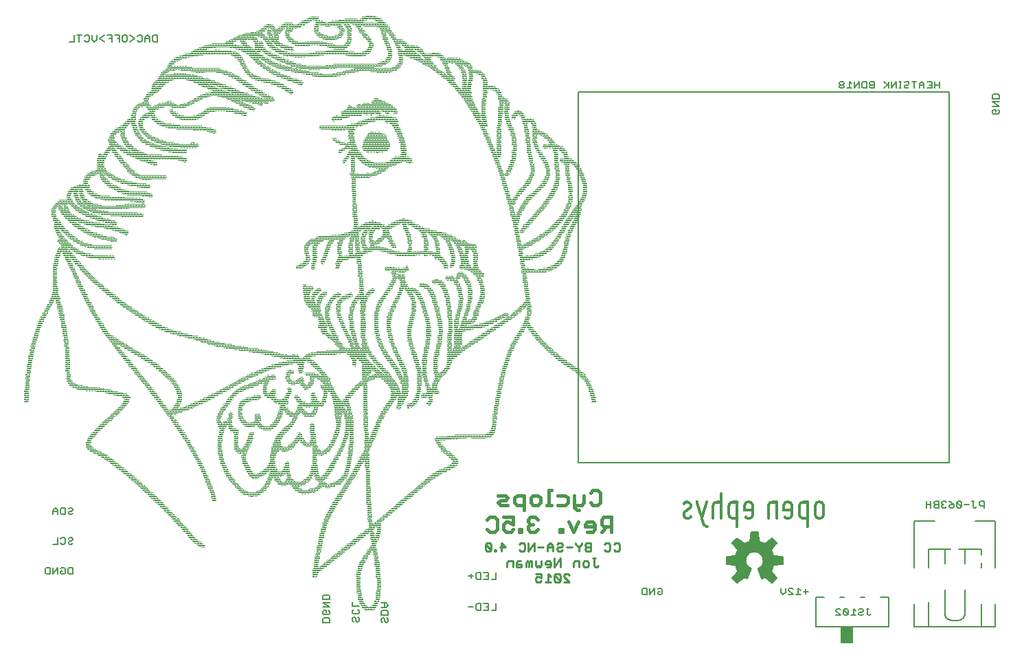
<source format=gbo>
G75*
%MOIN*%
%OFA0B0*%
%FSLAX24Y24*%
%IPPOS*%
%LPD*%
%AMOC8*
5,1,8,0,0,1.08239X$1,22.5*
%
%ADD10C,0.0090*%
%ADD11C,0.0150*%
%ADD12C,0.0070*%
%ADD13C,0.0050*%
%ADD14R,0.0551X0.0787*%
%ADD15R,0.0040X0.0010*%
%ADD16R,0.0050X0.0010*%
%ADD17R,0.0070X0.0010*%
%ADD18R,0.0120X0.0010*%
%ADD19R,0.0100X0.0010*%
%ADD20R,0.0150X0.0010*%
%ADD21R,0.0170X0.0010*%
%ADD22R,0.0200X0.0010*%
%ADD23R,0.0210X0.0010*%
%ADD24R,0.0230X0.0010*%
%ADD25R,0.0240X0.0010*%
%ADD26R,0.0250X0.0010*%
%ADD27R,0.0140X0.0010*%
%ADD28R,0.0130X0.0010*%
%ADD29R,0.0290X0.0010*%
%ADD30R,0.0110X0.0010*%
%ADD31R,0.0340X0.0010*%
%ADD32R,0.0180X0.0010*%
%ADD33R,0.0360X0.0010*%
%ADD34R,0.0090X0.0010*%
%ADD35R,0.0220X0.0010*%
%ADD36R,0.0380X0.0010*%
%ADD37R,0.0280X0.0010*%
%ADD38R,0.0400X0.0010*%
%ADD39R,0.0310X0.0010*%
%ADD40R,0.0410X0.0010*%
%ADD41R,0.0330X0.0010*%
%ADD42R,0.0430X0.0010*%
%ADD43R,0.0350X0.0010*%
%ADD44R,0.0440X0.0010*%
%ADD45R,0.0370X0.0010*%
%ADD46R,0.0450X0.0010*%
%ADD47R,0.0390X0.0010*%
%ADD48R,0.0460X0.0010*%
%ADD49R,0.0470X0.0010*%
%ADD50R,0.0420X0.0010*%
%ADD51R,0.0190X0.0010*%
%ADD52R,0.0160X0.0010*%
%ADD53R,0.0060X0.0010*%
%ADD54R,0.0010X0.0010*%
%ADD55R,0.0030X0.0010*%
%ADD56R,0.0490X0.0010*%
%ADD57R,0.0500X0.0010*%
%ADD58R,0.0510X0.0010*%
%ADD59R,0.0080X0.0010*%
%ADD60R,0.0260X0.0010*%
%ADD61R,0.0320X0.0010*%
%ADD62C,0.0060*%
%ADD63R,0.0033X0.0033*%
%ADD64R,0.0100X0.0033*%
%ADD65R,0.0467X0.0033*%
%ADD66R,0.0066X0.0033*%
%ADD67R,0.0100X0.0033*%
%ADD68R,0.0033X0.0033*%
%ADD69R,0.0600X0.0033*%
%ADD70R,0.0366X0.0033*%
%ADD71R,0.0333X0.0033*%
%ADD72R,0.0034X0.0033*%
%ADD73R,0.0067X0.0033*%
%ADD74R,0.0267X0.0033*%
%ADD75R,0.0266X0.0033*%
%ADD76R,0.0067X0.0033*%
%ADD77R,0.0233X0.0033*%
%ADD78R,0.0234X0.0033*%
%ADD79R,0.0200X0.0033*%
%ADD80R,0.0233X0.0033*%
%ADD81R,0.0200X0.0033*%
%ADD82R,0.0234X0.0033*%
%ADD83R,0.0034X0.0033*%
%ADD84R,0.0167X0.0033*%
%ADD85R,0.0300X0.0033*%
%ADD86R,0.0367X0.0033*%
%ADD87R,0.0434X0.0033*%
%ADD88R,0.0066X0.0033*%
%ADD89R,0.0500X0.0033*%
%ADD90R,0.0334X0.0033*%
%ADD91R,0.0333X0.0033*%
%ADD92R,0.0334X0.0033*%
%ADD93R,0.0267X0.0033*%
%ADD94R,0.0500X0.0033*%
%ADD95R,0.0400X0.0033*%
%ADD96R,0.0300X0.0033*%
%ADD97R,0.0367X0.0033*%
%ADD98R,0.0266X0.0033*%
%ADD99R,0.0400X0.0033*%
%ADD100R,0.0600X0.0033*%
%ADD101R,0.0133X0.0033*%
%ADD102R,0.0466X0.0033*%
%ADD103R,0.0767X0.0033*%
%ADD104R,0.0567X0.0033*%
%ADD105R,0.0967X0.0033*%
%ADD106R,0.0900X0.0033*%
%ADD107R,0.1100X0.0033*%
%ADD108R,0.0867X0.0033*%
%ADD109R,0.0167X0.0033*%
%ADD110R,0.1000X0.0033*%
%ADD111R,0.0667X0.0033*%
%ADD112R,0.0533X0.0033*%
%ADD113R,0.1367X0.0033*%
%ADD114R,0.0433X0.0033*%
%ADD115R,0.1167X0.0033*%
%ADD116R,0.0433X0.0033*%
%ADD117R,0.0466X0.0033*%
%ADD118R,0.0733X0.0033*%
%ADD119R,0.0734X0.0033*%
%ADD120R,0.0366X0.0033*%
%ADD121R,0.0633X0.0033*%
%ADD122R,0.0534X0.0033*%
%ADD123R,0.0667X0.0033*%
%ADD124R,0.0134X0.0033*%
%ADD125R,0.0767X0.0033*%
%ADD126R,0.0533X0.0033*%
%ADD127R,0.0967X0.0033*%
%ADD128R,0.1034X0.0033*%
%ADD129R,0.0666X0.0033*%
%ADD130R,0.0700X0.0033*%
%ADD131R,0.0800X0.0033*%
%ADD132R,0.0467X0.0033*%
%ADD133R,0.0700X0.0033*%
%ADD134R,0.1533X0.0033*%
%ADD135R,0.2434X0.0033*%
%ADD136R,0.1867X0.0033*%
%ADD137R,0.0166X0.0033*%
%ADD138R,0.0166X0.0033*%
%ADD139R,0.0934X0.0033*%
%ADD140R,0.0566X0.0033*%
%ADD141R,0.0567X0.0033*%
%ADD142R,0.0833X0.0033*%
%ADD143R,0.1067X0.0033*%
%ADD144R,0.0566X0.0033*%
%ADD145R,0.0866X0.0033*%
%ADD146R,0.0134X0.0033*%
%ADD147R,0.0133X0.0033*%
%ADD148R,0.0766X0.0033*%
%ADD149R,0.1234X0.0033*%
%ADD150R,0.1233X0.0033*%
%ADD151R,0.0434X0.0033*%
%ADD152R,0.0633X0.0033*%
%ADD153R,0.0800X0.0033*%
%ADD154R,0.1000X0.0033*%
%ADD155R,0.1466X0.0033*%
%ADD156R,0.1433X0.0033*%
%ADD157R,0.1133X0.0033*%
%ADD158R,0.0534X0.0033*%
%ADD159R,0.0833X0.0033*%
%ADD160R,0.0734X0.0033*%
%ADD161R,0.0634X0.0033*%
%ADD162R,0.0733X0.0033*%
%ADD163R,0.1200X0.0033*%
%ADD164R,0.0934X0.0033*%
%ADD165R,0.0766X0.0033*%
%ADD166R,0.1100X0.0033*%
%ADD167R,0.1333X0.0033*%
%ADD168R,0.1400X0.0033*%
%ADD169R,0.0666X0.0033*%
%ADD170R,0.1667X0.0033*%
%ADD171R,0.2667X0.0033*%
%ADD172R,0.1767X0.0033*%
%ADD173R,0.1334X0.0033*%
%ADD174R,0.1334X0.0033*%
%ADD175R,0.1433X0.0033*%
%ADD176R,0.1267X0.0033*%
%ADD177R,0.2333X0.0033*%
%ADD178R,0.2567X0.0033*%
%ADD179R,0.0634X0.0033*%
%ADD180R,0.0966X0.0033*%
%ADD181R,0.0867X0.0033*%
%ADD182R,0.1500X0.0033*%
%ADD183R,0.1067X0.0033*%
%ADD184R,0.1133X0.0033*%
%ADD185R,0.1033X0.0033*%
%ADD186R,0.1567X0.0033*%
%ADD187R,0.2067X0.0033*%
%ADD188R,0.2067X0.0033*%
%ADD189R,0.2767X0.0033*%
%ADD190R,0.1634X0.0033*%
%ADD191R,0.2034X0.0033*%
%ADD192R,0.1900X0.0033*%
%ADD193R,0.0834X0.0033*%
%ADD194R,0.0900X0.0033*%
%ADD195R,0.1066X0.0033*%
%ADD196R,0.1600X0.0033*%
%ADD197R,0.1766X0.0033*%
%ADD198R,0.2467X0.0033*%
%ADD199R,0.2400X0.0033*%
%ADD200R,0.1633X0.0033*%
%ADD201R,0.1033X0.0033*%
%ADD202R,0.1300X0.0033*%
%ADD203R,0.1266X0.0033*%
%ADD204R,0.1200X0.0033*%
%ADD205R,0.1800X0.0033*%
%ADD206R,0.1300X0.0033*%
%ADD207R,0.0866X0.0033*%
%ADD208R,0.1667X0.0033*%
%ADD209R,0.1833X0.0033*%
%ADD210R,0.1700X0.0033*%
%ADD211R,0.2066X0.0033*%
%ADD212R,0.1900X0.0033*%
%ADD213R,0.1866X0.0033*%
%ADD214R,0.1267X0.0033*%
%ADD215R,0.1600X0.0033*%
%ADD216R,0.1867X0.0033*%
%ADD217R,0.0834X0.0033*%
%ADD218R,0.1567X0.0033*%
%ADD219R,0.1733X0.0033*%
%ADD220R,0.0933X0.0033*%
%ADD221R,0.1866X0.0033*%
%ADD222R,0.1767X0.0033*%
%ADD223R,0.2433X0.0033*%
%ADD224R,0.1400X0.0033*%
%ADD225R,0.1167X0.0033*%
%ADD226R,0.2367X0.0033*%
%ADD227R,0.2100X0.0033*%
%ADD228R,0.1966X0.0033*%
%ADD229R,0.2100X0.0033*%
%ADD230R,0.2200X0.0033*%
%ADD231R,0.1333X0.0033*%
%ADD232R,0.2600X0.0033*%
%ADD233R,0.3833X0.0033*%
%ADD234R,0.4367X0.0033*%
%ADD235R,0.2533X0.0033*%
%ADD236R,0.1166X0.0033*%
%ADD237R,0.2033X0.0033*%
%ADD238R,0.4333X0.0033*%
%ADD239R,0.2500X0.0033*%
%ADD240R,0.2233X0.0033*%
%ADD241R,0.2000X0.0033*%
%ADD242R,0.1467X0.0033*%
%ADD243R,0.1634X0.0033*%
%ADD244R,0.1933X0.0033*%
%ADD245R,0.1766X0.0033*%
%ADD246R,0.1700X0.0033*%
%ADD247C,0.0059*%
D10*
X028997Y009708D02*
X029066Y009640D01*
X029202Y009640D01*
X029271Y009708D01*
X028997Y009982D01*
X028997Y009708D01*
X029271Y009708D02*
X029271Y009982D01*
X029202Y010050D01*
X029066Y010050D01*
X028997Y009982D01*
X029433Y009708D02*
X029433Y009640D01*
X029501Y009640D01*
X029501Y009708D01*
X029433Y009708D01*
X029688Y009845D02*
X029961Y009845D01*
X029756Y010050D01*
X029756Y009640D01*
X030102Y009164D02*
X030033Y009095D01*
X030033Y008890D01*
X030307Y008890D02*
X030307Y009164D01*
X030102Y009164D01*
X030494Y009095D02*
X030494Y008890D01*
X030699Y008890D01*
X030767Y008958D01*
X030699Y009027D01*
X030494Y009027D01*
X030494Y009095D02*
X030562Y009164D01*
X030699Y009164D01*
X030954Y009095D02*
X030954Y008890D01*
X031091Y008890D02*
X031091Y009095D01*
X031022Y009164D01*
X030954Y009095D01*
X031091Y009095D02*
X031159Y009164D01*
X031228Y009164D01*
X031228Y008890D01*
X031414Y008958D02*
X031414Y009164D01*
X031414Y008958D02*
X031483Y008890D01*
X031551Y008958D01*
X031620Y008890D01*
X031688Y008958D01*
X031688Y009164D01*
X031875Y009095D02*
X031875Y009027D01*
X032148Y009027D01*
X032148Y009095D02*
X032080Y009164D01*
X031943Y009164D01*
X031875Y009095D01*
X031943Y008890D02*
X032080Y008890D01*
X032148Y008958D01*
X032148Y009095D01*
X032335Y008890D02*
X032335Y009300D01*
X032609Y009300D02*
X032335Y008890D01*
X032609Y008890D02*
X032609Y009300D01*
X032655Y009640D02*
X032724Y009708D01*
X032655Y009640D02*
X032519Y009640D01*
X032450Y009708D01*
X032450Y009777D01*
X032519Y009845D01*
X032655Y009845D01*
X032724Y009914D01*
X032724Y009982D01*
X032655Y010050D01*
X032519Y010050D01*
X032450Y009982D01*
X032263Y009914D02*
X032127Y010050D01*
X031990Y009914D01*
X031990Y009640D01*
X031990Y009845D02*
X032263Y009845D01*
X032263Y009914D02*
X032263Y009640D01*
X031803Y009845D02*
X031529Y009845D01*
X031343Y009640D02*
X031343Y010050D01*
X031069Y009640D01*
X031069Y010050D01*
X030882Y009982D02*
X030882Y009708D01*
X030814Y009640D01*
X030677Y009640D01*
X030609Y009708D01*
X030609Y009982D02*
X030677Y010050D01*
X030814Y010050D01*
X030882Y009982D01*
X031414Y008550D02*
X031688Y008550D01*
X031688Y008345D01*
X031551Y008414D01*
X031483Y008414D01*
X031414Y008345D01*
X031414Y008208D01*
X031483Y008140D01*
X031620Y008140D01*
X031688Y008208D01*
X031875Y008140D02*
X032148Y008140D01*
X032012Y008140D02*
X032012Y008550D01*
X032148Y008414D01*
X032335Y008482D02*
X032404Y008550D01*
X032540Y008550D01*
X032609Y008482D01*
X032609Y008208D01*
X032335Y008482D01*
X032335Y008208D01*
X032404Y008140D01*
X032540Y008140D01*
X032609Y008208D01*
X032796Y008140D02*
X033069Y008140D01*
X032796Y008414D01*
X032796Y008482D01*
X032864Y008550D01*
X033001Y008550D01*
X033069Y008482D01*
X033256Y008890D02*
X033256Y009095D01*
X033324Y009164D01*
X033529Y009164D01*
X033529Y008890D01*
X033716Y008958D02*
X033716Y009095D01*
X033785Y009164D01*
X033921Y009164D01*
X033990Y009095D01*
X033990Y008958D01*
X033921Y008890D01*
X033785Y008890D01*
X033716Y008958D01*
X034245Y008958D02*
X034245Y009300D01*
X034313Y009300D02*
X034177Y009300D01*
X034105Y009640D02*
X033900Y009640D01*
X033831Y009708D01*
X033831Y009777D01*
X033900Y009845D01*
X034105Y009845D01*
X034105Y009640D02*
X034105Y010050D01*
X033900Y010050D01*
X033831Y009982D01*
X033831Y009914D01*
X033900Y009845D01*
X033645Y009982D02*
X033508Y009845D01*
X033508Y009640D01*
X033508Y009845D02*
X033371Y009982D01*
X033371Y010050D01*
X033645Y010050D02*
X033645Y009982D01*
X033184Y009845D02*
X032911Y009845D01*
X034245Y008958D02*
X034313Y008890D01*
X034382Y008890D01*
X034450Y008958D01*
X034821Y009640D02*
X034752Y009708D01*
X034821Y009640D02*
X034957Y009640D01*
X035026Y009708D01*
X035026Y009982D01*
X034957Y010050D01*
X034821Y010050D01*
X034752Y009982D01*
X035213Y009982D02*
X035281Y010050D01*
X035418Y010050D01*
X035486Y009982D01*
X035486Y009708D01*
X035418Y009640D01*
X035281Y009640D01*
X035213Y009708D01*
D11*
X035086Y010595D02*
X035086Y011306D01*
X034731Y011306D01*
X034612Y011187D01*
X034612Y010950D01*
X034731Y010832D01*
X035086Y010832D01*
X034849Y010832D02*
X034612Y010595D01*
X034294Y010713D02*
X034294Y010950D01*
X034176Y011069D01*
X033939Y011069D01*
X033820Y010950D01*
X033820Y010832D01*
X034294Y010832D01*
X034294Y010713D02*
X034176Y010595D01*
X033939Y010595D01*
X033502Y011069D02*
X033265Y010595D01*
X033028Y011069D01*
X032710Y010713D02*
X032592Y010713D01*
X032592Y010595D01*
X032710Y010595D01*
X032710Y010713D01*
X033411Y011648D02*
X033292Y011767D01*
X033292Y012359D01*
X032974Y012240D02*
X032856Y012359D01*
X032500Y012359D01*
X032182Y012596D02*
X032064Y012596D01*
X032064Y011885D01*
X032182Y011885D02*
X031945Y011885D01*
X031654Y012003D02*
X031536Y011885D01*
X031299Y011885D01*
X031181Y012003D01*
X031181Y012240D01*
X031299Y012359D01*
X031536Y012359D01*
X031654Y012240D01*
X031654Y012003D01*
X030862Y011885D02*
X030507Y011885D01*
X030389Y012003D01*
X030389Y012240D01*
X030507Y012359D01*
X030862Y012359D01*
X030862Y011648D01*
X031167Y011306D02*
X031049Y011187D01*
X031049Y011069D01*
X031167Y010950D01*
X031049Y010832D01*
X031049Y010713D01*
X031167Y010595D01*
X031404Y010595D01*
X031522Y010713D01*
X031286Y010950D02*
X031167Y010950D01*
X031167Y011306D02*
X031404Y011306D01*
X031522Y011187D01*
X030730Y010713D02*
X030612Y010713D01*
X030612Y010595D01*
X030730Y010595D01*
X030730Y010713D01*
X030335Y010713D02*
X030216Y010595D01*
X029979Y010595D01*
X029861Y010713D01*
X029861Y010950D01*
X029979Y011069D01*
X030098Y011069D01*
X030335Y010950D01*
X030335Y011306D01*
X029861Y011306D01*
X029543Y011187D02*
X029543Y010713D01*
X029424Y010595D01*
X029187Y010595D01*
X029069Y010713D01*
X029069Y011187D02*
X029187Y011306D01*
X029424Y011306D01*
X029543Y011187D01*
X029715Y011885D02*
X029597Y012003D01*
X029715Y012122D01*
X029952Y012122D01*
X030071Y012240D01*
X029952Y012359D01*
X029597Y012359D01*
X029715Y011885D02*
X030071Y011885D01*
X032500Y011885D02*
X032856Y011885D01*
X032974Y012003D01*
X032974Y012240D01*
X033292Y011885D02*
X033648Y011885D01*
X033766Y012003D01*
X033766Y012359D01*
X034084Y012477D02*
X034203Y012596D01*
X034439Y012596D01*
X034558Y012477D01*
X034558Y012003D01*
X034439Y011885D01*
X034203Y011885D01*
X034084Y012003D01*
X033529Y011648D02*
X033411Y011648D01*
D12*
X007675Y008530D02*
X007620Y008585D01*
X007620Y008805D01*
X007675Y008860D01*
X007840Y008860D01*
X007840Y008530D01*
X007675Y008530D01*
X007988Y008530D02*
X007988Y008860D01*
X008208Y008860D02*
X007988Y008530D01*
X008208Y008530D02*
X008208Y008860D01*
X008356Y008805D02*
X008411Y008860D01*
X008522Y008860D01*
X008577Y008805D01*
X008577Y008585D01*
X008522Y008530D01*
X008411Y008530D01*
X008356Y008585D01*
X008356Y008695D01*
X008467Y008695D01*
X008725Y008585D02*
X008725Y008805D01*
X008780Y008860D01*
X008945Y008860D01*
X008945Y008530D01*
X008780Y008530D01*
X008725Y008585D01*
X008796Y009980D02*
X008906Y009980D01*
X008961Y010035D01*
X008906Y010145D02*
X008796Y010145D01*
X008741Y010090D01*
X008741Y010035D01*
X008796Y009980D01*
X008906Y010145D02*
X008961Y010200D01*
X008961Y010255D01*
X008906Y010310D01*
X008796Y010310D01*
X008741Y010255D01*
X008592Y010255D02*
X008592Y010035D01*
X008537Y009980D01*
X008427Y009980D01*
X008372Y010035D01*
X008224Y009980D02*
X008004Y009980D01*
X008224Y009980D02*
X008224Y010310D01*
X008372Y010255D02*
X008427Y010310D01*
X008537Y010310D01*
X008592Y010255D01*
X008592Y011430D02*
X008427Y011430D01*
X008372Y011485D01*
X008372Y011705D01*
X008427Y011760D01*
X008592Y011760D01*
X008592Y011430D01*
X008741Y011485D02*
X008796Y011430D01*
X008906Y011430D01*
X008961Y011485D01*
X008906Y011595D02*
X008796Y011595D01*
X008741Y011540D01*
X008741Y011485D01*
X008906Y011595D02*
X008961Y011650D01*
X008961Y011705D01*
X008906Y011760D01*
X008796Y011760D01*
X008741Y011705D01*
X008224Y011650D02*
X008114Y011760D01*
X008004Y011650D01*
X008004Y011430D01*
X008004Y011595D02*
X008224Y011595D01*
X008224Y011650D02*
X008224Y011430D01*
X021078Y007463D02*
X021133Y007519D01*
X021354Y007519D01*
X021409Y007463D01*
X021409Y007298D01*
X021078Y007298D01*
X021078Y007463D01*
X021078Y007150D02*
X021409Y007150D01*
X021409Y006930D02*
X021078Y007150D01*
X021078Y006930D02*
X021409Y006930D01*
X021354Y006782D02*
X021409Y006727D01*
X021409Y006617D01*
X021354Y006562D01*
X021133Y006562D01*
X021078Y006617D01*
X021078Y006727D01*
X021133Y006782D01*
X021243Y006782D01*
X021243Y006672D01*
X021133Y006414D02*
X021354Y006414D01*
X021409Y006359D01*
X021409Y006193D01*
X021078Y006193D01*
X021078Y006359D01*
X021133Y006414D01*
X022528Y006393D02*
X022528Y006283D01*
X022583Y006228D01*
X022693Y006283D02*
X022693Y006393D01*
X022638Y006448D01*
X022583Y006448D01*
X022528Y006393D01*
X022693Y006283D02*
X022748Y006228D01*
X022804Y006228D01*
X022859Y006283D01*
X022859Y006393D01*
X022804Y006448D01*
X022804Y006596D02*
X022583Y006596D01*
X022528Y006651D01*
X022528Y006761D01*
X022583Y006816D01*
X022528Y006964D02*
X022528Y007184D01*
X022528Y006964D02*
X022859Y006964D01*
X022804Y006816D02*
X022859Y006761D01*
X022859Y006651D01*
X022804Y006596D01*
X023928Y006546D02*
X023928Y006711D01*
X023983Y006766D01*
X024204Y006766D01*
X024259Y006711D01*
X024259Y006546D01*
X023928Y006546D01*
X023983Y006398D02*
X023928Y006343D01*
X023928Y006233D01*
X023983Y006178D01*
X024093Y006233D02*
X024093Y006343D01*
X024038Y006398D01*
X023983Y006398D01*
X024093Y006233D02*
X024148Y006178D01*
X024204Y006178D01*
X024259Y006233D01*
X024259Y006343D01*
X024204Y006398D01*
X024148Y006914D02*
X024259Y007024D01*
X024148Y007134D01*
X023928Y007134D01*
X024093Y007134D02*
X024093Y006914D01*
X024148Y006914D02*
X023928Y006914D01*
X028170Y006945D02*
X028390Y006945D01*
X028538Y006835D02*
X028538Y007055D01*
X028593Y007110D01*
X028758Y007110D01*
X028758Y006780D01*
X028593Y006780D01*
X028538Y006835D01*
X028906Y006780D02*
X029127Y006780D01*
X029127Y007110D01*
X028906Y007110D01*
X029017Y006945D02*
X029127Y006945D01*
X029275Y006780D02*
X029495Y006780D01*
X029495Y007110D01*
X029495Y008280D02*
X029275Y008280D01*
X029127Y008280D02*
X028906Y008280D01*
X028758Y008280D02*
X028758Y008610D01*
X028593Y008610D01*
X028538Y008555D01*
X028538Y008335D01*
X028593Y008280D01*
X028758Y008280D01*
X029017Y008445D02*
X029127Y008445D01*
X029127Y008610D02*
X029127Y008280D01*
X029127Y008610D02*
X028906Y008610D01*
X028390Y008445D02*
X028170Y008445D01*
X028280Y008555D02*
X028280Y008335D01*
X029495Y008280D02*
X029495Y008610D01*
X036604Y007805D02*
X036659Y007860D01*
X036824Y007860D01*
X036824Y007530D01*
X036659Y007530D01*
X036604Y007585D01*
X036604Y007805D01*
X036972Y007860D02*
X036972Y007530D01*
X037192Y007860D01*
X037192Y007530D01*
X037341Y007585D02*
X037341Y007695D01*
X037451Y007695D01*
X037561Y007585D02*
X037506Y007530D01*
X037396Y007530D01*
X037341Y007585D01*
X037561Y007585D02*
X037561Y007805D01*
X037506Y007860D01*
X037396Y007860D01*
X037341Y007805D01*
X043320Y007860D02*
X043320Y007640D01*
X043430Y007530D01*
X043540Y007640D01*
X043540Y007860D01*
X043688Y007805D02*
X043743Y007860D01*
X043853Y007860D01*
X043908Y007805D01*
X043688Y007805D02*
X043688Y007750D01*
X043908Y007530D01*
X043688Y007530D01*
X044056Y007530D02*
X044277Y007530D01*
X044167Y007530D02*
X044167Y007860D01*
X044277Y007750D01*
X044425Y007695D02*
X044645Y007695D01*
X044535Y007805D02*
X044535Y007585D01*
X046001Y006805D02*
X046056Y006860D01*
X046166Y006860D01*
X046221Y006805D01*
X046369Y006805D02*
X046589Y006585D01*
X046534Y006530D01*
X046424Y006530D01*
X046369Y006585D01*
X046369Y006805D01*
X046424Y006860D01*
X046534Y006860D01*
X046589Y006805D01*
X046589Y006585D01*
X046738Y006530D02*
X046958Y006530D01*
X046848Y006530D02*
X046848Y006860D01*
X046958Y006750D01*
X047106Y006805D02*
X047161Y006860D01*
X047271Y006860D01*
X047326Y006805D01*
X047326Y006750D01*
X047271Y006695D01*
X047161Y006695D01*
X047106Y006640D01*
X047106Y006585D01*
X047161Y006530D01*
X047271Y006530D01*
X047326Y006585D01*
X047529Y006585D02*
X047529Y006860D01*
X047584Y006860D02*
X047474Y006860D01*
X047529Y006585D02*
X047584Y006530D01*
X047639Y006530D01*
X047694Y006585D01*
X046221Y006530D02*
X046001Y006750D01*
X046001Y006805D01*
X046001Y006530D02*
X046221Y006530D01*
X050386Y011743D02*
X050386Y012074D01*
X050386Y011909D02*
X050606Y011909D01*
X050754Y011964D02*
X050809Y011909D01*
X050974Y011909D01*
X051123Y011964D02*
X051178Y011909D01*
X051123Y011853D01*
X051123Y011798D01*
X051178Y011743D01*
X051288Y011743D01*
X051343Y011798D01*
X051491Y011798D02*
X051491Y011853D01*
X051546Y011909D01*
X051711Y011909D01*
X051711Y011798D01*
X051656Y011743D01*
X051546Y011743D01*
X051491Y011798D01*
X051601Y012019D02*
X051711Y011909D01*
X051601Y012019D02*
X051491Y012074D01*
X051343Y012019D02*
X051288Y012074D01*
X051178Y012074D01*
X051123Y012019D01*
X051123Y011964D01*
X051178Y011909D02*
X051233Y011909D01*
X050974Y012074D02*
X050809Y012074D01*
X050754Y012019D01*
X050754Y011964D01*
X050809Y011909D02*
X050754Y011853D01*
X050754Y011798D01*
X050809Y011743D01*
X050974Y011743D01*
X050974Y012074D01*
X050606Y012074D02*
X050606Y011743D01*
X051859Y011798D02*
X051914Y011743D01*
X052024Y011743D01*
X052079Y011798D01*
X051859Y012019D01*
X051859Y011798D01*
X052079Y011798D02*
X052079Y012019D01*
X052024Y012074D01*
X051914Y012074D01*
X051859Y012019D01*
X052227Y011909D02*
X052448Y011909D01*
X052596Y012074D02*
X052706Y012074D01*
X052651Y012074D02*
X052651Y011798D01*
X052706Y011743D01*
X052761Y011743D01*
X052816Y011798D01*
X052964Y011909D02*
X053019Y011853D01*
X053184Y011853D01*
X053184Y011743D02*
X053184Y012074D01*
X053019Y012074D01*
X052964Y012019D01*
X052964Y011909D01*
X053633Y030875D02*
X053578Y030930D01*
X053578Y031040D01*
X053633Y031095D01*
X053743Y031095D01*
X053743Y030985D01*
X053633Y030875D02*
X053854Y030875D01*
X053909Y030930D01*
X053909Y031040D01*
X053854Y031095D01*
X053909Y031243D02*
X053578Y031464D01*
X053909Y031464D01*
X053909Y031612D02*
X053909Y031777D01*
X053854Y031832D01*
X053633Y031832D01*
X053578Y031777D01*
X053578Y031612D01*
X053909Y031612D01*
X053909Y031243D02*
X053578Y031243D01*
X051008Y032130D02*
X051008Y032460D01*
X051008Y032295D02*
X050788Y032295D01*
X050640Y032295D02*
X050530Y032295D01*
X050640Y032460D02*
X050640Y032130D01*
X050420Y032130D01*
X050272Y032130D02*
X050272Y032350D01*
X050162Y032460D01*
X050051Y032350D01*
X050051Y032130D01*
X050051Y032295D02*
X050272Y032295D01*
X050420Y032460D02*
X050640Y032460D01*
X050788Y032460D02*
X050788Y032130D01*
X049903Y032460D02*
X049683Y032460D01*
X049793Y032460D02*
X049793Y032130D01*
X049535Y032185D02*
X049480Y032130D01*
X049370Y032130D01*
X049315Y032185D01*
X049315Y032240D01*
X049370Y032295D01*
X049480Y032295D01*
X049535Y032350D01*
X049535Y032405D01*
X049480Y032460D01*
X049370Y032460D01*
X049315Y032405D01*
X049167Y032460D02*
X049057Y032460D01*
X049112Y032460D02*
X049112Y032130D01*
X049167Y032130D02*
X049057Y032130D01*
X048921Y032130D02*
X048921Y032460D01*
X048701Y032130D01*
X048701Y032460D01*
X048553Y032460D02*
X048553Y032130D01*
X048553Y032240D02*
X048333Y032460D01*
X048498Y032295D02*
X048333Y032130D01*
X047858Y032130D02*
X047858Y032460D01*
X047693Y032460D01*
X047638Y032405D01*
X047638Y032350D01*
X047693Y032295D01*
X047858Y032295D01*
X047693Y032295D02*
X047638Y032240D01*
X047638Y032185D01*
X047693Y032130D01*
X047858Y032130D01*
X047490Y032130D02*
X047490Y032460D01*
X047325Y032460D01*
X047270Y032405D01*
X047270Y032185D01*
X047325Y032130D01*
X047490Y032130D01*
X047122Y032130D02*
X047122Y032460D01*
X046901Y032130D01*
X046901Y032460D01*
X046753Y032350D02*
X046643Y032460D01*
X046643Y032130D01*
X046753Y032130D02*
X046533Y032130D01*
X046385Y032185D02*
X046385Y032240D01*
X046330Y032295D01*
X046220Y032295D01*
X046165Y032240D01*
X046165Y032185D01*
X046220Y032130D01*
X046330Y032130D01*
X046385Y032185D01*
X046330Y032295D02*
X046385Y032350D01*
X046385Y032405D01*
X046330Y032460D01*
X046220Y032460D01*
X046165Y032405D01*
X046165Y032350D01*
X046220Y032295D01*
X013058Y034380D02*
X012893Y034380D01*
X012838Y034435D01*
X012838Y034655D01*
X012893Y034710D01*
X013058Y034710D01*
X013058Y034380D01*
X012690Y034380D02*
X012690Y034600D01*
X012580Y034710D01*
X012470Y034600D01*
X012470Y034380D01*
X012322Y034435D02*
X012322Y034655D01*
X012267Y034710D01*
X012157Y034710D01*
X012101Y034655D01*
X011953Y034545D02*
X011733Y034380D01*
X011585Y034435D02*
X011530Y034380D01*
X011420Y034380D01*
X011365Y034435D01*
X011365Y034655D01*
X011420Y034710D01*
X011530Y034710D01*
X011585Y034655D01*
X011585Y034435D01*
X011733Y034710D02*
X011953Y034545D01*
X012101Y034435D02*
X012157Y034380D01*
X012267Y034380D01*
X012322Y034435D01*
X012470Y034545D02*
X012690Y034545D01*
X011217Y034545D02*
X011107Y034545D01*
X011217Y034380D02*
X011217Y034710D01*
X010997Y034710D01*
X010848Y034710D02*
X010628Y034710D01*
X010480Y034710D02*
X010260Y034545D01*
X010480Y034380D01*
X010738Y034545D02*
X010848Y034545D01*
X010848Y034380D02*
X010848Y034710D01*
X010112Y034710D02*
X010112Y034490D01*
X010002Y034380D01*
X009892Y034490D01*
X009892Y034710D01*
X009743Y034655D02*
X009743Y034435D01*
X009688Y034380D01*
X009578Y034380D01*
X009523Y034435D01*
X009523Y034655D02*
X009578Y034710D01*
X009688Y034710D01*
X009743Y034655D01*
X009375Y034710D02*
X009155Y034710D01*
X009265Y034710D02*
X009265Y034380D01*
X009007Y034380D02*
X009007Y034710D01*
X009007Y034380D02*
X008787Y034380D01*
D13*
X045022Y007404D02*
X045022Y005986D01*
X046242Y005986D01*
X046242Y005199D01*
X046793Y005199D01*
X046793Y005986D01*
X046242Y005986D01*
X046793Y005986D02*
X048565Y005986D01*
X048565Y007404D01*
X048171Y007404D01*
X047384Y007404D02*
X047187Y007404D01*
X046400Y007404D02*
X046203Y007404D01*
X045415Y007404D02*
X045022Y007404D01*
X049801Y007070D02*
X049801Y005995D01*
X050490Y005995D01*
X053049Y005995D01*
X053738Y005995D01*
X053738Y007070D01*
X053049Y007070D02*
X053049Y005995D01*
X052262Y006645D02*
X052262Y007767D01*
X051278Y007767D02*
X051278Y006645D01*
X051277Y006645D02*
X051279Y006610D01*
X051284Y006576D01*
X051292Y006542D01*
X051304Y006509D01*
X051319Y006478D01*
X051337Y006448D01*
X051358Y006420D01*
X051381Y006394D01*
X051407Y006371D01*
X051435Y006350D01*
X051465Y006332D01*
X051496Y006317D01*
X051529Y006305D01*
X051563Y006297D01*
X051597Y006292D01*
X051632Y006290D01*
X051907Y006290D01*
X051942Y006292D01*
X051976Y006297D01*
X052010Y006305D01*
X052043Y006317D01*
X052074Y006332D01*
X052104Y006350D01*
X052132Y006371D01*
X052158Y006394D01*
X052181Y006420D01*
X052202Y006448D01*
X052220Y006478D01*
X052235Y006509D01*
X052247Y006542D01*
X052255Y006576D01*
X052260Y006610D01*
X052262Y006645D01*
X050490Y007168D02*
X050490Y005995D01*
X049801Y005995D02*
X049799Y005995D01*
X049801Y008845D02*
X049801Y011113D01*
X050785Y011113D01*
X050490Y009735D02*
X050490Y008846D01*
X051278Y009046D02*
X051278Y009735D01*
X050490Y009735D01*
X051278Y009735D02*
X051573Y009735D01*
X051967Y009735D02*
X052262Y009735D01*
X052262Y009046D01*
X052262Y009735D02*
X053049Y009735D01*
X053049Y009487D01*
X053049Y009093D02*
X053049Y008845D01*
X053738Y008845D02*
X053738Y011113D01*
X052754Y011113D01*
D14*
X046518Y005593D03*
D15*
X044623Y010770D03*
X043113Y011170D03*
X042713Y011170D03*
X041203Y010770D03*
X040433Y011170D03*
X040033Y011170D03*
X040433Y012480D03*
D16*
X038618Y011880D03*
X039748Y010770D03*
D17*
X040028Y011180D03*
X040428Y011180D03*
X041208Y010780D03*
X041768Y011170D03*
X041768Y012080D03*
X042718Y011180D03*
X043118Y011180D03*
X043668Y011170D03*
X044628Y010780D03*
X045198Y011170D03*
X045198Y012080D03*
X043668Y012080D03*
X040428Y012470D03*
X039728Y012070D03*
X038958Y011360D03*
D18*
X038953Y011320D03*
X038623Y011340D03*
X038613Y011360D03*
X038613Y011370D03*
X038613Y011440D03*
X038613Y011450D03*
X038613Y011460D03*
X038623Y011470D03*
X038623Y011480D03*
X038933Y011770D03*
X038943Y011780D03*
X038943Y011790D03*
X038943Y011800D03*
X038953Y011830D03*
X038953Y011840D03*
X038953Y011850D03*
X038953Y011860D03*
X038943Y011890D03*
X038943Y011900D03*
X038773Y012070D03*
X039243Y012030D03*
X039243Y012020D03*
X039253Y012000D03*
X039253Y011990D03*
X039263Y011970D03*
X039263Y011960D03*
X039263Y011950D03*
X039273Y011940D03*
X039273Y011930D03*
X039273Y011920D03*
X039283Y011900D03*
X039283Y011890D03*
X039293Y011870D03*
X039293Y011860D03*
X039293Y011850D03*
X039303Y011840D03*
X039303Y011830D03*
X039303Y011820D03*
X039313Y011810D03*
X039313Y011800D03*
X039313Y011790D03*
X039323Y011770D03*
X039323Y011760D03*
X039323Y011750D03*
X039333Y011740D03*
X039333Y011730D03*
X039333Y011720D03*
X039343Y011710D03*
X039343Y011700D03*
X039343Y011690D03*
X039353Y011670D03*
X039353Y011660D03*
X039353Y011650D03*
X039363Y011640D03*
X039363Y011630D03*
X039363Y011620D03*
X039373Y011610D03*
X039373Y011600D03*
X039373Y011590D03*
X039383Y011570D03*
X039383Y011560D03*
X039383Y011550D03*
X039393Y011540D03*
X039393Y011530D03*
X039393Y011520D03*
X039403Y011510D03*
X039403Y011500D03*
X039403Y011490D03*
X039413Y011470D03*
X039413Y011460D03*
X039413Y011450D03*
X039423Y011440D03*
X039553Y011440D03*
X039553Y011450D03*
X039553Y011460D03*
X039563Y011480D03*
X039563Y011490D03*
X039573Y011510D03*
X039573Y011520D03*
X039573Y011530D03*
X039583Y011540D03*
X039583Y011550D03*
X039583Y011560D03*
X039593Y011580D03*
X039593Y011590D03*
X039603Y011610D03*
X039603Y011620D03*
X039603Y011630D03*
X039613Y011650D03*
X039613Y011660D03*
X039623Y011680D03*
X039623Y011690D03*
X039623Y011700D03*
X039633Y011710D03*
X039633Y011720D03*
X039633Y011730D03*
X039643Y011750D03*
X039643Y011760D03*
X039653Y011780D03*
X039653Y011790D03*
X039653Y011800D03*
X039663Y011810D03*
X039663Y011820D03*
X039663Y011830D03*
X039673Y011850D03*
X039673Y011860D03*
X039683Y011880D03*
X039683Y011890D03*
X039683Y011900D03*
X039693Y011910D03*
X039693Y011920D03*
X039693Y011930D03*
X039703Y011950D03*
X039703Y011960D03*
X039713Y011980D03*
X039713Y011990D03*
X039713Y012000D03*
X039723Y012010D03*
X039723Y012020D03*
X039723Y012030D03*
X040043Y011880D03*
X040043Y011870D03*
X040033Y011850D03*
X040033Y011840D03*
X040033Y011830D03*
X040033Y011820D03*
X040033Y011810D03*
X040033Y011800D03*
X040033Y011790D03*
X040033Y011780D03*
X040033Y011770D03*
X040033Y011760D03*
X040033Y011750D03*
X040033Y011740D03*
X040033Y011730D03*
X040033Y011720D03*
X040033Y011710D03*
X040033Y011700D03*
X040033Y011690D03*
X040033Y011680D03*
X040033Y011670D03*
X040033Y011660D03*
X040033Y011650D03*
X040033Y011640D03*
X040033Y011630D03*
X040033Y011620D03*
X040033Y011610D03*
X040033Y011600D03*
X040033Y011590D03*
X040033Y011580D03*
X040033Y011570D03*
X040033Y011560D03*
X040033Y011550D03*
X040033Y011540D03*
X040033Y011530D03*
X040033Y011520D03*
X040033Y011510D03*
X040033Y011500D03*
X040033Y011490D03*
X040033Y011480D03*
X040033Y011470D03*
X040033Y011460D03*
X040033Y011450D03*
X040033Y011440D03*
X040033Y011430D03*
X040033Y011420D03*
X040033Y011410D03*
X040033Y011400D03*
X040033Y011390D03*
X040033Y011380D03*
X040033Y011370D03*
X040033Y011360D03*
X040033Y011350D03*
X040033Y011340D03*
X040033Y011330D03*
X040033Y011320D03*
X040033Y011310D03*
X040033Y011300D03*
X040033Y011290D03*
X040033Y011280D03*
X040033Y011270D03*
X040033Y011260D03*
X040033Y011250D03*
X040033Y011240D03*
X040033Y011230D03*
X040033Y011220D03*
X040033Y011210D03*
X040433Y011210D03*
X040433Y011220D03*
X040433Y011230D03*
X040433Y011240D03*
X040433Y011250D03*
X040433Y011260D03*
X040433Y011270D03*
X040433Y011280D03*
X040433Y011290D03*
X040433Y011300D03*
X040433Y011310D03*
X040433Y011320D03*
X040433Y011330D03*
X040433Y011340D03*
X040433Y011350D03*
X040433Y011360D03*
X040433Y011370D03*
X040433Y011380D03*
X040433Y011390D03*
X040433Y011400D03*
X040433Y011410D03*
X040433Y011420D03*
X040433Y011430D03*
X040433Y011440D03*
X040433Y011450D03*
X040433Y011460D03*
X040433Y011470D03*
X040433Y011480D03*
X040433Y011490D03*
X040433Y011500D03*
X040433Y011510D03*
X040433Y011520D03*
X040433Y011530D03*
X040433Y011540D03*
X040433Y011550D03*
X040433Y011560D03*
X040433Y011570D03*
X040433Y011580D03*
X040433Y011590D03*
X040433Y011600D03*
X040433Y011610D03*
X040433Y011620D03*
X040433Y011630D03*
X040433Y011640D03*
X040433Y011650D03*
X040433Y011660D03*
X040433Y011670D03*
X040433Y011680D03*
X040433Y011690D03*
X040433Y011700D03*
X040433Y011710D03*
X040433Y011720D03*
X040433Y011730D03*
X040433Y011740D03*
X040433Y011750D03*
X040433Y011760D03*
X040433Y011770D03*
X040433Y011780D03*
X040433Y011790D03*
X040433Y011800D03*
X040433Y011810D03*
X040433Y011820D03*
X040433Y011830D03*
X040433Y011840D03*
X040433Y011850D03*
X040433Y011860D03*
X040433Y011870D03*
X040433Y011880D03*
X040433Y011890D03*
X040433Y011900D03*
X040433Y011910D03*
X040433Y011920D03*
X040433Y011930D03*
X040433Y011940D03*
X040433Y011950D03*
X040433Y012080D03*
X040433Y012090D03*
X040433Y012100D03*
X040433Y012110D03*
X040433Y012120D03*
X040433Y012130D03*
X040433Y012140D03*
X040433Y012150D03*
X040433Y012160D03*
X040433Y012170D03*
X040433Y012180D03*
X040433Y012190D03*
X040433Y012200D03*
X040433Y012210D03*
X040433Y012220D03*
X040433Y012230D03*
X040433Y012240D03*
X040433Y012250D03*
X040433Y012260D03*
X040433Y012270D03*
X040433Y012280D03*
X040433Y012290D03*
X040433Y012300D03*
X040433Y012310D03*
X040433Y012320D03*
X040433Y012330D03*
X040433Y012340D03*
X040433Y012350D03*
X040433Y012360D03*
X040433Y012370D03*
X040433Y012380D03*
X040433Y012390D03*
X040433Y012400D03*
X040433Y012410D03*
X040433Y012420D03*
X040433Y012430D03*
X040433Y012440D03*
X040053Y011900D03*
X040803Y011840D03*
X040803Y011830D03*
X040803Y011820D03*
X040803Y011810D03*
X040803Y011800D03*
X040803Y011790D03*
X040803Y011780D03*
X040803Y011770D03*
X040803Y011760D03*
X040803Y011750D03*
X040803Y011740D03*
X040803Y011730D03*
X040803Y011720D03*
X040803Y011710D03*
X040803Y011700D03*
X040803Y011690D03*
X040803Y011680D03*
X040803Y011670D03*
X040803Y011660D03*
X040803Y011650D03*
X040803Y011640D03*
X040803Y011630D03*
X040803Y011620D03*
X040803Y011610D03*
X040803Y011600D03*
X040803Y011590D03*
X040803Y011580D03*
X040803Y011570D03*
X040803Y011560D03*
X040803Y011550D03*
X040803Y011540D03*
X040803Y011530D03*
X040803Y011520D03*
X040803Y011510D03*
X040803Y011500D03*
X040803Y011490D03*
X040803Y011480D03*
X040803Y011470D03*
X040803Y011460D03*
X040803Y011450D03*
X040803Y011440D03*
X040803Y011430D03*
X040803Y011420D03*
X040803Y011410D03*
X040803Y011400D03*
X040813Y011370D03*
X040813Y011360D03*
X040823Y011340D03*
X041203Y011340D03*
X041203Y011350D03*
X041203Y011360D03*
X041203Y011370D03*
X041203Y011380D03*
X041203Y011390D03*
X041203Y011400D03*
X041203Y011410D03*
X041203Y011420D03*
X041203Y011430D03*
X041203Y011440D03*
X041203Y011450D03*
X041203Y011460D03*
X041203Y011470D03*
X041203Y011480D03*
X041203Y011490D03*
X041203Y011500D03*
X041203Y011510D03*
X041203Y011520D03*
X041203Y011530D03*
X041203Y011540D03*
X041203Y011550D03*
X041203Y011560D03*
X041203Y011570D03*
X041203Y011580D03*
X041203Y011590D03*
X041203Y011600D03*
X041203Y011610D03*
X041203Y011620D03*
X041203Y011630D03*
X041203Y011640D03*
X041203Y011650D03*
X041203Y011660D03*
X041203Y011670D03*
X041203Y011680D03*
X041203Y011690D03*
X041203Y011700D03*
X041203Y011710D03*
X041203Y011720D03*
X041203Y011730D03*
X041203Y011740D03*
X041203Y011750D03*
X041203Y011760D03*
X041203Y011770D03*
X041203Y011780D03*
X041203Y011790D03*
X041203Y011800D03*
X041203Y011810D03*
X041203Y011820D03*
X041203Y011830D03*
X041203Y011840D03*
X041203Y011850D03*
X041203Y011860D03*
X041203Y011870D03*
X041203Y011880D03*
X041203Y011890D03*
X041203Y011900D03*
X041203Y011910D03*
X041203Y011920D03*
X041203Y011930D03*
X041203Y011940D03*
X041203Y011950D03*
X041573Y011880D03*
X041573Y011870D03*
X041573Y011860D03*
X041583Y011890D03*
X041583Y011900D03*
X041953Y011900D03*
X041953Y011890D03*
X041963Y011880D03*
X041963Y011870D03*
X041963Y011860D03*
X041963Y011850D03*
X041963Y011400D03*
X041963Y011390D03*
X041963Y011380D03*
X041963Y011370D03*
X041953Y011360D03*
X041953Y011350D03*
X041633Y011300D03*
X041203Y011300D03*
X041203Y011310D03*
X041203Y011320D03*
X041203Y011330D03*
X041203Y011290D03*
X041203Y011160D03*
X041203Y011150D03*
X041203Y011140D03*
X041203Y011130D03*
X041203Y011120D03*
X041203Y011110D03*
X041203Y011100D03*
X041203Y011090D03*
X041203Y011080D03*
X041203Y011070D03*
X041203Y011060D03*
X041203Y011050D03*
X041203Y011040D03*
X041203Y011030D03*
X041203Y011020D03*
X041203Y011010D03*
X041203Y011000D03*
X041203Y010990D03*
X041203Y010980D03*
X041203Y010970D03*
X041203Y010960D03*
X041203Y010950D03*
X041203Y010940D03*
X041203Y010930D03*
X041203Y010920D03*
X041203Y010910D03*
X041203Y010900D03*
X041203Y010890D03*
X041203Y010880D03*
X041203Y010870D03*
X041203Y010860D03*
X041203Y010850D03*
X041203Y010840D03*
X041203Y010830D03*
X041203Y010820D03*
X041203Y010810D03*
X039733Y010780D03*
X039573Y010940D03*
X039563Y010960D03*
X039563Y010970D03*
X039553Y010980D03*
X039553Y010990D03*
X039553Y011000D03*
X039553Y011010D03*
X039543Y011020D03*
X039543Y011030D03*
X039543Y011040D03*
X039533Y011050D03*
X039533Y011060D03*
X039533Y011070D03*
X039523Y011080D03*
X039523Y011090D03*
X039523Y011100D03*
X039523Y011110D03*
X039513Y011120D03*
X039513Y011130D03*
X039513Y011140D03*
X039503Y011150D03*
X039503Y011160D03*
X039503Y011170D03*
X039493Y011190D03*
X039493Y011200D03*
X039493Y011210D03*
X039483Y011220D03*
X039483Y011230D03*
X040813Y011870D03*
X040813Y011880D03*
X040823Y011900D03*
X042713Y011840D03*
X042713Y011830D03*
X042713Y011820D03*
X042713Y011810D03*
X042713Y011800D03*
X042713Y011790D03*
X042713Y011780D03*
X042713Y011770D03*
X042713Y011760D03*
X042713Y011750D03*
X042713Y011740D03*
X042713Y011730D03*
X042713Y011720D03*
X042713Y011710D03*
X042713Y011700D03*
X042713Y011690D03*
X042713Y011680D03*
X042713Y011670D03*
X042713Y011660D03*
X042713Y011650D03*
X042713Y011640D03*
X042713Y011630D03*
X042713Y011620D03*
X042713Y011610D03*
X042713Y011600D03*
X042713Y011590D03*
X042713Y011580D03*
X042713Y011570D03*
X042713Y011560D03*
X042713Y011550D03*
X042713Y011540D03*
X042713Y011530D03*
X042713Y011520D03*
X042713Y011510D03*
X042713Y011500D03*
X042713Y011490D03*
X042713Y011480D03*
X042713Y011470D03*
X042713Y011460D03*
X042713Y011450D03*
X042713Y011440D03*
X042713Y011430D03*
X042713Y011420D03*
X042713Y011410D03*
X042713Y011400D03*
X042713Y011390D03*
X042713Y011380D03*
X042713Y011370D03*
X042713Y011360D03*
X042713Y011350D03*
X042713Y011340D03*
X042713Y011330D03*
X042713Y011320D03*
X042713Y011310D03*
X042713Y011300D03*
X042713Y011290D03*
X042713Y011280D03*
X042713Y011270D03*
X042713Y011260D03*
X042713Y011250D03*
X042713Y011240D03*
X042713Y011230D03*
X042713Y011220D03*
X042713Y011210D03*
X043113Y011210D03*
X043113Y011220D03*
X043113Y011230D03*
X043113Y011240D03*
X043113Y011250D03*
X043113Y011260D03*
X043113Y011270D03*
X043113Y011280D03*
X043113Y011290D03*
X043113Y011300D03*
X043113Y011310D03*
X043113Y011320D03*
X043113Y011330D03*
X043113Y011340D03*
X043113Y011350D03*
X043113Y011360D03*
X043113Y011370D03*
X043113Y011380D03*
X043113Y011390D03*
X043113Y011400D03*
X043113Y011410D03*
X043113Y011420D03*
X043113Y011430D03*
X043113Y011440D03*
X043113Y011450D03*
X043113Y011460D03*
X043113Y011470D03*
X043113Y011480D03*
X043113Y011490D03*
X043113Y011500D03*
X043113Y011510D03*
X043113Y011520D03*
X043113Y011530D03*
X043113Y011540D03*
X043113Y011550D03*
X043113Y011560D03*
X043113Y011570D03*
X043113Y011580D03*
X043113Y011590D03*
X043113Y011600D03*
X043113Y011610D03*
X043113Y011620D03*
X043113Y011630D03*
X043113Y011640D03*
X043113Y011650D03*
X043113Y011660D03*
X043113Y011670D03*
X043113Y011680D03*
X043113Y011690D03*
X043113Y011700D03*
X043113Y011710D03*
X043113Y011720D03*
X043113Y011730D03*
X043113Y011740D03*
X043113Y011750D03*
X043113Y011760D03*
X043113Y011770D03*
X043113Y011780D03*
X043113Y011790D03*
X043113Y011800D03*
X043113Y011810D03*
X043113Y011820D03*
X043113Y011830D03*
X043113Y011840D03*
X043113Y011850D03*
X043113Y011860D03*
X043113Y011870D03*
X043113Y011880D03*
X043113Y011890D03*
X043113Y011900D03*
X043113Y011910D03*
X043113Y011920D03*
X043113Y011930D03*
X043113Y011940D03*
X043113Y011950D03*
X043473Y011880D03*
X043473Y011870D03*
X043473Y011860D03*
X043483Y011890D03*
X043483Y011900D03*
X043853Y011900D03*
X043853Y011890D03*
X043863Y011880D03*
X043863Y011870D03*
X043863Y011860D03*
X043863Y011850D03*
X044223Y011840D03*
X044223Y011830D03*
X044223Y011820D03*
X044223Y011810D03*
X044223Y011800D03*
X044223Y011790D03*
X044223Y011780D03*
X044223Y011770D03*
X044223Y011760D03*
X044223Y011750D03*
X044223Y011740D03*
X044223Y011730D03*
X044223Y011720D03*
X044223Y011710D03*
X044223Y011700D03*
X044223Y011690D03*
X044223Y011680D03*
X044223Y011670D03*
X044223Y011660D03*
X044223Y011650D03*
X044223Y011640D03*
X044223Y011630D03*
X044223Y011620D03*
X044223Y011610D03*
X044223Y011600D03*
X044223Y011590D03*
X044223Y011580D03*
X044223Y011570D03*
X044223Y011560D03*
X044223Y011550D03*
X044223Y011540D03*
X044223Y011530D03*
X044223Y011520D03*
X044223Y011510D03*
X044223Y011500D03*
X044223Y011490D03*
X044223Y011480D03*
X044223Y011470D03*
X044223Y011460D03*
X044223Y011450D03*
X044223Y011440D03*
X044223Y011430D03*
X044223Y011420D03*
X044223Y011410D03*
X044223Y011400D03*
X044233Y011370D03*
X044233Y011360D03*
X044243Y011340D03*
X044623Y011340D03*
X044623Y011350D03*
X044623Y011360D03*
X044623Y011370D03*
X044623Y011380D03*
X044623Y011390D03*
X044623Y011400D03*
X044623Y011410D03*
X044623Y011420D03*
X044623Y011430D03*
X044623Y011440D03*
X044623Y011450D03*
X044623Y011460D03*
X044623Y011470D03*
X044623Y011480D03*
X044623Y011490D03*
X044623Y011500D03*
X044623Y011510D03*
X044623Y011520D03*
X044623Y011530D03*
X044623Y011540D03*
X044623Y011550D03*
X044623Y011560D03*
X044623Y011570D03*
X044623Y011580D03*
X044623Y011590D03*
X044623Y011600D03*
X044623Y011610D03*
X044623Y011620D03*
X044623Y011630D03*
X044623Y011640D03*
X044623Y011650D03*
X044623Y011660D03*
X044623Y011670D03*
X044623Y011680D03*
X044623Y011690D03*
X044623Y011700D03*
X044623Y011710D03*
X044623Y011720D03*
X044623Y011730D03*
X044623Y011740D03*
X044623Y011750D03*
X044623Y011760D03*
X044623Y011770D03*
X044623Y011780D03*
X044623Y011790D03*
X044623Y011800D03*
X044623Y011810D03*
X044623Y011820D03*
X044623Y011830D03*
X044623Y011840D03*
X044623Y011850D03*
X044623Y011860D03*
X044623Y011870D03*
X044623Y011880D03*
X044623Y011890D03*
X044623Y011900D03*
X044623Y011910D03*
X044623Y011920D03*
X044623Y011930D03*
X044623Y011940D03*
X044623Y011950D03*
X044243Y011900D03*
X044233Y011880D03*
X044233Y011870D03*
X043863Y011400D03*
X043863Y011390D03*
X043863Y011380D03*
X043863Y011370D03*
X043853Y011360D03*
X043853Y011350D03*
X043533Y011300D03*
X042723Y011870D03*
X042723Y011880D03*
X042733Y011900D03*
X044623Y011330D03*
X044623Y011320D03*
X044623Y011310D03*
X044623Y011300D03*
X044623Y011290D03*
X044623Y011160D03*
X044623Y011150D03*
X044623Y011140D03*
X044623Y011130D03*
X044623Y011120D03*
X044623Y011110D03*
X044623Y011100D03*
X044623Y011090D03*
X044623Y011080D03*
X044623Y011070D03*
X044623Y011060D03*
X044623Y011050D03*
X044623Y011040D03*
X044623Y011030D03*
X044623Y011020D03*
X044623Y011010D03*
X044623Y011000D03*
X044623Y010990D03*
X044623Y010980D03*
X044623Y010970D03*
X044623Y010960D03*
X044623Y010950D03*
X044623Y010940D03*
X044623Y010930D03*
X044623Y010920D03*
X044623Y010910D03*
X044623Y010900D03*
X044623Y010890D03*
X044623Y010880D03*
X044623Y010870D03*
X044623Y010860D03*
X044623Y010850D03*
X044623Y010840D03*
X044623Y010830D03*
X044623Y010820D03*
X044623Y010810D03*
X045013Y011350D03*
X045013Y011360D03*
X045003Y011370D03*
X045003Y011380D03*
X045003Y011390D03*
X045383Y011360D03*
X045383Y011350D03*
X045393Y011370D03*
X045393Y011380D03*
X045393Y011390D03*
X045393Y011400D03*
X045393Y011850D03*
X045393Y011860D03*
X045393Y011870D03*
X045393Y011880D03*
X045383Y011890D03*
X045383Y011900D03*
X045013Y011900D03*
X045013Y011890D03*
X045003Y011880D03*
X045003Y011870D03*
X045003Y011860D03*
D19*
X044623Y010800D03*
X044623Y010790D03*
X043113Y011200D03*
X042713Y011200D03*
X041203Y010800D03*
X041203Y010790D03*
X040433Y011200D03*
X040033Y011200D03*
X039723Y012050D03*
X039243Y012050D03*
X038613Y011900D03*
X040433Y012450D03*
D20*
X040088Y011940D03*
X040858Y011940D03*
X041608Y011940D03*
X041618Y011950D03*
X041768Y012070D03*
X041918Y011950D03*
X042768Y011940D03*
X043508Y011940D03*
X043518Y011950D03*
X043668Y012070D03*
X043818Y011950D03*
X044278Y011940D03*
X045048Y011950D03*
X045198Y012070D03*
X045348Y011950D03*
X045348Y011300D03*
X045198Y011180D03*
X045048Y011300D03*
X044278Y011300D03*
X043818Y011300D03*
X043668Y011180D03*
X041918Y011300D03*
X041768Y011180D03*
X040858Y011300D03*
X039728Y010790D03*
X039608Y010900D03*
X039488Y011280D03*
X038648Y011300D03*
X038648Y011520D03*
X038638Y011950D03*
X038908Y011950D03*
D21*
X038888Y011960D03*
X039488Y011310D03*
X039618Y010890D03*
X039718Y010800D03*
X040868Y011290D03*
X040868Y011950D03*
X040098Y011950D03*
X041898Y011960D03*
X042778Y011950D03*
X043798Y011960D03*
X044288Y011950D03*
X044288Y011290D03*
X043798Y011290D03*
X045068Y011290D03*
X045328Y011290D03*
X045328Y011960D03*
X041898Y011290D03*
D22*
X039713Y010810D03*
X039483Y011350D03*
X039483Y011360D03*
X039483Y011370D03*
X038823Y011660D03*
X038813Y011650D03*
X038793Y011640D03*
X038783Y011630D03*
X038753Y011610D03*
X038743Y011600D03*
D23*
X039488Y011380D03*
X039708Y010820D03*
X041768Y011190D03*
X041768Y012060D03*
X043668Y012060D03*
X043668Y011190D03*
X045198Y011190D03*
X045198Y012060D03*
D24*
X039698Y010830D03*
X039658Y010880D03*
X039488Y011410D03*
D25*
X039483Y011420D03*
X039483Y011430D03*
X039673Y010870D03*
X039683Y010850D03*
X039693Y010840D03*
D26*
X039678Y010860D03*
X038798Y011200D03*
X041098Y012070D03*
X041768Y012050D03*
X041768Y011200D03*
X043008Y012070D03*
X043668Y012050D03*
X044518Y012070D03*
X045198Y012050D03*
X045198Y011200D03*
X043668Y011200D03*
D27*
X043543Y011290D03*
X043823Y011310D03*
X043833Y011320D03*
X044263Y011310D03*
X045033Y011320D03*
X045043Y011310D03*
X045353Y011310D03*
X045363Y011320D03*
X045363Y011930D03*
X045353Y011940D03*
X045043Y011940D03*
X045033Y011930D03*
X044263Y011930D03*
X043833Y011930D03*
X043823Y011940D03*
X043503Y011930D03*
X042753Y011930D03*
X041933Y011930D03*
X041923Y011940D03*
X041603Y011930D03*
X040843Y011930D03*
X040843Y011310D03*
X041643Y011290D03*
X041923Y011310D03*
X041933Y011320D03*
X040073Y011930D03*
X039483Y011270D03*
X039483Y011260D03*
X039483Y011250D03*
X039593Y010910D03*
X038943Y011300D03*
X038643Y011310D03*
X038633Y011320D03*
X038643Y011510D03*
X038913Y011740D03*
X038923Y011750D03*
X038923Y011930D03*
X038913Y011940D03*
D28*
X038928Y011920D03*
X038938Y011910D03*
X038928Y011760D03*
X038628Y011940D03*
X038618Y011930D03*
X038638Y011500D03*
X038628Y011490D03*
X038628Y011330D03*
X038948Y011310D03*
X039488Y011240D03*
X039568Y010950D03*
X039578Y010930D03*
X039588Y010920D03*
X040048Y011890D03*
X040058Y011910D03*
X040068Y011920D03*
X040818Y011890D03*
X040828Y011910D03*
X040838Y011920D03*
X041588Y011910D03*
X041598Y011920D03*
X041938Y011920D03*
X041948Y011910D03*
X042728Y011890D03*
X042738Y011910D03*
X042748Y011920D03*
X043488Y011910D03*
X043498Y011920D03*
X043838Y011920D03*
X043848Y011910D03*
X044238Y011890D03*
X044248Y011910D03*
X044258Y011920D03*
X045018Y011910D03*
X045028Y011920D03*
X045368Y011920D03*
X045378Y011910D03*
X045378Y011340D03*
X045368Y011330D03*
X045028Y011330D03*
X045018Y011340D03*
X044258Y011320D03*
X044248Y011330D03*
X044238Y011350D03*
X043848Y011340D03*
X043838Y011330D03*
X041948Y011340D03*
X041938Y011330D03*
X040838Y011320D03*
X040828Y011330D03*
X040818Y011350D03*
D29*
X041118Y011170D03*
X041768Y011210D03*
X040348Y012070D03*
X038798Y011210D03*
X043668Y011210D03*
X044538Y011170D03*
D30*
X044228Y011380D03*
X044228Y011390D03*
X043868Y011410D03*
X043868Y011420D03*
X043868Y011430D03*
X043868Y011440D03*
X043868Y011450D03*
X043868Y011460D03*
X043868Y011470D03*
X043868Y011480D03*
X043868Y011490D03*
X043868Y011500D03*
X043868Y011510D03*
X043868Y011520D03*
X043868Y011530D03*
X043868Y011540D03*
X043868Y011550D03*
X043868Y011560D03*
X043868Y011690D03*
X043868Y011700D03*
X043868Y011710D03*
X043868Y011720D03*
X043868Y011730D03*
X043868Y011740D03*
X043868Y011750D03*
X043868Y011760D03*
X043868Y011770D03*
X043868Y011780D03*
X043868Y011790D03*
X043868Y011800D03*
X043868Y011810D03*
X043868Y011820D03*
X043868Y011830D03*
X043868Y011840D03*
X044228Y011850D03*
X044228Y011860D03*
X044998Y011850D03*
X044998Y011840D03*
X044998Y011830D03*
X044998Y011820D03*
X044998Y011810D03*
X044998Y011800D03*
X044998Y011790D03*
X044998Y011780D03*
X044998Y011770D03*
X044998Y011760D03*
X044998Y011750D03*
X044998Y011740D03*
X044998Y011730D03*
X044998Y011720D03*
X044998Y011710D03*
X044998Y011700D03*
X044998Y011690D03*
X044998Y011680D03*
X044998Y011670D03*
X044998Y011660D03*
X044998Y011650D03*
X044998Y011640D03*
X044998Y011630D03*
X044998Y011620D03*
X044998Y011610D03*
X044998Y011600D03*
X044998Y011590D03*
X044998Y011580D03*
X044998Y011570D03*
X044998Y011560D03*
X044998Y011550D03*
X044998Y011540D03*
X044998Y011530D03*
X044998Y011520D03*
X044998Y011510D03*
X044998Y011500D03*
X044998Y011490D03*
X044998Y011480D03*
X044998Y011470D03*
X044998Y011460D03*
X044998Y011450D03*
X044998Y011440D03*
X044998Y011430D03*
X044998Y011420D03*
X044998Y011410D03*
X044998Y011400D03*
X045398Y011410D03*
X045398Y011420D03*
X045398Y011430D03*
X045398Y011440D03*
X045398Y011450D03*
X045398Y011460D03*
X045398Y011470D03*
X045398Y011480D03*
X045398Y011490D03*
X045398Y011500D03*
X045398Y011510D03*
X045398Y011520D03*
X045398Y011530D03*
X045398Y011540D03*
X045398Y011550D03*
X045398Y011560D03*
X045398Y011570D03*
X045398Y011580D03*
X045398Y011590D03*
X045398Y011600D03*
X045398Y011610D03*
X045398Y011620D03*
X045398Y011630D03*
X045398Y011640D03*
X045398Y011650D03*
X045398Y011660D03*
X045398Y011670D03*
X045398Y011680D03*
X045398Y011690D03*
X045398Y011700D03*
X045398Y011710D03*
X045398Y011720D03*
X045398Y011730D03*
X045398Y011740D03*
X045398Y011750D03*
X045398Y011760D03*
X045398Y011770D03*
X045398Y011780D03*
X045398Y011790D03*
X045398Y011800D03*
X045398Y011810D03*
X045398Y011820D03*
X045398Y011830D03*
X045398Y011840D03*
X043468Y011840D03*
X043468Y011850D03*
X043468Y011830D03*
X043468Y011820D03*
X043468Y011810D03*
X043468Y011800D03*
X043468Y011790D03*
X043468Y011780D03*
X043468Y011770D03*
X043468Y011760D03*
X043468Y011750D03*
X043468Y011740D03*
X043468Y011730D03*
X043468Y011720D03*
X043468Y011710D03*
X043468Y011700D03*
X043468Y011690D03*
X043528Y011310D03*
X042718Y011850D03*
X042718Y011860D03*
X041968Y011840D03*
X041968Y011830D03*
X041968Y011820D03*
X041968Y011810D03*
X041968Y011800D03*
X041968Y011790D03*
X041968Y011780D03*
X041968Y011770D03*
X041968Y011760D03*
X041968Y011750D03*
X041968Y011740D03*
X041968Y011730D03*
X041968Y011720D03*
X041968Y011710D03*
X041968Y011700D03*
X041968Y011690D03*
X041968Y011560D03*
X041968Y011550D03*
X041968Y011540D03*
X041968Y011530D03*
X041968Y011520D03*
X041968Y011510D03*
X041968Y011500D03*
X041968Y011490D03*
X041968Y011480D03*
X041968Y011470D03*
X041968Y011460D03*
X041968Y011450D03*
X041968Y011440D03*
X041968Y011430D03*
X041968Y011420D03*
X041968Y011410D03*
X041628Y011310D03*
X041568Y011690D03*
X041568Y011700D03*
X041568Y011710D03*
X041568Y011720D03*
X041568Y011730D03*
X041568Y011740D03*
X041568Y011750D03*
X041568Y011760D03*
X041568Y011770D03*
X041568Y011780D03*
X041568Y011790D03*
X041568Y011800D03*
X041568Y011810D03*
X041568Y011820D03*
X041568Y011830D03*
X041568Y011840D03*
X041568Y011850D03*
X040808Y011850D03*
X040808Y011860D03*
X040808Y011390D03*
X040808Y011380D03*
X040038Y011860D03*
X039708Y011970D03*
X039698Y011940D03*
X039678Y011870D03*
X039668Y011840D03*
X039648Y011770D03*
X039638Y011740D03*
X039618Y011670D03*
X039608Y011640D03*
X039598Y011600D03*
X039588Y011570D03*
X039568Y011500D03*
X039558Y011470D03*
X039408Y011480D03*
X039378Y011580D03*
X039348Y011680D03*
X039318Y011780D03*
X039288Y011880D03*
X039278Y011910D03*
X039258Y011980D03*
X039248Y012010D03*
X039248Y012040D03*
X038948Y011880D03*
X038948Y011870D03*
X038948Y011820D03*
X038948Y011810D03*
X038618Y011910D03*
X038618Y011920D03*
X038608Y011430D03*
X038608Y011420D03*
X038608Y011410D03*
X038608Y011400D03*
X038608Y011390D03*
X038608Y011380D03*
X038618Y011350D03*
X038798Y011170D03*
X038958Y011330D03*
X038958Y011340D03*
X039498Y011180D03*
X039728Y012040D03*
D31*
X040323Y012060D03*
X041093Y011180D03*
X044513Y011180D03*
D32*
X039483Y011320D03*
X039483Y011330D03*
X038793Y011180D03*
X038683Y011280D03*
X038683Y011550D03*
X038693Y011560D03*
X038703Y011570D03*
X038863Y011690D03*
X038873Y011700D03*
X038883Y011710D03*
X038653Y011960D03*
X038773Y012060D03*
D33*
X040313Y012050D03*
X041083Y011190D03*
X044503Y011190D03*
D34*
X043528Y011320D03*
X043118Y011190D03*
X042718Y011190D03*
X041628Y011320D03*
X040428Y011190D03*
X040028Y011190D03*
X039728Y012060D03*
X039248Y012060D03*
X038958Y011350D03*
X040428Y012460D03*
D35*
X039483Y011400D03*
X039483Y011390D03*
X038793Y011190D03*
X038773Y012050D03*
D36*
X038773Y011980D03*
X040303Y012040D03*
X041073Y011200D03*
X044493Y011200D03*
D37*
X045193Y011210D03*
X045193Y012040D03*
X043663Y012040D03*
X041763Y012040D03*
X038773Y012030D03*
D38*
X038773Y011970D03*
X038793Y011270D03*
X040293Y012030D03*
X041063Y012030D03*
X041063Y011210D03*
X041773Y011270D03*
X042973Y012030D03*
X043673Y011270D03*
X044483Y011210D03*
X044483Y012030D03*
D39*
X045198Y012030D03*
X045198Y011220D03*
X043668Y011220D03*
X043668Y012030D03*
X041768Y012030D03*
X041768Y011220D03*
X038798Y011220D03*
X038768Y012020D03*
D40*
X040288Y012020D03*
X041058Y012020D03*
X041768Y011980D03*
X041058Y011220D03*
X042968Y012020D03*
X043668Y011980D03*
X044478Y012020D03*
X045198Y011980D03*
X045198Y011270D03*
X044478Y011220D03*
D41*
X045198Y011230D03*
X045198Y012020D03*
X043668Y012020D03*
X043668Y011230D03*
X041768Y011230D03*
X041768Y012020D03*
X038768Y012010D03*
X038798Y011230D03*
D42*
X040278Y012010D03*
X041048Y012010D03*
X041768Y011970D03*
X041048Y011230D03*
X042958Y012010D03*
X043668Y011970D03*
X044468Y012010D03*
X045198Y011970D03*
X045198Y011280D03*
X044468Y011230D03*
D43*
X045198Y011240D03*
X045198Y012010D03*
X044498Y012050D03*
X043668Y012010D03*
X042988Y012050D03*
X043668Y011240D03*
X041768Y011240D03*
X041768Y012010D03*
X041078Y012050D03*
X038768Y012000D03*
X038798Y011240D03*
D44*
X040273Y012000D03*
X041043Y012000D03*
X041043Y011240D03*
X042953Y012000D03*
X044463Y012000D03*
X044463Y011240D03*
D45*
X045198Y011250D03*
X045198Y012000D03*
X044488Y012040D03*
X043668Y012000D03*
X042978Y012040D03*
X043668Y011250D03*
X041768Y011250D03*
X041768Y012000D03*
X041068Y012040D03*
X038768Y011990D03*
X038798Y011250D03*
D46*
X040268Y011990D03*
X041038Y011990D03*
X041038Y011980D03*
X041038Y011260D03*
X041038Y011250D03*
X042948Y011990D03*
X044458Y011990D03*
X044458Y011980D03*
X044458Y011260D03*
X044458Y011250D03*
D47*
X045198Y011260D03*
X045198Y011990D03*
X043668Y011990D03*
X043668Y011260D03*
X041768Y011260D03*
X041768Y011990D03*
X038798Y011260D03*
D48*
X040263Y011970D03*
X040263Y011980D03*
X041033Y011970D03*
X041033Y011270D03*
X042943Y011970D03*
X042943Y011980D03*
X044453Y011970D03*
X044453Y011270D03*
D49*
X044448Y011280D03*
X043688Y011570D03*
X044448Y011960D03*
X042938Y011960D03*
X041788Y011570D03*
X041028Y011280D03*
X041028Y011960D03*
X040258Y011960D03*
D50*
X041773Y011280D03*
X043673Y011280D03*
D51*
X039488Y011340D03*
X038908Y011280D03*
X038718Y011580D03*
X038728Y011590D03*
X038768Y011620D03*
X038838Y011670D03*
X038848Y011680D03*
D52*
X038893Y011720D03*
X038903Y011730D03*
X038673Y011540D03*
X038663Y011530D03*
X038663Y011290D03*
X038933Y011290D03*
X039483Y011290D03*
X039483Y011300D03*
X041633Y011960D03*
X043533Y011960D03*
X045063Y011960D03*
D53*
X043523Y011330D03*
X041623Y011330D03*
X039243Y012070D03*
D54*
X041628Y011340D03*
X043528Y011340D03*
D55*
X039728Y012080D03*
X039238Y012080D03*
X038958Y011370D03*
D56*
X041778Y011580D03*
X043678Y011580D03*
D57*
X043673Y011590D03*
X041773Y011590D03*
D58*
X041768Y011600D03*
X041768Y011610D03*
X041768Y011620D03*
X041768Y011630D03*
X041768Y011640D03*
X041768Y011650D03*
X041768Y011660D03*
X041768Y011670D03*
X041768Y011680D03*
X043668Y011680D03*
X043668Y011670D03*
X043668Y011660D03*
X043668Y011650D03*
X043668Y011640D03*
X043668Y011630D03*
X043668Y011620D03*
X043668Y011610D03*
X043668Y011600D03*
D59*
X038613Y011890D03*
D60*
X038773Y012040D03*
D61*
X041083Y012060D03*
X042993Y012060D03*
X044503Y012060D03*
D62*
X051493Y013945D02*
X033493Y013945D01*
X033493Y031945D01*
X051493Y031945D01*
X051493Y013945D01*
D63*
X034290Y017162D03*
X034090Y017162D03*
X034157Y016962D03*
X034090Y017762D03*
X033890Y017762D03*
X033557Y018162D03*
X033090Y018762D03*
X031890Y019762D03*
X031690Y019962D03*
X031357Y020362D03*
X030757Y020562D03*
X030957Y020962D03*
X030557Y021162D03*
X031157Y021762D03*
X031090Y021962D03*
X031090Y022162D03*
X030957Y022962D03*
X030757Y024162D03*
X030690Y024562D03*
X030890Y024562D03*
X030357Y025362D03*
X030290Y025762D03*
X030490Y025962D03*
X030690Y025962D03*
X030690Y026362D03*
X030690Y026962D03*
X031157Y026962D03*
X031957Y026762D03*
X032090Y026962D03*
X032290Y026962D03*
X032290Y027362D03*
X032490Y027362D03*
X032557Y027562D03*
X032357Y027562D03*
X032090Y027962D03*
X032090Y028162D03*
X032357Y028362D03*
X032490Y028762D03*
X032490Y028962D03*
X032090Y029762D03*
X031490Y029362D03*
X030957Y029562D03*
X031090Y029962D03*
X031290Y029962D03*
X031290Y030162D03*
X030890Y030162D03*
X030290Y029562D03*
X030290Y028962D03*
X029557Y029162D03*
X029557Y029362D03*
X029157Y029362D03*
X029157Y029762D03*
X028957Y029762D03*
X028890Y029962D03*
X028957Y030162D03*
X028690Y030362D03*
X028757Y030562D03*
X028557Y030562D03*
X028957Y030962D03*
X029557Y030162D03*
X029557Y029962D03*
X029557Y028762D03*
X031090Y028762D03*
X030090Y027162D03*
X030157Y026962D03*
X029957Y026962D03*
X030957Y025562D03*
X031690Y023962D03*
X032357Y023362D03*
X032957Y024362D03*
X033157Y025762D03*
X033357Y026362D03*
X033157Y026562D03*
X033690Y026962D03*
X033890Y026962D03*
X033157Y027362D03*
X033090Y027762D03*
X033290Y028362D03*
X033690Y027562D03*
X029757Y031762D03*
X029690Y031962D03*
X028890Y032362D03*
X028690Y032762D03*
X028757Y032962D03*
X028357Y032762D03*
X028290Y032362D03*
X027890Y032162D03*
X027690Y032162D03*
X027490Y032562D03*
X027890Y033162D03*
X028090Y033162D03*
X028157Y033362D03*
X028290Y031762D03*
X027957Y031562D03*
X025890Y033762D03*
X025490Y033962D03*
X024957Y033962D03*
X024757Y033362D03*
X023957Y034762D03*
X023757Y035562D03*
X022890Y035162D03*
X022157Y035162D03*
X022290Y034562D03*
X022157Y033962D03*
X021557Y033962D03*
X020757Y034762D03*
X020690Y035162D03*
X020890Y035162D03*
X020490Y035362D03*
X020490Y035562D03*
X019290Y034762D03*
X019357Y034562D03*
X019557Y034562D03*
X019490Y034362D03*
X019090Y033962D03*
X019090Y033762D03*
X018757Y033762D03*
X018490Y034162D03*
X018157Y034762D03*
X018490Y034962D03*
X018290Y035162D03*
X018890Y034962D03*
X019090Y035162D03*
X020290Y034362D03*
X020157Y034162D03*
X019157Y033362D03*
X018757Y032962D03*
X018357Y033362D03*
X018157Y033362D03*
X017957Y033562D03*
X017757Y034362D03*
X017290Y034762D03*
X019690Y033162D03*
X019357Y031962D03*
X017490Y032362D03*
X016957Y031362D03*
X017357Y031162D03*
X015890Y029962D03*
X015690Y029962D03*
X014757Y030562D03*
X014757Y031362D03*
X015357Y032162D03*
X014357Y033562D03*
X013890Y033562D03*
X013557Y033162D03*
X013357Y032962D03*
X012890Y032362D03*
X013290Y032162D03*
X012557Y031162D03*
X012157Y031362D03*
X012157Y030562D03*
X012157Y030362D03*
X012157Y029962D03*
X011957Y029962D03*
X012557Y029962D03*
X013157Y030562D03*
X012957Y030762D03*
X013090Y029362D03*
X012957Y028562D03*
X012090Y027962D03*
X011890Y027362D03*
X011557Y027162D03*
X011157Y027562D03*
X010757Y027762D03*
X010557Y027762D03*
X010157Y028162D03*
X011090Y028762D03*
X011290Y028762D03*
X011157Y028962D03*
X011157Y029162D03*
X011490Y028962D03*
X010690Y029562D03*
X011290Y029962D03*
X009090Y027362D03*
X009290Y026962D03*
X009490Y026962D03*
X009490Y026562D03*
X009357Y026362D03*
X009157Y026162D03*
X008490Y025962D03*
X008357Y025562D03*
X008557Y025362D03*
X009157Y025562D03*
X009357Y025562D03*
X009490Y025362D03*
X009090Y024362D03*
X008690Y024362D03*
X008357Y024162D03*
X008557Y023962D03*
X009357Y023562D03*
X009557Y023362D03*
X009490Y023162D03*
X009690Y022962D03*
X010157Y022762D03*
X009490Y023962D03*
X008157Y022962D03*
X008157Y022762D03*
X008290Y021962D03*
X008357Y021762D03*
X008157Y021762D03*
X007357Y020362D03*
X007157Y020362D03*
X007090Y020162D03*
X007090Y019562D03*
X006957Y018762D03*
X006890Y018362D03*
X008757Y019162D03*
X008757Y019362D03*
X010357Y020762D03*
X010757Y020162D03*
X012290Y021162D03*
X012890Y020562D03*
X013290Y020362D03*
X013890Y020162D03*
X014690Y019962D03*
X016090Y019562D03*
X016290Y017562D03*
X016290Y017362D03*
X016290Y016762D03*
X015557Y016962D03*
X014690Y016562D03*
X014157Y016362D03*
X013757Y015962D03*
X014157Y015362D03*
X014290Y015162D03*
X014490Y015162D03*
X014890Y014162D03*
X015090Y014162D03*
X015090Y013762D03*
X015290Y013762D03*
X015290Y013362D03*
X016290Y013562D03*
X016490Y013562D03*
X016290Y013962D03*
X016157Y014762D03*
X016157Y014962D03*
X016957Y014962D03*
X016957Y014762D03*
X017290Y014762D03*
X017690Y015162D03*
X018157Y015762D03*
X018957Y015362D03*
X019157Y015562D03*
X019890Y015362D03*
X020090Y015162D03*
X019890Y014962D03*
X020490Y014962D03*
X020557Y014762D03*
X020490Y015562D03*
X020490Y015762D03*
X020690Y015562D03*
X020290Y016162D03*
X020557Y016962D03*
X021157Y016762D03*
X021690Y016362D03*
X021957Y015962D03*
X022157Y016162D03*
X022157Y016562D03*
X022557Y015762D03*
X022557Y015562D03*
X022157Y015362D03*
X021890Y015562D03*
X021957Y014762D03*
X022157Y014762D03*
X022357Y014762D03*
X022557Y014762D03*
X022557Y014962D03*
X021957Y014362D03*
X021757Y014362D03*
X021757Y013962D03*
X022090Y013362D03*
X022290Y013362D03*
X022357Y013562D03*
X022557Y013562D03*
X022690Y013762D03*
X022690Y013362D03*
X022557Y013162D03*
X021957Y012562D03*
X021557Y012762D03*
X020957Y012962D03*
X020757Y013162D03*
X021157Y013362D03*
X020557Y013762D03*
X019490Y013362D03*
X018957Y013162D03*
X018890Y013562D03*
X018557Y013562D03*
X018490Y013562D03*
X018490Y013362D03*
X017957Y012562D03*
X017357Y012562D03*
X016890Y012962D03*
X017157Y014162D03*
X017357Y014162D03*
X017090Y015962D03*
X016490Y015762D03*
X017290Y016762D03*
X017090Y017362D03*
X018357Y017562D03*
X019290Y017162D03*
X019490Y017162D03*
X019890Y017162D03*
X020157Y017962D03*
X020490Y017962D03*
X020890Y017962D03*
X020090Y018362D03*
X019490Y018162D03*
X018890Y018562D03*
X018490Y019362D03*
X020690Y018562D03*
X022490Y018962D03*
X022690Y018962D03*
X022690Y018762D03*
X022357Y019762D03*
X022290Y019962D03*
X022357Y020162D03*
X022090Y020362D03*
X022157Y020562D03*
X022557Y021162D03*
X022957Y020962D03*
X023157Y020762D03*
X023157Y020162D03*
X022957Y020162D03*
X023157Y019962D03*
X023757Y020562D03*
X024357Y021362D03*
X024557Y021362D03*
X024557Y021762D03*
X024290Y022162D03*
X023557Y022362D03*
X023490Y022162D03*
X022890Y022162D03*
X022757Y021762D03*
X022557Y021762D03*
X021957Y021562D03*
X021757Y021562D03*
X021557Y021762D03*
X021357Y021762D03*
X020890Y021962D03*
X020957Y021362D03*
X021890Y022162D03*
X023157Y021562D03*
X024490Y022962D03*
X024957Y023362D03*
X025090Y022762D03*
X025090Y022362D03*
X025290Y022362D03*
X025357Y022362D03*
X025557Y022162D03*
X025890Y021962D03*
X025557Y021762D03*
X025890Y021562D03*
X026157Y021162D03*
X026290Y020562D03*
X026690Y020762D03*
X027157Y021162D03*
X027557Y021162D03*
X027757Y021162D03*
X027957Y021162D03*
X027890Y020962D03*
X027690Y020962D03*
X027490Y020762D03*
X027357Y020562D03*
X027357Y020362D03*
X027490Y020162D03*
X027490Y019962D03*
X027157Y019762D03*
X027157Y019562D03*
X026757Y019362D03*
X026557Y019362D03*
X026090Y019762D03*
X025490Y019562D03*
X025557Y019362D03*
X025957Y018962D03*
X025757Y018762D03*
X026090Y018562D03*
X026090Y018362D03*
X025957Y018162D03*
X025690Y018162D03*
X025690Y017962D03*
X026157Y017962D03*
X026490Y017962D03*
X025757Y017162D03*
X025690Y016962D03*
X025490Y016962D03*
X025557Y016762D03*
X026157Y016762D03*
X024957Y017562D03*
X024757Y017562D03*
X024957Y018162D03*
X024957Y018362D03*
X025157Y018362D03*
X024557Y018762D03*
X024357Y019762D03*
X025357Y020362D03*
X026690Y019962D03*
X027690Y020362D03*
X028090Y020562D03*
X028557Y021562D03*
X028757Y021562D03*
X028757Y022162D03*
X028890Y022562D03*
X027690Y022162D03*
X027090Y021762D03*
X027290Y021562D03*
X026557Y021962D03*
X026357Y021962D03*
X026357Y022362D03*
X027290Y023562D03*
X027490Y023562D03*
X027490Y023762D03*
X027757Y023962D03*
X028290Y024562D03*
X026757Y024162D03*
X026757Y023762D03*
X025490Y024162D03*
X024490Y024362D03*
X024357Y024562D03*
X024157Y024362D03*
X023757Y024562D03*
X023757Y024762D03*
X023357Y024762D03*
X023157Y024962D03*
X022957Y024762D03*
X023290Y024362D03*
X022757Y023762D03*
X022957Y023562D03*
X022157Y023962D03*
X022357Y024362D03*
X022357Y024562D03*
X022090Y024762D03*
X021890Y024762D03*
X021490Y024962D03*
X021290Y023962D03*
X021890Y023562D03*
X020357Y024162D03*
X020157Y022562D03*
X020157Y022362D03*
X022757Y025762D03*
X022557Y026362D03*
X022557Y026562D03*
X022690Y026762D03*
X022690Y026962D03*
X022490Y027762D03*
X022890Y027762D03*
X022490Y028362D03*
X022290Y029162D03*
X022690Y029362D03*
X023090Y029562D03*
X022357Y029962D03*
X023090Y030562D03*
X022290Y031162D03*
X023157Y031362D03*
X023890Y030962D03*
X024690Y030962D03*
X025090Y029362D03*
X024890Y029162D03*
X025557Y025562D03*
X024357Y024962D03*
X024290Y025162D03*
X027957Y019362D03*
X029957Y018962D03*
X029957Y018362D03*
X029757Y018362D03*
X029890Y018162D03*
X029690Y017962D03*
X029557Y017362D03*
X029490Y016962D03*
X029357Y016162D03*
X029357Y015962D03*
X029490Y015762D03*
X029090Y015362D03*
X029157Y015162D03*
X025890Y012962D03*
X025957Y012762D03*
X025490Y012362D03*
X023890Y010962D03*
X023890Y010762D03*
X023557Y010962D03*
X023490Y010962D03*
X023757Y011162D03*
X023557Y010562D03*
X023757Y010162D03*
X023690Y009762D03*
X023357Y009762D03*
X023757Y009362D03*
X023690Y008562D03*
X023690Y008362D03*
X023890Y008362D03*
X023690Y007562D03*
X022957Y007562D03*
X022757Y007762D03*
X022890Y007962D03*
X022890Y008162D03*
X022757Y008562D03*
X022090Y009562D03*
X021290Y009162D03*
X021090Y010162D03*
X020890Y010162D03*
X020957Y010362D03*
X023357Y013162D03*
X023357Y013362D03*
X023157Y013962D03*
X022890Y014162D03*
X023290Y015162D03*
X023290Y015362D03*
X023490Y015362D03*
X023690Y015362D03*
X023757Y015562D03*
X023557Y015562D03*
X023957Y015962D03*
X024157Y016362D03*
X024290Y016562D03*
X023090Y016162D03*
X023090Y015962D03*
X019290Y016362D03*
X013090Y017162D03*
X012557Y017562D03*
X012290Y018162D03*
X012090Y018162D03*
X011757Y018562D03*
X012357Y018962D03*
X012690Y018962D03*
X012957Y018562D03*
X011690Y016962D03*
X011157Y016562D03*
X010757Y015962D03*
X010557Y015762D03*
X010090Y015562D03*
X009890Y015362D03*
X009957Y015162D03*
X009757Y015162D03*
X010090Y014562D03*
X010490Y014362D03*
X011290Y013762D03*
X011557Y013562D03*
X012490Y012762D03*
X012690Y012562D03*
X014290Y010962D03*
X014557Y010362D03*
X014757Y010162D03*
X010357Y017362D03*
X010157Y026962D03*
X023490Y006762D03*
D64*
X023391Y006762D03*
X023257Y006762D03*
X023124Y006962D03*
X022924Y007162D03*
X022924Y007362D03*
X022857Y007562D03*
X022857Y007762D03*
X022791Y007962D03*
X022791Y008162D03*
X022857Y008362D03*
X022857Y008562D03*
X022924Y008762D03*
X022924Y008962D03*
X022991Y009162D03*
X023124Y009162D03*
X023124Y009362D03*
X023257Y009362D03*
X023324Y009562D03*
X023457Y009762D03*
X023591Y009762D03*
X023591Y009562D03*
X023657Y009362D03*
X023657Y009162D03*
X023724Y008962D03*
X023724Y008762D03*
X023791Y008562D03*
X023791Y008362D03*
X023857Y008162D03*
X023857Y007962D03*
X023791Y007762D03*
X023791Y007562D03*
X023724Y007362D03*
X023724Y007162D03*
X023657Y006962D03*
X023524Y006962D03*
X021057Y008762D03*
X020924Y008762D03*
X020791Y008762D03*
X020791Y008962D03*
X020857Y009162D03*
X020724Y009162D03*
X020857Y009362D03*
X020924Y009562D03*
X020924Y009762D03*
X020991Y009962D03*
X020991Y010162D03*
X021057Y010362D03*
X021057Y010562D03*
X021124Y010762D03*
X021124Y010962D03*
X021257Y010962D03*
X021191Y011162D03*
X021324Y011162D03*
X021324Y011362D03*
X021457Y011362D03*
X021391Y011562D03*
X021524Y011562D03*
X021524Y011762D03*
X021657Y011762D03*
X021591Y011962D03*
X021724Y011962D03*
X021724Y012162D03*
X021857Y012162D03*
X021924Y012362D03*
X022057Y012562D03*
X022124Y012762D03*
X022257Y012762D03*
X022257Y012962D03*
X022391Y012962D03*
X022457Y013162D03*
X022591Y013362D03*
X022657Y013562D03*
X022791Y013762D03*
X022857Y013962D03*
X022991Y013962D03*
X022991Y014162D03*
X023124Y014162D03*
X023257Y014162D03*
X023257Y013962D03*
X023191Y013762D03*
X023324Y013562D03*
X023257Y013362D03*
X023257Y013162D03*
X023324Y012962D03*
X023324Y012762D03*
X023257Y012562D03*
X023257Y012362D03*
X023324Y012162D03*
X023324Y011962D03*
X023391Y011762D03*
X023391Y011562D03*
X023324Y011362D03*
X023324Y011162D03*
X023391Y010962D03*
X023391Y010762D03*
X023524Y010762D03*
X023457Y010562D03*
X023324Y010562D03*
X023191Y010562D03*
X023057Y010362D03*
X022924Y010362D03*
X022724Y010162D03*
X022591Y010162D03*
X022457Y009962D03*
X022324Y009962D03*
X022257Y009762D03*
X022124Y009762D03*
X021991Y009562D03*
X021857Y009562D03*
X021791Y009362D03*
X021657Y009362D03*
X021524Y009162D03*
X021391Y009162D03*
X021191Y008962D03*
X020724Y008562D03*
X023524Y009962D03*
X023524Y010162D03*
X023657Y010162D03*
X023724Y010362D03*
X023457Y010362D03*
X023791Y010762D03*
X023791Y010962D03*
X023657Y010962D03*
X023857Y011162D03*
X023991Y011162D03*
X024124Y011362D03*
X024257Y011362D03*
X024324Y011562D03*
X024457Y011562D03*
X024591Y011762D03*
X024724Y011762D03*
X024791Y011962D03*
X024924Y011962D03*
X025057Y012162D03*
X025191Y012162D03*
X025257Y012362D03*
X025391Y012362D03*
X025524Y012562D03*
X025657Y012562D03*
X025724Y012762D03*
X025857Y012762D03*
X025991Y012962D03*
X026124Y012962D03*
X026191Y013162D03*
X026324Y013162D03*
X026457Y013362D03*
X026591Y013362D03*
X026724Y013362D03*
X026791Y013562D03*
X026924Y013562D03*
X027057Y013562D03*
X027324Y013762D03*
X027457Y013762D03*
X027524Y013962D03*
X027524Y014162D03*
X027391Y014162D03*
X027191Y014362D03*
X027057Y014362D03*
X027057Y014562D03*
X026924Y014562D03*
X026857Y014762D03*
X026724Y014762D03*
X026724Y014962D03*
X026791Y015162D03*
X026924Y015162D03*
X027057Y015162D03*
X027191Y015162D03*
X027324Y015162D03*
X027457Y015162D03*
X027591Y015162D03*
X027724Y015162D03*
X027857Y015162D03*
X027991Y015162D03*
X028124Y015162D03*
X028257Y015162D03*
X028391Y015162D03*
X028524Y015162D03*
X028657Y015162D03*
X028791Y015162D03*
X028924Y015162D03*
X029057Y015162D03*
X029191Y015362D03*
X029324Y015362D03*
X029391Y015562D03*
X029391Y015762D03*
X029457Y015962D03*
X029457Y016162D03*
X029524Y016362D03*
X029524Y016562D03*
X029591Y016762D03*
X029591Y016962D03*
X029657Y017162D03*
X029657Y017362D03*
X029724Y017562D03*
X029724Y017762D03*
X029791Y017962D03*
X029791Y018162D03*
X029857Y018362D03*
X029857Y018562D03*
X029924Y018762D03*
X030057Y018962D03*
X030124Y019162D03*
X030124Y019362D03*
X030257Y019362D03*
X030324Y019562D03*
X030324Y019762D03*
X030457Y019762D03*
X030524Y019962D03*
X030657Y020162D03*
X030724Y020362D03*
X030857Y020562D03*
X030991Y020562D03*
X031124Y020562D03*
X031257Y020362D03*
X031324Y020162D03*
X031457Y020162D03*
X031457Y019962D03*
X031591Y019962D03*
X031657Y019762D03*
X031791Y019762D03*
X031924Y019562D03*
X032057Y019562D03*
X032124Y019362D03*
X032257Y019362D03*
X032257Y019162D03*
X032391Y019162D03*
X032591Y018962D03*
X032724Y018962D03*
X032857Y018762D03*
X032991Y018762D03*
X033057Y018562D03*
X033191Y018562D03*
X033324Y018562D03*
X033457Y018362D03*
X033591Y018362D03*
X033657Y018162D03*
X033791Y018162D03*
X033791Y017962D03*
X033924Y017962D03*
X033991Y017762D03*
X034124Y017562D03*
X034191Y017362D03*
X034191Y017162D03*
X034257Y016962D03*
X030924Y020762D03*
X031057Y020962D03*
X031124Y021162D03*
X031124Y021362D03*
X031057Y021562D03*
X030924Y021562D03*
X030791Y021562D03*
X030724Y021362D03*
X030591Y021362D03*
X030457Y021162D03*
X030324Y021162D03*
X030257Y020962D03*
X030124Y020962D03*
X029991Y020762D03*
X029857Y020762D03*
X029724Y020962D03*
X029591Y020962D03*
X029324Y020762D03*
X029191Y020762D03*
X029057Y020762D03*
X028991Y020562D03*
X028857Y020562D03*
X028724Y020562D03*
X028591Y020562D03*
X028457Y020562D03*
X028324Y020562D03*
X028191Y020562D03*
X028257Y020762D03*
X028124Y020762D03*
X027991Y020762D03*
X027857Y020762D03*
X027791Y020562D03*
X027924Y020562D03*
X027924Y020362D03*
X028057Y020362D03*
X027791Y020362D03*
X027724Y020162D03*
X027591Y020162D03*
X027591Y019962D03*
X027724Y019962D03*
X027791Y019762D03*
X027657Y019762D03*
X027524Y019762D03*
X027524Y019562D03*
X027657Y019562D03*
X027591Y019362D03*
X027724Y019362D03*
X027857Y019362D03*
X027924Y019562D03*
X028057Y019562D03*
X028191Y019562D03*
X028324Y019762D03*
X028457Y019762D03*
X028524Y019962D03*
X028657Y019962D03*
X028791Y019962D03*
X028924Y020162D03*
X029057Y020162D03*
X029124Y020362D03*
X029257Y020362D03*
X029391Y020362D03*
X029524Y020562D03*
X029657Y020562D03*
X029924Y021162D03*
X031057Y021762D03*
X030991Y021962D03*
X030991Y022162D03*
X030924Y022362D03*
X030924Y022562D03*
X030857Y022762D03*
X030857Y022962D03*
X030791Y023162D03*
X030791Y023362D03*
X030924Y023362D03*
X031057Y023362D03*
X031191Y023162D03*
X031324Y023162D03*
X031457Y023162D03*
X031591Y023162D03*
X031724Y023162D03*
X031857Y023362D03*
X031991Y023362D03*
X032124Y023362D03*
X032257Y023362D03*
X032457Y023562D03*
X032591Y023562D03*
X032591Y023762D03*
X032724Y023762D03*
X032791Y023962D03*
X032791Y024162D03*
X032857Y024362D03*
X032857Y024562D03*
X032924Y024762D03*
X033057Y024962D03*
X033124Y025162D03*
X033124Y025362D03*
X033257Y025362D03*
X033324Y025562D03*
X033324Y025762D03*
X033457Y025762D03*
X033391Y025962D03*
X033524Y025962D03*
X033524Y026162D03*
X033391Y026162D03*
X033257Y026162D03*
X033257Y025962D03*
X033124Y025962D03*
X033057Y025762D03*
X032924Y025562D03*
X032857Y025362D03*
X032724Y025362D03*
X032724Y025162D03*
X032657Y024962D03*
X032524Y024962D03*
X032524Y024762D03*
X032391Y024762D03*
X032324Y024562D03*
X032191Y024362D03*
X032057Y024362D03*
X031991Y024162D03*
X031857Y024162D03*
X031724Y024162D03*
X031591Y023962D03*
X031457Y023962D03*
X031324Y023962D03*
X031191Y023962D03*
X031057Y023962D03*
X030724Y023762D03*
X030724Y023562D03*
X030657Y023962D03*
X030657Y024162D03*
X030591Y024362D03*
X030724Y024362D03*
X030857Y024362D03*
X030991Y024562D03*
X031124Y024562D03*
X031257Y024562D03*
X031324Y024762D03*
X031457Y024762D03*
X031591Y024762D03*
X031724Y024962D03*
X031857Y024962D03*
X031924Y025162D03*
X032057Y025162D03*
X032191Y025362D03*
X032324Y025362D03*
X032391Y025562D03*
X032524Y025562D03*
X032657Y025762D03*
X032724Y025962D03*
X032857Y025962D03*
X032857Y026162D03*
X032991Y026162D03*
X033057Y026362D03*
X032924Y026362D03*
X033057Y026562D03*
X033124Y026762D03*
X033124Y026962D03*
X033057Y027162D03*
X033057Y027362D03*
X032991Y027562D03*
X032991Y027762D03*
X032924Y027962D03*
X032924Y028162D03*
X032991Y028362D03*
X032991Y028562D03*
X033124Y028562D03*
X033257Y028562D03*
X033391Y028362D03*
X033457Y028162D03*
X033591Y028162D03*
X033591Y027962D03*
X033657Y027762D03*
X033791Y027562D03*
X033857Y027362D03*
X033857Y027162D03*
X033791Y026962D03*
X033791Y026762D03*
X033657Y026762D03*
X033591Y026562D03*
X033591Y026362D03*
X033457Y026362D03*
X032391Y027162D03*
X032257Y027162D03*
X032191Y026962D03*
X032057Y026762D03*
X031991Y026562D03*
X031857Y026562D03*
X031857Y026362D03*
X031724Y026362D03*
X031657Y026162D03*
X031524Y026162D03*
X031524Y025962D03*
X031391Y025962D03*
X031324Y025762D03*
X031191Y025762D03*
X031057Y025562D03*
X030991Y025362D03*
X030857Y025362D03*
X030724Y025162D03*
X030457Y025162D03*
X030457Y025362D03*
X030391Y025562D03*
X030524Y025562D03*
X030524Y025762D03*
X030391Y025762D03*
X030324Y025962D03*
X030324Y026162D03*
X030257Y026362D03*
X030257Y026562D03*
X030124Y026562D03*
X030057Y026762D03*
X030057Y026962D03*
X029991Y027162D03*
X029991Y027362D03*
X029924Y027562D03*
X029791Y027762D03*
X029724Y027962D03*
X029724Y028162D03*
X029657Y028362D03*
X029524Y028562D03*
X029457Y028762D03*
X029457Y028962D03*
X029324Y028962D03*
X029391Y029162D03*
X029257Y029162D03*
X029257Y029362D03*
X029191Y029562D03*
X029057Y029762D03*
X028991Y029962D03*
X028857Y030162D03*
X028791Y030362D03*
X028924Y030362D03*
X028924Y030562D03*
X028857Y030762D03*
X028724Y030762D03*
X028591Y030762D03*
X028591Y030962D03*
X028457Y030962D03*
X028391Y031162D03*
X028257Y031162D03*
X028257Y031362D03*
X028124Y031362D03*
X028191Y031562D03*
X028324Y031562D03*
X028391Y031362D03*
X028057Y031562D03*
X027924Y031762D03*
X027991Y031962D03*
X028124Y031962D03*
X028257Y031962D03*
X028191Y031762D03*
X027857Y031962D03*
X027724Y031962D03*
X027591Y032162D03*
X027391Y032362D03*
X027391Y032562D03*
X027257Y032562D03*
X027124Y032562D03*
X027191Y032762D03*
X027324Y032762D03*
X027191Y032962D03*
X027124Y033162D03*
X027124Y033362D03*
X026991Y033362D03*
X026924Y033562D03*
X026791Y033762D03*
X026657Y033762D03*
X026524Y033762D03*
X026391Y033762D03*
X026257Y033762D03*
X026124Y033762D03*
X025991Y033762D03*
X026124Y033562D03*
X026191Y033362D03*
X026324Y033362D03*
X026324Y033162D03*
X026457Y033162D03*
X026657Y032962D03*
X026791Y032962D03*
X026924Y032762D03*
X027057Y032762D03*
X027391Y033362D03*
X027524Y033362D03*
X027657Y033362D03*
X027791Y033362D03*
X027924Y033362D03*
X028057Y033362D03*
X028191Y033162D03*
X028257Y032962D03*
X028391Y032962D03*
X028524Y032962D03*
X028657Y032962D03*
X028791Y032762D03*
X028924Y032762D03*
X028991Y032562D03*
X028991Y032362D03*
X029057Y032162D03*
X028924Y032162D03*
X028924Y031962D03*
X028991Y031762D03*
X028857Y031562D03*
X028924Y031362D03*
X028924Y031162D03*
X028857Y030962D03*
X028657Y030562D03*
X029657Y030762D03*
X029657Y030962D03*
X029724Y031162D03*
X029724Y031362D03*
X029791Y031562D03*
X029924Y031562D03*
X029991Y031362D03*
X029991Y031162D03*
X030057Y030962D03*
X029924Y030962D03*
X030057Y030762D03*
X030324Y030762D03*
X030457Y030762D03*
X030457Y030962D03*
X030591Y030962D03*
X030724Y030762D03*
X030924Y030562D03*
X031057Y030562D03*
X031191Y030562D03*
X031324Y030362D03*
X031391Y030162D03*
X031391Y029962D03*
X031524Y029962D03*
X031657Y029962D03*
X031791Y029962D03*
X031857Y029762D03*
X031991Y029762D03*
X032124Y029562D03*
X032191Y029362D03*
X032324Y029362D03*
X032457Y029362D03*
X032324Y029162D03*
X032391Y028962D03*
X032391Y028762D03*
X032457Y028562D03*
X032457Y028362D03*
X032524Y028162D03*
X032524Y027962D03*
X032457Y027762D03*
X032457Y027562D03*
X032391Y027362D03*
X031924Y027562D03*
X031791Y027562D03*
X031724Y027362D03*
X031591Y027162D03*
X031457Y027162D03*
X031391Y026962D03*
X031257Y026962D03*
X031124Y026762D03*
X030991Y026762D03*
X030924Y026562D03*
X030791Y026362D03*
X030724Y026162D03*
X030591Y025962D03*
X030391Y026562D03*
X030457Y026762D03*
X030591Y026962D03*
X030657Y027162D03*
X030791Y027162D03*
X030924Y027362D03*
X030991Y027562D03*
X031124Y027562D03*
X031124Y027762D03*
X031257Y027762D03*
X031191Y027962D03*
X031324Y028162D03*
X031257Y028362D03*
X031257Y028562D03*
X031191Y028762D03*
X031057Y028962D03*
X031124Y029162D03*
X031124Y029362D03*
X031057Y029562D03*
X031057Y029762D03*
X030991Y029962D03*
X030991Y030162D03*
X030924Y030362D03*
X030324Y029962D03*
X030391Y029762D03*
X030391Y029562D03*
X030457Y029362D03*
X030324Y029362D03*
X030457Y029162D03*
X030391Y028962D03*
X030391Y028762D03*
X030324Y028562D03*
X030191Y028362D03*
X030124Y028162D03*
X030124Y027962D03*
X029991Y027962D03*
X029591Y028962D03*
X029657Y029162D03*
X029657Y029362D03*
X029591Y029562D03*
X029591Y029762D03*
X029657Y029962D03*
X029657Y030162D03*
X029724Y030562D03*
X030124Y030362D03*
X030191Y030162D03*
X031324Y029762D03*
X031324Y029562D03*
X031391Y029362D03*
X031524Y029162D03*
X031591Y028962D03*
X031724Y028762D03*
X031924Y028562D03*
X031924Y028362D03*
X031991Y028162D03*
X031991Y027962D03*
X031924Y027762D03*
X032724Y028562D03*
X032857Y028562D03*
X032924Y028762D03*
X032791Y028962D03*
X032724Y029162D03*
X032591Y029162D03*
X032057Y029362D03*
X031924Y029362D03*
X029657Y031562D03*
X029657Y031762D03*
X029591Y031962D03*
X029457Y032162D03*
X029324Y032162D03*
X029191Y032162D03*
X028191Y032362D03*
X028124Y032162D03*
X027991Y032162D03*
X027924Y032362D03*
X027924Y032562D03*
X027991Y032762D03*
X027857Y032962D03*
X027791Y033162D03*
X027591Y033562D03*
X027457Y033562D03*
X027324Y033562D03*
X027191Y033562D03*
X028257Y032762D03*
X026057Y033362D03*
X025924Y033362D03*
X025724Y033562D03*
X025591Y033562D03*
X025457Y033562D03*
X025457Y033762D03*
X025324Y033762D03*
X025191Y033762D03*
X025057Y033762D03*
X024924Y033762D03*
X024924Y033562D03*
X024857Y033362D03*
X024724Y033162D03*
X024524Y032962D03*
X024391Y032962D03*
X024257Y032962D03*
X024124Y032962D03*
X023991Y032962D03*
X023857Y032962D03*
X023724Y032962D03*
X023591Y032962D03*
X023457Y032962D03*
X023324Y032962D03*
X023191Y032962D03*
X023057Y032962D03*
X022924Y032962D03*
X022791Y032962D03*
X022657Y032962D03*
X022524Y032962D03*
X022391Y032962D03*
X022257Y032962D03*
X022191Y033162D03*
X022324Y033162D03*
X022457Y033162D03*
X022591Y033162D03*
X022724Y033162D03*
X022857Y033162D03*
X022991Y033162D03*
X023124Y033162D03*
X023257Y033162D03*
X023391Y033162D03*
X023524Y033162D03*
X023657Y033162D03*
X023924Y033362D03*
X024057Y033362D03*
X024191Y033362D03*
X024257Y033562D03*
X024391Y033762D03*
X024324Y033962D03*
X024324Y034162D03*
X024257Y034362D03*
X024124Y034362D03*
X024124Y034562D03*
X024057Y034762D03*
X024057Y034962D03*
X023924Y034962D03*
X023991Y035162D03*
X024124Y035162D03*
X024191Y034962D03*
X024324Y034962D03*
X024324Y034762D03*
X024457Y034762D03*
X024524Y034562D03*
X024657Y034362D03*
X024791Y034362D03*
X024924Y034362D03*
X025124Y034162D03*
X025257Y034162D03*
X025391Y034162D03*
X025524Y034162D03*
X025657Y033962D03*
X025791Y033962D03*
X025591Y033762D03*
X025391Y033962D03*
X025257Y033962D03*
X025124Y033962D03*
X024857Y033962D03*
X024724Y034162D03*
X023457Y034362D03*
X023324Y034362D03*
X023324Y034562D03*
X023191Y034562D03*
X023124Y034762D03*
X022991Y034762D03*
X022991Y034962D03*
X022857Y034962D03*
X022791Y035162D03*
X022791Y035362D03*
X022924Y035362D03*
X023057Y035162D03*
X023191Y035162D03*
X023324Y035162D03*
X023457Y035162D03*
X023591Y035162D03*
X023724Y035162D03*
X023857Y035162D03*
X023857Y035362D03*
X023991Y035362D03*
X023657Y035562D03*
X023524Y035562D03*
X023391Y035562D03*
X023257Y035562D03*
X023124Y035562D03*
X022657Y035362D03*
X022524Y035362D03*
X022391Y035362D03*
X022257Y035362D03*
X022124Y035362D03*
X021991Y035362D03*
X021857Y035362D03*
X021724Y035362D03*
X021591Y035362D03*
X021724Y035162D03*
X021857Y035162D03*
X021991Y035162D03*
X022057Y034962D03*
X022057Y034762D03*
X021924Y034762D03*
X021857Y034562D03*
X021724Y034562D03*
X021591Y034562D03*
X021457Y034562D03*
X021324Y034562D03*
X021191Y034562D03*
X021057Y034562D03*
X021057Y034362D03*
X020924Y034362D03*
X020791Y034362D03*
X020657Y034362D03*
X020524Y034362D03*
X020391Y034362D03*
X020057Y034162D03*
X019857Y034362D03*
X019724Y034362D03*
X019591Y034362D03*
X019457Y034562D03*
X019391Y034762D03*
X019391Y034962D03*
X019524Y034962D03*
X019591Y035162D03*
X019724Y035162D03*
X019857Y035162D03*
X019991Y035162D03*
X020124Y035362D03*
X020257Y035362D03*
X020391Y035362D03*
X020591Y035562D03*
X020724Y035562D03*
X020791Y035362D03*
X020924Y035362D03*
X021057Y035362D03*
X021191Y035162D03*
X021324Y035162D03*
X021457Y035162D03*
X020991Y034762D03*
X020857Y034762D03*
X020724Y034962D03*
X020791Y035162D03*
X021257Y034162D03*
X021391Y034162D03*
X021524Y034162D03*
X021657Y034162D03*
X021791Y034162D03*
X021924Y034162D03*
X022057Y034162D03*
X022191Y034162D03*
X022057Y033962D03*
X021924Y033962D03*
X021791Y033962D03*
X021657Y033962D03*
X021324Y033762D03*
X021191Y033762D03*
X021057Y033762D03*
X020924Y033762D03*
X020791Y033762D03*
X020657Y033762D03*
X020524Y033762D03*
X020391Y033762D03*
X020257Y033762D03*
X020124Y033762D03*
X019991Y033762D03*
X019857Y033762D03*
X019724Y033762D03*
X019591Y033762D03*
X019457Y033762D03*
X019324Y033762D03*
X019191Y033762D03*
X019057Y033562D03*
X018924Y033562D03*
X018791Y033562D03*
X018724Y033362D03*
X018591Y033362D03*
X018457Y033362D03*
X018324Y033162D03*
X018191Y033162D03*
X018057Y033362D03*
X017924Y033362D03*
X017857Y033562D03*
X017724Y033562D03*
X017724Y033762D03*
X017857Y033762D03*
X017991Y033762D03*
X018057Y033962D03*
X017924Y033962D03*
X017924Y034162D03*
X018057Y034162D03*
X018191Y033962D03*
X018324Y033962D03*
X018391Y033762D03*
X018524Y033762D03*
X018657Y033762D03*
X018857Y033962D03*
X018991Y033962D03*
X018991Y034162D03*
X019124Y034162D03*
X019257Y034162D03*
X019391Y034162D03*
X019524Y033962D03*
X019524Y033362D03*
X019657Y033362D03*
X019791Y033162D03*
X019924Y033162D03*
X020057Y033162D03*
X020191Y033162D03*
X020324Y033162D03*
X020457Y033162D03*
X020591Y033162D03*
X020724Y033162D03*
X020857Y033162D03*
X020991Y033162D03*
X021124Y033162D03*
X021257Y033162D03*
X021391Y033162D03*
X021524Y033162D03*
X021657Y033162D03*
X021791Y033162D03*
X021924Y033162D03*
X022057Y033162D03*
X021991Y032762D03*
X021857Y032762D03*
X021724Y032762D03*
X021591Y032762D03*
X021457Y032762D03*
X021324Y032762D03*
X021191Y032762D03*
X021057Y032762D03*
X020924Y032762D03*
X020791Y032762D03*
X020657Y032762D03*
X020524Y032762D03*
X020257Y032962D03*
X020124Y032962D03*
X019991Y032962D03*
X019857Y032962D03*
X019724Y032962D03*
X019591Y032962D03*
X019457Y032962D03*
X019391Y033162D03*
X019257Y033162D03*
X019124Y033162D03*
X018991Y033162D03*
X018857Y033162D03*
X018657Y032962D03*
X018524Y032962D03*
X018791Y032762D03*
X018924Y032762D03*
X019057Y032762D03*
X019191Y032762D03*
X019257Y032562D03*
X019391Y032562D03*
X019524Y032562D03*
X019657Y032562D03*
X019924Y032362D03*
X020057Y032362D03*
X019591Y031962D03*
X019457Y031962D03*
X019324Y032162D03*
X019191Y032162D03*
X019057Y032162D03*
X018991Y032362D03*
X018857Y032362D03*
X018724Y032362D03*
X018591Y032362D03*
X018457Y032362D03*
X018324Y032562D03*
X018191Y032562D03*
X018057Y032562D03*
X017924Y032562D03*
X017791Y032562D03*
X017724Y032762D03*
X017591Y032762D03*
X017457Y032962D03*
X017324Y032962D03*
X017257Y033162D03*
X017257Y033362D03*
X017124Y033362D03*
X017057Y033562D03*
X016924Y033762D03*
X016791Y033762D03*
X016657Y033762D03*
X016524Y033762D03*
X016391Y033762D03*
X016457Y034162D03*
X016324Y034162D03*
X016191Y034162D03*
X016057Y034162D03*
X015924Y034162D03*
X015791Y034162D03*
X015657Y034162D03*
X015524Y034162D03*
X015391Y034162D03*
X015257Y033962D03*
X015124Y033962D03*
X014991Y033962D03*
X015057Y033762D03*
X014924Y033762D03*
X014791Y033762D03*
X014657Y033762D03*
X014524Y033762D03*
X014257Y033562D03*
X014124Y033562D03*
X013991Y033562D03*
X013791Y033362D03*
X013791Y033162D03*
X013924Y033162D03*
X014057Y033162D03*
X014191Y033162D03*
X014324Y033162D03*
X014457Y033162D03*
X014524Y032962D03*
X014657Y032962D03*
X014791Y032962D03*
X014924Y032962D03*
X015057Y032962D03*
X015191Y032962D03*
X015324Y032962D03*
X015457Y032962D03*
X015591Y032962D03*
X015724Y032962D03*
X015857Y032962D03*
X015991Y032962D03*
X016124Y032962D03*
X016257Y032962D03*
X016524Y032762D03*
X016657Y032762D03*
X016791Y032762D03*
X016857Y032562D03*
X016991Y032562D03*
X017124Y032562D03*
X017257Y032362D03*
X017391Y032362D03*
X017457Y032162D03*
X017591Y032162D03*
X017724Y032162D03*
X017857Y031962D03*
X017991Y031962D03*
X018191Y031762D03*
X018324Y031762D03*
X018324Y031562D03*
X018457Y031562D03*
X018591Y031562D03*
X018191Y031562D03*
X018057Y031562D03*
X017924Y031562D03*
X017791Y031562D03*
X017657Y031562D03*
X017524Y031562D03*
X017391Y031562D03*
X017257Y031562D03*
X017124Y031562D03*
X017124Y031762D03*
X017257Y031762D03*
X017391Y031762D03*
X017524Y031762D03*
X017657Y031762D03*
X017857Y031362D03*
X017991Y031362D03*
X018124Y031362D03*
X017724Y031162D03*
X017591Y031162D03*
X017457Y031162D03*
X017324Y031362D03*
X017191Y031362D03*
X017057Y031362D03*
X016857Y031562D03*
X016724Y031562D03*
X016591Y031562D03*
X016591Y031762D03*
X016724Y031762D03*
X016857Y031762D03*
X016991Y031762D03*
X017057Y031962D03*
X016924Y031962D03*
X016791Y031962D03*
X016657Y031962D03*
X016524Y032162D03*
X016391Y032162D03*
X016257Y032162D03*
X016124Y032162D03*
X016124Y031962D03*
X016257Y031962D03*
X016391Y031962D03*
X016457Y031762D03*
X016324Y031762D03*
X016191Y031762D03*
X016057Y031762D03*
X015924Y031762D03*
X015791Y031762D03*
X015657Y031762D03*
X015524Y031762D03*
X015391Y031762D03*
X015257Y031762D03*
X015124Y031562D03*
X014991Y031562D03*
X014857Y031562D03*
X014657Y031362D03*
X014524Y031362D03*
X014391Y031362D03*
X014257Y031162D03*
X014124Y031162D03*
X013991Y031162D03*
X013791Y030962D03*
X013924Y030762D03*
X014057Y030762D03*
X014191Y030762D03*
X014324Y030762D03*
X014391Y030562D03*
X014524Y030562D03*
X014657Y030562D03*
X014857Y030762D03*
X014991Y030762D03*
X015124Y030762D03*
X015391Y030962D03*
X015524Y030962D03*
X015724Y031162D03*
X015857Y031162D03*
X015991Y031162D03*
X016124Y031162D03*
X016257Y031162D03*
X016391Y031162D03*
X016524Y031162D03*
X016724Y030962D03*
X016857Y030962D03*
X016991Y030962D03*
X017124Y030962D03*
X017257Y030962D03*
X015991Y031962D03*
X015857Y032162D03*
X015724Y032162D03*
X015591Y032162D03*
X015457Y032162D03*
X015391Y032362D03*
X015257Y032362D03*
X015124Y032362D03*
X014991Y032362D03*
X014991Y032562D03*
X015124Y032562D03*
X015257Y032562D03*
X015391Y032562D03*
X015524Y032562D03*
X015657Y032362D03*
X015791Y032362D03*
X015924Y032362D03*
X016057Y032362D03*
X014857Y032562D03*
X014724Y032562D03*
X014591Y032562D03*
X014457Y032562D03*
X014324Y032562D03*
X014191Y032562D03*
X014057Y032562D03*
X013924Y032562D03*
X013791Y032562D03*
X013657Y032562D03*
X013524Y032562D03*
X013391Y032562D03*
X013257Y032562D03*
X013257Y032362D03*
X013391Y032362D03*
X013191Y032162D03*
X013057Y032162D03*
X012924Y032162D03*
X012924Y031962D03*
X013057Y031962D03*
X012791Y031962D03*
X012724Y031762D03*
X012591Y031762D03*
X012457Y031562D03*
X012391Y031362D03*
X012524Y031362D03*
X012657Y031162D03*
X012791Y031162D03*
X012924Y031162D03*
X013057Y031162D03*
X013191Y031362D03*
X013324Y031362D03*
X013457Y031362D03*
X013591Y031362D03*
X013724Y031362D03*
X012857Y030962D03*
X012857Y030762D03*
X012724Y030762D03*
X012591Y030762D03*
X012457Y030762D03*
X012257Y030562D03*
X012257Y030362D03*
X012324Y030162D03*
X012457Y029962D03*
X012657Y029762D03*
X012791Y029762D03*
X012924Y029562D03*
X013057Y029562D03*
X013191Y029562D03*
X013324Y029562D03*
X013391Y029362D03*
X013524Y029362D03*
X013657Y029362D03*
X013791Y029362D03*
X013924Y029362D03*
X014057Y029362D03*
X014191Y029362D03*
X014324Y029362D03*
X014457Y029362D03*
X014591Y029362D03*
X014724Y029362D03*
X014857Y029362D03*
X014991Y029362D03*
X014391Y028962D03*
X014257Y028962D03*
X014124Y028962D03*
X014124Y028762D03*
X014257Y028762D03*
X013991Y028762D03*
X013857Y028762D03*
X013724Y028762D03*
X013591Y028762D03*
X013457Y028762D03*
X013324Y028762D03*
X013191Y028762D03*
X013057Y028762D03*
X012924Y028762D03*
X012791Y028762D03*
X012657Y028762D03*
X012524Y028762D03*
X012391Y028762D03*
X012257Y028762D03*
X012124Y028762D03*
X011991Y028762D03*
X012124Y028962D03*
X012257Y028962D03*
X012391Y028962D03*
X012457Y028562D03*
X012591Y028562D03*
X012724Y028562D03*
X012857Y028562D03*
X013257Y029162D03*
X013391Y029162D03*
X013524Y029162D03*
X013657Y029162D03*
X013791Y029162D03*
X013924Y029162D03*
X014457Y028562D03*
X013391Y027762D03*
X013257Y027762D03*
X013124Y027762D03*
X012991Y027762D03*
X012857Y027762D03*
X012724Y027762D03*
X012591Y027762D03*
X012457Y027762D03*
X012324Y027762D03*
X012191Y027762D03*
X011991Y027962D03*
X011857Y027962D03*
X011724Y028162D03*
X011524Y028362D03*
X011391Y028562D03*
X011257Y028562D03*
X011191Y028762D03*
X011057Y028962D03*
X010991Y029162D03*
X010857Y029162D03*
X010724Y029162D03*
X010657Y028962D03*
X010524Y028962D03*
X010524Y028762D03*
X010391Y028762D03*
X010257Y028762D03*
X010191Y028562D03*
X010324Y028562D03*
X010324Y028362D03*
X010191Y028362D03*
X010257Y028162D03*
X010391Y028162D03*
X010524Y028162D03*
X010524Y027962D03*
X010657Y027962D03*
X010391Y027962D03*
X010257Y027962D03*
X010124Y027962D03*
X009991Y027962D03*
X009857Y027962D03*
X009724Y027962D03*
X009657Y027762D03*
X009524Y027562D03*
X009591Y027362D03*
X009724Y027362D03*
X009724Y027162D03*
X009924Y026962D03*
X010057Y026962D03*
X010324Y026762D03*
X010457Y026762D03*
X010591Y026762D03*
X010724Y026762D03*
X010857Y026762D03*
X010991Y026762D03*
X011124Y026762D03*
X011257Y026762D03*
X011391Y026762D03*
X011524Y026762D03*
X011657Y026762D03*
X011791Y026762D03*
X011924Y026762D03*
X012057Y026762D03*
X012057Y026962D03*
X011924Y026962D03*
X011791Y026962D03*
X011657Y026962D03*
X011524Y026962D03*
X011457Y027162D03*
X011324Y027162D03*
X011191Y027162D03*
X011057Y027162D03*
X010924Y027362D03*
X010791Y027362D03*
X010591Y027562D03*
X010457Y027762D03*
X010857Y027762D03*
X010991Y027762D03*
X011124Y027762D03*
X011257Y027562D03*
X011391Y027562D03*
X011524Y027562D03*
X011657Y027562D03*
X011791Y027562D03*
X011991Y027362D03*
X012124Y027362D03*
X012257Y027362D03*
X012391Y027362D03*
X012524Y027362D03*
X012657Y027362D03*
X012591Y026962D03*
X012724Y026962D03*
X012457Y026962D03*
X012324Y026962D03*
X012191Y026962D03*
X012257Y026562D03*
X012257Y026362D03*
X012124Y026362D03*
X011991Y026362D03*
X011857Y026362D03*
X011724Y026362D03*
X011591Y026362D03*
X011457Y026362D03*
X011324Y026362D03*
X011191Y026362D03*
X011057Y026362D03*
X010924Y026362D03*
X010791Y026362D03*
X010657Y026362D03*
X010524Y026362D03*
X010391Y026362D03*
X010257Y026362D03*
X010124Y026362D03*
X009991Y026362D03*
X009857Y026362D03*
X009791Y026162D03*
X009924Y026162D03*
X010057Y026162D03*
X010191Y026162D03*
X010324Y026162D03*
X010591Y025962D03*
X010724Y025962D03*
X010857Y025962D03*
X010991Y025962D03*
X011124Y025962D03*
X011257Y025962D03*
X011391Y025962D03*
X011524Y025962D03*
X011657Y025962D03*
X011791Y025962D03*
X011924Y025962D03*
X012057Y025962D03*
X012191Y025962D03*
X012324Y025962D03*
X012391Y026362D03*
X011524Y025162D03*
X011391Y025162D03*
X011257Y025162D03*
X010991Y025362D03*
X010857Y025362D03*
X010724Y025362D03*
X010591Y025362D03*
X010457Y025362D03*
X010324Y025362D03*
X010257Y025562D03*
X010124Y025562D03*
X009991Y025562D03*
X009857Y025562D03*
X009724Y025562D03*
X009591Y025562D03*
X009457Y025562D03*
X009391Y025362D03*
X009257Y025362D03*
X009057Y025562D03*
X008924Y025562D03*
X008924Y025762D03*
X009057Y025762D03*
X009191Y025762D03*
X009324Y025762D03*
X009524Y025962D03*
X009657Y025962D03*
X009791Y025962D03*
X009924Y025962D03*
X009991Y025762D03*
X010124Y025762D03*
X010257Y025762D03*
X010391Y025762D03*
X010524Y025762D03*
X010791Y025562D03*
X010924Y025562D03*
X011057Y025562D03*
X011057Y024762D03*
X010924Y024762D03*
X010791Y024762D03*
X010657Y024762D03*
X010524Y024762D03*
X010391Y024962D03*
X010257Y024962D03*
X010124Y024962D03*
X009991Y024962D03*
X009791Y025162D03*
X009657Y025162D03*
X009524Y025162D03*
X009191Y024762D03*
X009057Y024762D03*
X008924Y024962D03*
X008791Y024962D03*
X008591Y025162D03*
X008457Y025362D03*
X008324Y025362D03*
X008191Y025362D03*
X008191Y025162D03*
X008391Y024962D03*
X008391Y024762D03*
X008524Y024762D03*
X008591Y024562D03*
X008724Y024562D03*
X008857Y024362D03*
X008991Y024362D03*
X009191Y024162D03*
X009324Y024162D03*
X009591Y023962D03*
X009724Y023962D03*
X009857Y023962D03*
X009991Y023962D03*
X010124Y023962D03*
X010257Y023962D03*
X010391Y023962D03*
X010524Y023962D03*
X010657Y023962D03*
X010791Y023962D03*
X010924Y023962D03*
X010724Y024362D03*
X010591Y024362D03*
X010457Y024362D03*
X010324Y024362D03*
X010191Y024362D03*
X010057Y024362D03*
X009924Y024362D03*
X009657Y024562D03*
X009524Y024562D03*
X009391Y024562D03*
X009257Y024562D03*
X008791Y024162D03*
X008657Y024162D03*
X008524Y024162D03*
X008591Y024362D03*
X008457Y024362D03*
X008457Y024562D03*
X008257Y024162D03*
X008257Y023962D03*
X008191Y023762D03*
X008057Y023562D03*
X008124Y023362D03*
X008124Y023162D03*
X008057Y022962D03*
X008057Y022762D03*
X008124Y022562D03*
X008124Y022362D03*
X008191Y022162D03*
X008057Y022162D03*
X008057Y021962D03*
X008191Y021962D03*
X008257Y021762D03*
X008257Y021562D03*
X008324Y021362D03*
X008324Y021162D03*
X008457Y021162D03*
X008391Y020962D03*
X008524Y020962D03*
X008524Y020762D03*
X008591Y020562D03*
X008457Y020562D03*
X008591Y020362D03*
X008657Y020162D03*
X008524Y020162D03*
X008657Y019962D03*
X008591Y019762D03*
X008591Y019562D03*
X008657Y019362D03*
X008657Y019162D03*
X008724Y018962D03*
X008724Y018762D03*
X008657Y018562D03*
X008657Y018362D03*
X008724Y018162D03*
X008724Y017962D03*
X008791Y017762D03*
X008924Y017762D03*
X009057Y017762D03*
X009057Y017562D03*
X009191Y017562D03*
X009324Y017562D03*
X009457Y017562D03*
X009591Y017562D03*
X009724Y017562D03*
X009857Y017562D03*
X009991Y017562D03*
X010124Y017562D03*
X010257Y017562D03*
X010457Y017362D03*
X010591Y017362D03*
X010724Y017362D03*
X010857Y017362D03*
X010991Y017362D03*
X011124Y017362D03*
X011257Y017162D03*
X011391Y017162D03*
X011524Y017162D03*
X011657Y017162D03*
X011591Y016962D03*
X011457Y016762D03*
X011391Y016562D03*
X011257Y016562D03*
X011124Y016362D03*
X010991Y016362D03*
X010924Y016162D03*
X010791Y016162D03*
X010657Y015962D03*
X010524Y015962D03*
X010457Y015762D03*
X010324Y015762D03*
X010324Y015562D03*
X010191Y015562D03*
X009991Y015362D03*
X009857Y015162D03*
X009791Y014962D03*
X009791Y014762D03*
X009657Y014762D03*
X009857Y014562D03*
X009991Y014562D03*
X010124Y014362D03*
X010257Y014362D03*
X010391Y014362D03*
X010457Y014162D03*
X010591Y014162D03*
X010724Y014162D03*
X010857Y013962D03*
X010991Y013962D03*
X011057Y013762D03*
X011191Y013762D03*
X011324Y013562D03*
X011457Y013562D03*
X011524Y013362D03*
X011657Y013362D03*
X011791Y013162D03*
X011924Y013162D03*
X011991Y012962D03*
X012124Y012962D03*
X012257Y012762D03*
X012391Y012762D03*
X012457Y012562D03*
X012591Y012562D03*
X012724Y012362D03*
X012857Y012362D03*
X012924Y012162D03*
X013057Y012162D03*
X013191Y011962D03*
X013391Y011762D03*
X013524Y011562D03*
X013657Y011562D03*
X013724Y011362D03*
X013857Y011362D03*
X013991Y011162D03*
X014057Y010962D03*
X014191Y010962D03*
X014324Y010762D03*
X014524Y010562D03*
X014657Y010362D03*
X014791Y010362D03*
X014857Y010162D03*
X014991Y010162D03*
X015124Y009962D03*
X015257Y009962D03*
X015857Y012162D03*
X015791Y012362D03*
X015657Y012562D03*
X015591Y012762D03*
X015591Y012962D03*
X015524Y013162D03*
X015391Y013162D03*
X015391Y013362D03*
X015324Y013562D03*
X015191Y013762D03*
X015124Y013962D03*
X014991Y014162D03*
X014924Y014362D03*
X014791Y014562D03*
X014724Y014762D03*
X014591Y014762D03*
X014591Y014962D03*
X014457Y014962D03*
X014391Y015162D03*
X014257Y015362D03*
X014191Y015562D03*
X014057Y015562D03*
X014057Y015762D03*
X013924Y015762D03*
X013857Y015962D03*
X013724Y016162D03*
X013791Y016362D03*
X013924Y016362D03*
X014057Y016362D03*
X013924Y016562D03*
X013991Y016762D03*
X014124Y016762D03*
X014124Y016962D03*
X014191Y017162D03*
X014057Y017362D03*
X013991Y017562D03*
X013991Y017762D03*
X013857Y017762D03*
X013791Y017962D03*
X013657Y017962D03*
X013657Y018162D03*
X013524Y018162D03*
X013457Y018362D03*
X013324Y018362D03*
X013191Y018562D03*
X013057Y018562D03*
X012857Y018762D03*
X012724Y018762D03*
X012591Y018962D03*
X012457Y018962D03*
X012257Y019162D03*
X012124Y019162D03*
X011991Y019362D03*
X011857Y019362D03*
X011657Y019562D03*
X011524Y019562D03*
X011324Y019362D03*
X011191Y019362D03*
X011124Y019562D03*
X010991Y019562D03*
X010991Y019762D03*
X011124Y019762D03*
X011257Y019762D03*
X010924Y019962D03*
X010791Y019962D03*
X010857Y019762D03*
X010657Y020162D03*
X010457Y020362D03*
X010324Y020562D03*
X010257Y020762D03*
X010124Y020962D03*
X010057Y021162D03*
X009924Y021162D03*
X009924Y021362D03*
X009857Y021562D03*
X009724Y021562D03*
X009724Y021762D03*
X009657Y021962D03*
X009524Y021962D03*
X009524Y022162D03*
X009457Y022362D03*
X009324Y022362D03*
X009324Y022562D03*
X009257Y022762D03*
X009124Y022962D03*
X009057Y023162D03*
X008924Y023362D03*
X008857Y023562D03*
X008724Y023762D03*
X008791Y023962D03*
X008924Y023962D03*
X008991Y023762D03*
X009124Y023762D03*
X009257Y023562D03*
X009457Y023362D03*
X009591Y023162D03*
X009724Y023162D03*
X009791Y022962D03*
X009924Y022962D03*
X009924Y022762D03*
X010057Y022762D03*
X010124Y022562D03*
X010257Y022562D03*
X010391Y022362D03*
X010524Y022362D03*
X010591Y022162D03*
X010724Y022162D03*
X010857Y021962D03*
X010991Y021962D03*
X011191Y021762D03*
X011324Y021762D03*
X011457Y021562D03*
X011591Y021562D03*
X011657Y021362D03*
X011791Y021362D03*
X011924Y021362D03*
X012057Y021162D03*
X012191Y021162D03*
X012257Y020962D03*
X012391Y020962D03*
X012524Y020962D03*
X012657Y020762D03*
X012791Y020762D03*
X012924Y020762D03*
X012991Y020562D03*
X013124Y020562D03*
X013257Y020562D03*
X013391Y020362D03*
X013524Y020362D03*
X013657Y020362D03*
X013791Y020362D03*
X013991Y020162D03*
X014124Y020162D03*
X014257Y020162D03*
X014391Y020162D03*
X014524Y020162D03*
X014791Y019962D03*
X014924Y019962D03*
X015057Y019962D03*
X015191Y019962D03*
X015324Y019962D03*
X015391Y019762D03*
X015524Y019762D03*
X015657Y019762D03*
X015791Y019762D03*
X015924Y019762D03*
X016057Y019762D03*
X016191Y019562D03*
X016324Y019562D03*
X016457Y019562D03*
X016591Y019562D03*
X016724Y019562D03*
X016857Y019562D03*
X016991Y019562D03*
X017124Y019562D03*
X017324Y019362D03*
X017457Y019362D03*
X017591Y019362D03*
X017724Y019362D03*
X017857Y019362D03*
X017991Y019362D03*
X018124Y019362D03*
X018257Y019362D03*
X018391Y019362D03*
X018524Y019162D03*
X018657Y019162D03*
X018791Y019162D03*
X018924Y019162D03*
X019057Y019162D03*
X019191Y019162D03*
X019324Y019162D03*
X019724Y019162D03*
X019924Y018962D03*
X020057Y018962D03*
X020191Y018962D03*
X020324Y018962D03*
X020457Y018962D03*
X020391Y019162D03*
X020524Y019162D03*
X020657Y019162D03*
X020791Y019162D03*
X020924Y019162D03*
X021324Y019362D03*
X021457Y019362D03*
X021591Y019362D03*
X021724Y019362D03*
X021857Y019362D03*
X021991Y019362D03*
X022124Y019362D03*
X022257Y019362D03*
X022391Y019362D03*
X022524Y019362D03*
X022657Y019362D03*
X022791Y019362D03*
X022924Y019362D03*
X023057Y019362D03*
X023191Y019362D03*
X023324Y019362D03*
X023257Y019562D03*
X023124Y019562D03*
X023124Y019762D03*
X023057Y019962D03*
X023057Y020162D03*
X022991Y020362D03*
X023124Y020362D03*
X023124Y020562D03*
X022991Y020562D03*
X023057Y020762D03*
X023057Y020962D03*
X022991Y021162D03*
X022991Y021362D03*
X023057Y021562D03*
X023057Y021762D03*
X023191Y021762D03*
X023257Y021962D03*
X023124Y021962D03*
X022991Y021962D03*
X022857Y021962D03*
X022724Y021962D03*
X022657Y021762D03*
X022524Y021562D03*
X022457Y021362D03*
X022457Y021162D03*
X022391Y020962D03*
X022524Y020762D03*
X022457Y020562D03*
X022457Y020362D03*
X022591Y020362D03*
X022524Y020162D03*
X022657Y019962D03*
X022724Y019762D03*
X022724Y019562D03*
X022591Y019562D03*
X022457Y019762D03*
X022391Y019962D03*
X022257Y020162D03*
X022191Y020362D03*
X022057Y020562D03*
X021991Y020762D03*
X021857Y020962D03*
X021791Y021362D03*
X021857Y021562D03*
X021857Y021762D03*
X021991Y021762D03*
X022057Y021962D03*
X022191Y021962D03*
X022324Y021962D03*
X021791Y021962D03*
X021657Y021962D03*
X021457Y021762D03*
X021324Y021562D03*
X021257Y021362D03*
X021257Y021162D03*
X021324Y020962D03*
X021324Y020762D03*
X021191Y020762D03*
X021057Y020762D03*
X021057Y020962D03*
X020924Y020962D03*
X020857Y021162D03*
X020724Y021162D03*
X020724Y021362D03*
X020857Y021362D03*
X020791Y021562D03*
X020924Y021562D03*
X020924Y021762D03*
X020991Y021962D03*
X021124Y022162D03*
X021257Y022162D03*
X020924Y022362D03*
X020724Y022162D03*
X020591Y021962D03*
X020657Y021762D03*
X020524Y021762D03*
X020391Y021762D03*
X020257Y021762D03*
X020324Y021962D03*
X020324Y022162D03*
X020391Y022362D03*
X020524Y022362D03*
X020257Y022362D03*
X020257Y022562D03*
X020657Y023362D03*
X020591Y023562D03*
X020724Y023762D03*
X020657Y023962D03*
X020657Y024162D03*
X020724Y024362D03*
X020724Y024562D03*
X020857Y024562D03*
X020791Y024762D03*
X020924Y024762D03*
X021057Y024762D03*
X021191Y024762D03*
X021324Y024762D03*
X021457Y024762D03*
X021591Y024762D03*
X021591Y024962D03*
X021724Y024962D03*
X021857Y024962D03*
X021991Y024962D03*
X022124Y024962D03*
X022257Y024962D03*
X022391Y024962D03*
X022524Y024962D03*
X022657Y024962D03*
X022791Y024962D03*
X022791Y024762D03*
X022724Y024562D03*
X022724Y024362D03*
X022791Y024162D03*
X022924Y024162D03*
X023057Y024162D03*
X023191Y024162D03*
X023124Y024362D03*
X023124Y024562D03*
X023057Y024762D03*
X023057Y024962D03*
X023124Y025162D03*
X023257Y025162D03*
X023391Y025162D03*
X023524Y025162D03*
X023524Y025362D03*
X023657Y025362D03*
X023791Y025362D03*
X023924Y025362D03*
X024057Y025362D03*
X024191Y025362D03*
X024324Y025362D03*
X024457Y025362D03*
X024524Y025562D03*
X024657Y025562D03*
X024791Y025562D03*
X024924Y025562D03*
X025057Y025562D03*
X025191Y025562D03*
X025324Y025562D03*
X025457Y025562D03*
X025657Y025362D03*
X025791Y025362D03*
X025924Y025162D03*
X026057Y025162D03*
X026191Y025162D03*
X026324Y025162D03*
X026457Y025162D03*
X026591Y025162D03*
X026524Y024962D03*
X026391Y024962D03*
X026524Y024762D03*
X026591Y024562D03*
X026724Y024362D03*
X026657Y024162D03*
X026657Y023962D03*
X026524Y023962D03*
X026391Y024162D03*
X026257Y024162D03*
X026124Y024162D03*
X025991Y024162D03*
X025857Y024162D03*
X025724Y024162D03*
X025591Y024162D03*
X025324Y024162D03*
X025324Y023962D03*
X025191Y023962D03*
X025057Y023962D03*
X024791Y024162D03*
X024657Y024162D03*
X024524Y024162D03*
X024391Y024162D03*
X024257Y024162D03*
X024057Y024362D03*
X023924Y024362D03*
X023791Y024362D03*
X023657Y024362D03*
X023524Y024362D03*
X023391Y024362D03*
X023524Y024562D03*
X023657Y024562D03*
X023857Y024762D03*
X023991Y024762D03*
X024124Y024962D03*
X024257Y024962D03*
X024191Y025162D03*
X024057Y025162D03*
X023857Y025562D03*
X023724Y025562D03*
X023591Y025562D03*
X023524Y025662D03*
X023457Y025562D03*
X023324Y025562D03*
X023191Y025562D03*
X023257Y025362D03*
X023124Y025362D03*
X022991Y025362D03*
X022857Y025362D03*
X022724Y025362D03*
X022724Y025162D03*
X022591Y025162D03*
X022657Y025562D03*
X022657Y025762D03*
X022591Y025962D03*
X022724Y025962D03*
X022591Y026162D03*
X022657Y026362D03*
X022657Y026562D03*
X022591Y026762D03*
X022591Y026962D03*
X022591Y027562D03*
X022591Y027762D03*
X022657Y027962D03*
X022524Y027962D03*
X022524Y028162D03*
X022591Y028362D03*
X022591Y028562D03*
X022524Y028762D03*
X022524Y028962D03*
X022657Y028962D03*
X022791Y028962D03*
X022791Y028762D03*
X022924Y028762D03*
X023057Y028762D03*
X022991Y028562D03*
X023124Y028562D03*
X023257Y028562D03*
X023391Y028562D03*
X023391Y028362D03*
X023524Y028362D03*
X023657Y028362D03*
X023791Y028362D03*
X023924Y028362D03*
X024057Y028362D03*
X024191Y028362D03*
X024324Y028362D03*
X024457Y028362D03*
X024457Y028562D03*
X024591Y028562D03*
X024724Y028562D03*
X024857Y028562D03*
X024991Y028562D03*
X025124Y028562D03*
X025257Y028562D03*
X025391Y028562D03*
X025057Y028762D03*
X024924Y028762D03*
X024791Y028762D03*
X024657Y028762D03*
X025057Y028962D03*
X024991Y029162D03*
X024991Y029362D03*
X024924Y029562D03*
X024924Y029762D03*
X024791Y029762D03*
X024857Y029962D03*
X024724Y029962D03*
X024724Y030162D03*
X024591Y030162D03*
X024657Y030362D03*
X024524Y030362D03*
X024524Y030562D03*
X024657Y030562D03*
X024391Y030562D03*
X024257Y030562D03*
X024057Y030762D03*
X023924Y030762D03*
X023791Y030962D03*
X023657Y030962D03*
X023591Y031162D03*
X023724Y031162D03*
X023857Y031162D03*
X023991Y031162D03*
X024124Y031162D03*
X024257Y031162D03*
X024391Y031162D03*
X024524Y031162D03*
X024591Y030962D03*
X024324Y030962D03*
X024191Y030962D03*
X024257Y031362D03*
X024124Y031362D03*
X023991Y031362D03*
X023857Y031362D03*
X023724Y031362D03*
X023591Y031362D03*
X023657Y031562D03*
X023791Y031562D03*
X023324Y031362D03*
X023324Y031162D03*
X023457Y031162D03*
X023391Y030962D03*
X023257Y030962D03*
X023124Y030962D03*
X022991Y030962D03*
X022857Y030962D03*
X022724Y030962D03*
X022591Y030962D03*
X022457Y030962D03*
X022324Y030962D03*
X022191Y030962D03*
X022057Y030962D03*
X022057Y030762D03*
X022191Y030762D03*
X022324Y030762D03*
X022457Y030762D03*
X022391Y031162D03*
X022391Y031262D03*
X022524Y031162D03*
X022657Y031162D03*
X022791Y031162D03*
X022924Y031162D03*
X023057Y031162D03*
X023191Y031162D03*
X023191Y030562D03*
X023324Y030562D03*
X023457Y030562D03*
X023591Y030562D03*
X023724Y030562D03*
X023524Y029962D03*
X023591Y029762D03*
X023724Y029762D03*
X023857Y029762D03*
X023991Y029762D03*
X024124Y029762D03*
X024124Y029562D03*
X024257Y029562D03*
X024191Y029362D03*
X024057Y029362D03*
X023924Y029362D03*
X023791Y029362D03*
X023657Y029362D03*
X023524Y029362D03*
X023391Y029362D03*
X023257Y029362D03*
X023124Y029362D03*
X023124Y029162D03*
X023257Y029162D03*
X023391Y029162D03*
X023524Y029162D03*
X023657Y029162D03*
X023791Y029162D03*
X023924Y029162D03*
X024057Y029162D03*
X024191Y029162D03*
X023991Y029562D03*
X023857Y029562D03*
X023724Y029562D03*
X023591Y029562D03*
X023457Y029562D03*
X023324Y029562D03*
X023191Y029562D03*
X023324Y029762D03*
X023457Y029762D03*
X022724Y029162D03*
X022591Y029162D03*
X022591Y029362D03*
X022457Y029362D03*
X022324Y029362D03*
X022191Y029362D03*
X022057Y029362D03*
X022057Y029162D03*
X022191Y029162D03*
X022391Y028962D03*
X022257Y028762D03*
X022524Y029562D03*
X022524Y029762D03*
X022391Y029762D03*
X022457Y029962D03*
X022457Y030162D03*
X022324Y030162D03*
X022191Y030162D03*
X022057Y030162D03*
X021924Y030162D03*
X021791Y030162D03*
X021657Y030162D03*
X021524Y030162D03*
X021391Y030162D03*
X021257Y030162D03*
X021124Y030162D03*
X020991Y030162D03*
X021591Y030562D03*
X021857Y030562D03*
X021991Y030562D03*
X021791Y030762D03*
X022524Y030362D03*
X022657Y030362D03*
X022791Y030362D03*
X022924Y030362D03*
X023057Y030362D03*
X022591Y030162D03*
X021724Y029562D03*
X023257Y028362D03*
X023324Y027962D03*
X023457Y027962D03*
X023591Y027962D03*
X023724Y027962D03*
X023857Y028162D03*
X023991Y028162D03*
X024124Y028162D03*
X022991Y027762D03*
X025057Y025762D03*
X025124Y025362D03*
X025124Y025162D03*
X025191Y024962D03*
X025324Y024762D03*
X025991Y024962D03*
X026124Y024762D03*
X026057Y024562D03*
X026057Y024362D03*
X026791Y023962D03*
X026857Y023762D03*
X026991Y023762D03*
X026991Y023562D03*
X027057Y023362D03*
X027391Y023562D03*
X027391Y023762D03*
X027457Y023962D03*
X027324Y024162D03*
X027257Y024362D03*
X027257Y024562D03*
X027191Y024762D03*
X027324Y024762D03*
X027457Y024762D03*
X027591Y024762D03*
X027657Y024562D03*
X027791Y024562D03*
X027924Y024562D03*
X028057Y024562D03*
X028191Y024562D03*
X028191Y024362D03*
X028324Y024362D03*
X028457Y024362D03*
X028391Y024162D03*
X028524Y024162D03*
X028524Y023962D03*
X028457Y023762D03*
X028457Y023562D03*
X028524Y023362D03*
X028524Y023162D03*
X028657Y023162D03*
X028791Y023162D03*
X028591Y022962D03*
X028724Y022762D03*
X028791Y022562D03*
X028791Y022362D03*
X028857Y022162D03*
X028857Y021962D03*
X028791Y021762D03*
X028657Y021562D03*
X028591Y021362D03*
X028591Y021162D03*
X028457Y021162D03*
X028391Y020962D03*
X028524Y020962D03*
X028391Y020762D03*
X027991Y020962D03*
X028057Y021162D03*
X028057Y021362D03*
X028124Y021562D03*
X028257Y021762D03*
X028191Y021962D03*
X028191Y022162D03*
X028257Y022362D03*
X028124Y022562D03*
X028057Y022762D03*
X028057Y022962D03*
X027924Y022962D03*
X027791Y022962D03*
X027657Y022962D03*
X027724Y023162D03*
X027857Y023162D03*
X027991Y023362D03*
X028124Y023362D03*
X028257Y023362D03*
X028191Y023562D03*
X028057Y023562D03*
X027924Y023562D03*
X027924Y023762D03*
X028057Y023762D03*
X027857Y023962D03*
X027724Y024162D03*
X027791Y024362D03*
X027657Y024362D03*
X028057Y024362D03*
X028124Y024162D03*
X028391Y023162D03*
X027724Y022362D03*
X027791Y022162D03*
X027791Y021962D03*
X027857Y021762D03*
X027724Y021762D03*
X027724Y021562D03*
X027791Y021362D03*
X027657Y021362D03*
X027657Y021162D03*
X027591Y020962D03*
X027591Y020762D03*
X027524Y020562D03*
X027524Y020362D03*
X027257Y020362D03*
X027257Y020562D03*
X027324Y020762D03*
X027257Y021162D03*
X027257Y021362D03*
X027191Y021562D03*
X027191Y021762D03*
X027124Y021962D03*
X027124Y022162D03*
X027057Y022362D03*
X026924Y022362D03*
X026924Y022562D03*
X026724Y022762D03*
X026591Y022762D03*
X026457Y022762D03*
X026124Y022562D03*
X025991Y022562D03*
X025857Y022562D03*
X026257Y022362D03*
X026324Y022162D03*
X026457Y022162D03*
X026457Y021962D03*
X026524Y021762D03*
X026524Y021562D03*
X026657Y021562D03*
X026591Y021362D03*
X026724Y021162D03*
X026791Y020962D03*
X026791Y020762D03*
X026857Y020362D03*
X026791Y020162D03*
X026791Y019962D03*
X026724Y019762D03*
X026724Y019562D03*
X026657Y019362D03*
X026657Y019162D03*
X026591Y018962D03*
X026591Y018762D03*
X026524Y018562D03*
X026524Y018362D03*
X026591Y018162D03*
X026724Y018162D03*
X026857Y018162D03*
X026924Y018362D03*
X027057Y018362D03*
X027191Y018562D03*
X027257Y018762D03*
X027257Y018962D03*
X027391Y018962D03*
X027457Y019162D03*
X027324Y019162D03*
X027191Y019162D03*
X027191Y019362D03*
X027324Y019362D03*
X027457Y019362D03*
X027591Y019162D03*
X027257Y019562D03*
X027257Y019762D03*
X027191Y019962D03*
X027324Y019962D03*
X027324Y020162D03*
X027191Y020162D03*
X026257Y020162D03*
X026257Y019962D03*
X026191Y019762D03*
X026191Y019562D03*
X026124Y019362D03*
X026124Y019162D03*
X025991Y019162D03*
X026057Y018962D03*
X026057Y018762D03*
X025991Y018562D03*
X025991Y018362D03*
X026057Y018162D03*
X026057Y017962D03*
X026124Y017762D03*
X026257Y017562D03*
X026324Y017362D03*
X026457Y017362D03*
X026591Y017362D03*
X026524Y017562D03*
X026524Y017762D03*
X026591Y017962D03*
X026324Y017162D03*
X026191Y017162D03*
X026057Y017162D03*
X025924Y017162D03*
X025657Y017162D03*
X025591Y016962D03*
X025457Y016762D03*
X025324Y016762D03*
X024924Y016762D03*
X024791Y016762D03*
X024791Y016962D03*
X024924Y016962D03*
X024991Y017162D03*
X025124Y017162D03*
X025124Y017362D03*
X024991Y017362D03*
X025057Y017562D03*
X025191Y017562D03*
X025191Y017762D03*
X025057Y017762D03*
X024924Y017762D03*
X024991Y017962D03*
X025124Y017962D03*
X025124Y018162D03*
X025057Y018362D03*
X025057Y018562D03*
X024924Y018562D03*
X024857Y018762D03*
X024857Y018962D03*
X024657Y019162D03*
X024657Y019362D03*
X024591Y019562D03*
X024457Y019762D03*
X024391Y019962D03*
X024391Y020162D03*
X024324Y020362D03*
X024324Y020562D03*
X024257Y020762D03*
X024257Y020962D03*
X024391Y020962D03*
X024324Y021162D03*
X024457Y021362D03*
X024524Y021562D03*
X024657Y021762D03*
X024724Y021962D03*
X024857Y022162D03*
X024924Y022362D03*
X024924Y022562D03*
X025057Y022562D03*
X024991Y022762D03*
X024991Y022962D03*
X024857Y022962D03*
X024724Y022962D03*
X024591Y022962D03*
X024591Y022762D03*
X024457Y022762D03*
X024391Y022562D03*
X024257Y022362D03*
X024191Y022162D03*
X024057Y021962D03*
X023857Y021762D03*
X023857Y021562D03*
X023791Y021362D03*
X023657Y021162D03*
X023724Y020962D03*
X023724Y020762D03*
X023657Y020562D03*
X023657Y020362D03*
X023724Y020162D03*
X023724Y019962D03*
X023791Y019762D03*
X023924Y019762D03*
X023924Y019562D03*
X023991Y019362D03*
X024124Y019362D03*
X024124Y019162D03*
X024257Y019162D03*
X024324Y018962D03*
X024457Y018762D03*
X024524Y018562D03*
X024657Y018562D03*
X024657Y018362D03*
X024791Y018362D03*
X024857Y018162D03*
X024857Y017962D03*
X024524Y017762D03*
X024391Y017762D03*
X024257Y017762D03*
X024191Y017962D03*
X024324Y017962D03*
X024457Y017962D03*
X024324Y018162D03*
X024191Y018162D03*
X024057Y018162D03*
X023924Y018162D03*
X023791Y018162D03*
X023657Y018162D03*
X023524Y018162D03*
X023391Y017962D03*
X023257Y017962D03*
X023124Y017962D03*
X023124Y018162D03*
X023057Y018362D03*
X023057Y018562D03*
X023191Y018562D03*
X023324Y018562D03*
X023457Y018562D03*
X023591Y018562D03*
X023657Y018762D03*
X023791Y018762D03*
X023857Y018562D03*
X023991Y018562D03*
X024124Y018362D03*
X023857Y018362D03*
X023724Y018362D03*
X023324Y018362D03*
X023391Y018762D03*
X023257Y018762D03*
X023124Y018762D03*
X023124Y018962D03*
X022991Y018962D03*
X022857Y018962D03*
X022791Y019162D03*
X022924Y019162D03*
X023057Y019162D03*
X023457Y019162D03*
X023524Y018962D03*
X023657Y018962D03*
X022657Y019162D03*
X022524Y019162D03*
X022391Y019162D03*
X022591Y018962D03*
X022591Y018762D03*
X022057Y019562D03*
X021924Y019562D03*
X021924Y019762D03*
X021791Y019762D03*
X021724Y019962D03*
X021591Y019962D03*
X021457Y019962D03*
X021324Y020162D03*
X021257Y020362D03*
X021124Y020362D03*
X021124Y020562D03*
X021257Y020562D03*
X021391Y020562D03*
X021524Y020562D03*
X021524Y020362D03*
X021591Y020162D03*
X020991Y020562D03*
X020591Y021362D03*
X020657Y021562D03*
X020524Y021562D03*
X020391Y021562D03*
X020191Y023562D03*
X020057Y023562D03*
X020324Y023762D03*
X020391Y023962D03*
X020257Y024162D03*
X020324Y024362D03*
X020324Y024562D03*
X020457Y024562D03*
X020524Y024762D03*
X020657Y024762D03*
X021391Y024562D03*
X021391Y024362D03*
X021324Y024162D03*
X021191Y023962D03*
X021124Y023762D03*
X021791Y023562D03*
X021924Y023762D03*
X022057Y023762D03*
X021991Y023962D03*
X021857Y024162D03*
X021924Y024362D03*
X021924Y024562D03*
X021991Y024762D03*
X022457Y024562D03*
X022457Y024362D03*
X022391Y024162D03*
X022391Y023962D03*
X022524Y023962D03*
X022657Y023962D03*
X022791Y023962D03*
X022924Y023962D03*
X022857Y023762D03*
X022857Y023562D03*
X022924Y023362D03*
X022924Y023162D03*
X022857Y022962D03*
X022991Y022762D03*
X022924Y022562D03*
X022924Y022362D03*
X022991Y022162D03*
X023257Y022162D03*
X023391Y022162D03*
X024524Y023162D03*
X024524Y023362D03*
X024657Y023362D03*
X024791Y023362D03*
X025057Y023362D03*
X025191Y023362D03*
X025191Y023462D03*
X024391Y023362D03*
X024257Y023362D03*
X024591Y024362D03*
X024457Y024562D03*
X024391Y024762D03*
X023457Y024762D03*
X023457Y024962D03*
X022524Y024762D03*
X022257Y023962D03*
X025191Y022362D03*
X025257Y022162D03*
X025391Y022162D03*
X025391Y021962D03*
X025457Y021762D03*
X025457Y021562D03*
X025524Y021362D03*
X025524Y021162D03*
X025457Y020962D03*
X025324Y020762D03*
X025391Y020562D03*
X025257Y020562D03*
X025257Y020362D03*
X025324Y020162D03*
X025324Y019962D03*
X025391Y019762D03*
X025391Y019562D03*
X025457Y019362D03*
X025591Y019162D03*
X025657Y018962D03*
X025657Y018762D03*
X025724Y018562D03*
X025724Y018362D03*
X025791Y018162D03*
X025791Y017962D03*
X025724Y017762D03*
X025724Y017562D03*
X024857Y017162D03*
X024724Y017162D03*
X024591Y017162D03*
X024457Y017162D03*
X024457Y017362D03*
X024591Y017362D03*
X024724Y017362D03*
X024657Y017562D03*
X024391Y017562D03*
X024057Y017962D03*
X023191Y017762D03*
X023057Y017762D03*
X022924Y017762D03*
X022791Y017562D03*
X022657Y017562D03*
X022591Y017362D03*
X022457Y017362D03*
X022324Y017162D03*
X022257Y016962D03*
X022124Y016962D03*
X022124Y016762D03*
X022257Y016762D03*
X022324Y016562D03*
X022457Y016362D03*
X022391Y016162D03*
X022257Y016162D03*
X022257Y015962D03*
X022391Y015962D03*
X022524Y015962D03*
X022457Y015762D03*
X022324Y015762D03*
X022324Y015562D03*
X022457Y015562D03*
X022524Y015362D03*
X022524Y015162D03*
X022457Y014962D03*
X022457Y014762D03*
X022391Y014562D03*
X022391Y014362D03*
X022457Y014162D03*
X022324Y014162D03*
X022324Y013962D03*
X022391Y013762D03*
X022257Y013762D03*
X022257Y013562D03*
X022191Y013362D03*
X022057Y013162D03*
X021857Y012962D03*
X021724Y012962D03*
X021457Y012762D03*
X021324Y012762D03*
X021191Y012762D03*
X021057Y012962D03*
X020991Y013162D03*
X021124Y013162D03*
X021257Y013362D03*
X021324Y013562D03*
X021457Y013562D03*
X021457Y013762D03*
X021591Y013762D03*
X021657Y013962D03*
X021791Y014162D03*
X021857Y014362D03*
X021991Y014562D03*
X022057Y014762D03*
X022191Y014962D03*
X022257Y015162D03*
X022257Y015362D03*
X021791Y015562D03*
X021791Y015762D03*
X021857Y015962D03*
X021857Y016162D03*
X021791Y016362D03*
X021924Y016362D03*
X021924Y016562D03*
X022057Y016562D03*
X021991Y016762D03*
X021857Y016762D03*
X021724Y016762D03*
X021724Y016962D03*
X021857Y016962D03*
X021657Y017162D03*
X021524Y017362D03*
X021457Y017562D03*
X021324Y017562D03*
X021191Y017562D03*
X021057Y017562D03*
X021191Y017762D03*
X021324Y017762D03*
X021457Y017762D03*
X021391Y017962D03*
X021257Y017962D03*
X021124Y017962D03*
X020991Y017962D03*
X021124Y018162D03*
X021057Y018362D03*
X020924Y018362D03*
X020924Y018562D03*
X020791Y018562D03*
X020724Y018762D03*
X020591Y018762D03*
X020057Y018762D03*
X019924Y018762D03*
X019791Y018762D03*
X019657Y018762D03*
X019524Y018762D03*
X019391Y018762D03*
X019257Y018762D03*
X019124Y018762D03*
X018991Y018762D03*
X018791Y018562D03*
X018657Y018562D03*
X018524Y018562D03*
X018391Y018562D03*
X018257Y018362D03*
X018124Y018362D03*
X017991Y018362D03*
X017791Y018162D03*
X017657Y018162D03*
X017524Y018162D03*
X017391Y017962D03*
X017257Y017962D03*
X017124Y017962D03*
X016924Y017762D03*
X016791Y017762D03*
X016524Y017562D03*
X016391Y017562D03*
X016191Y017362D03*
X016057Y017362D03*
X015791Y017162D03*
X015657Y017162D03*
X015457Y016962D03*
X015324Y016962D03*
X015191Y016962D03*
X015057Y016762D03*
X014924Y016762D03*
X014791Y016762D03*
X014591Y016562D03*
X014457Y016562D03*
X014324Y016562D03*
X014191Y016562D03*
X013657Y016362D03*
X013524Y016362D03*
X013524Y016562D03*
X013391Y016562D03*
X013324Y016762D03*
X013191Y016762D03*
X013191Y016962D03*
X013057Y016962D03*
X012991Y017162D03*
X012857Y017362D03*
X012657Y017562D03*
X012524Y017762D03*
X012324Y017962D03*
X012191Y018162D03*
X012124Y018362D03*
X011991Y018362D03*
X011857Y018562D03*
X011791Y018762D03*
X011657Y018762D03*
X011524Y018962D03*
X011457Y019162D03*
X011324Y019162D03*
X007991Y021762D03*
X007857Y021762D03*
X007857Y021562D03*
X007791Y021362D03*
X007657Y021362D03*
X007657Y021162D03*
X007524Y021162D03*
X007457Y020962D03*
X007457Y020762D03*
X007324Y020762D03*
X007391Y020562D03*
X007257Y020562D03*
X007257Y020362D03*
X007191Y020162D03*
X007191Y019962D03*
X007057Y019962D03*
X007124Y019762D03*
X006991Y019562D03*
X006924Y019362D03*
X006924Y019162D03*
X006857Y018962D03*
X006857Y018762D03*
X006791Y018562D03*
X006791Y018362D03*
X006724Y018162D03*
X006724Y017962D03*
X006791Y017762D03*
X006791Y017562D03*
X006724Y017362D03*
X006724Y017162D03*
X006657Y016962D03*
X008657Y023962D03*
X008257Y025562D03*
X008124Y025562D03*
X008124Y025762D03*
X008057Y025962D03*
X008057Y026162D03*
X008124Y026362D03*
X008257Y026362D03*
X008391Y026362D03*
X008391Y026562D03*
X008524Y026562D03*
X008657Y026562D03*
X008791Y026562D03*
X008924Y026562D03*
X009057Y026362D03*
X009191Y026362D03*
X009257Y026162D03*
X009391Y026162D03*
X009524Y026162D03*
X009591Y026362D03*
X009457Y026362D03*
X009324Y026562D03*
X009391Y026762D03*
X009524Y026762D03*
X009591Y026562D03*
X009724Y026562D03*
X009391Y026962D03*
X009324Y027162D03*
X009324Y027362D03*
X009457Y027362D03*
X009191Y027362D03*
X009057Y027162D03*
X008924Y027162D03*
X009124Y026962D03*
X009124Y026762D03*
X008724Y026762D03*
X008724Y026962D03*
X008657Y026362D03*
X008591Y026162D03*
X008724Y026162D03*
X008724Y025962D03*
X008857Y025962D03*
X008791Y025762D03*
X008591Y025962D03*
X008457Y026162D03*
X008257Y026562D03*
X010857Y029362D03*
X010991Y029362D03*
X011124Y029362D03*
X011257Y029162D03*
X011391Y029162D03*
X011591Y028962D03*
X011724Y028962D03*
X011857Y028962D03*
X011791Y029162D03*
X011924Y029162D03*
X011657Y029362D03*
X011591Y029562D03*
X011457Y029562D03*
X011457Y029762D03*
X011391Y029962D03*
X011391Y030162D03*
X011257Y030162D03*
X011124Y030162D03*
X010991Y029962D03*
X010924Y029762D03*
X010791Y029762D03*
X010791Y029562D03*
X010924Y029562D03*
X011457Y030362D03*
X011591Y030362D03*
X011724Y030562D03*
X011857Y030562D03*
X011857Y030362D03*
X011991Y030362D03*
X011924Y030162D03*
X012057Y029962D03*
X012124Y029762D03*
X012257Y029762D03*
X012391Y029562D03*
X012524Y029562D03*
X012724Y029362D03*
X012857Y029362D03*
X012991Y029362D03*
X013791Y030162D03*
X013924Y030162D03*
X014057Y030162D03*
X014191Y030162D03*
X014324Y030162D03*
X014457Y030162D03*
X014591Y030162D03*
X014724Y030162D03*
X014857Y030162D03*
X014991Y030162D03*
X015124Y030162D03*
X015257Y030162D03*
X015391Y030162D03*
X015524Y030162D03*
X015657Y030162D03*
X015791Y029962D03*
X013724Y030362D03*
X013591Y030362D03*
X013457Y030362D03*
X013324Y030362D03*
X013191Y030362D03*
X013057Y030562D03*
X012924Y030562D03*
X012124Y031162D03*
X011991Y031162D03*
X011924Y030962D03*
X011924Y030762D03*
X012257Y031362D03*
X012991Y032362D03*
X013324Y032762D03*
X013457Y032962D03*
X013591Y032962D03*
X013591Y032762D03*
X013724Y032762D03*
X013857Y032762D03*
X013991Y032762D03*
X014124Y032762D03*
X014257Y032762D03*
X014391Y032762D03*
X014524Y032762D03*
X014657Y032762D03*
X014791Y032762D03*
X015191Y033762D03*
X015324Y033762D03*
X015457Y033762D03*
X015591Y033762D03*
X015924Y033962D03*
X016591Y034162D03*
X016724Y034162D03*
X016857Y034162D03*
X016991Y034162D03*
X017124Y033962D03*
X017257Y033962D03*
X017391Y033962D03*
X017524Y033962D03*
X017657Y033962D03*
X017591Y033762D03*
X017391Y034162D03*
X017191Y034362D03*
X017191Y034562D03*
X017324Y034562D03*
X017457Y034562D03*
X017591Y034562D03*
X017724Y034562D03*
X017791Y034762D03*
X017924Y034762D03*
X018057Y034762D03*
X018191Y034962D03*
X018391Y035162D03*
X018524Y035162D03*
X018724Y034962D03*
X018857Y034762D03*
X018791Y034562D03*
X018657Y034562D03*
X018524Y034562D03*
X018524Y034362D03*
X018391Y034362D03*
X018257Y034562D03*
X018457Y034762D03*
X018791Y034362D03*
X018924Y034362D03*
X018724Y034162D03*
X018591Y034162D03*
X017857Y034362D03*
X017657Y034762D03*
X017524Y034762D03*
X017391Y034762D03*
X017057Y034562D03*
X016924Y034562D03*
X016657Y034362D03*
X016524Y034362D03*
X018124Y033562D03*
X018257Y033562D03*
X019257Y033362D03*
X019391Y033362D03*
X019124Y034962D03*
X018991Y034962D03*
X019191Y035162D03*
X019324Y035162D03*
X019457Y035162D03*
X022257Y035162D03*
X022324Y034962D03*
X022457Y034962D03*
X022324Y034762D03*
X022391Y034562D03*
X022391Y034362D03*
X022391Y033762D03*
X022524Y033762D03*
X022657Y033762D03*
X022791Y033762D03*
X022924Y033762D03*
X023057Y033762D03*
X023191Y033762D03*
X023257Y033962D03*
X023391Y033962D03*
X023391Y034162D03*
X022257Y033762D03*
X022124Y033762D03*
X013657Y033162D03*
X025457Y022362D03*
X025657Y022162D03*
X025791Y021962D03*
X025857Y021762D03*
X025991Y021562D03*
X026057Y021362D03*
X026057Y021162D03*
X026124Y020962D03*
X026124Y020762D03*
X026191Y020562D03*
X026191Y020362D03*
X027591Y022562D03*
X027524Y022762D03*
X027391Y022962D03*
X027257Y022962D03*
X027124Y022962D03*
X027057Y024762D03*
X027057Y024962D03*
X026924Y024962D03*
X026791Y024962D03*
X027191Y024962D03*
X030524Y024962D03*
X030524Y024762D03*
X030591Y024562D03*
X023191Y017562D03*
X023124Y017362D03*
X023124Y017162D03*
X023191Y016962D03*
X023191Y016762D03*
X023124Y016562D03*
X023124Y016362D03*
X023191Y016162D03*
X023191Y015962D03*
X023124Y015762D03*
X023191Y015362D03*
X023191Y015162D03*
X023257Y014962D03*
X023391Y014962D03*
X023391Y014762D03*
X023257Y014762D03*
X023191Y014562D03*
X023191Y014362D03*
X023057Y014362D03*
X023457Y015162D03*
X023591Y015362D03*
X023657Y015562D03*
X023791Y015762D03*
X023857Y015962D03*
X023857Y016162D03*
X023991Y016162D03*
X024057Y016362D03*
X024191Y016562D03*
X024257Y016762D03*
X024391Y016762D03*
X024391Y016962D03*
X024524Y016962D03*
X024724Y016562D03*
X026257Y016762D03*
X026657Y015162D03*
X022191Y016362D03*
X021791Y016562D03*
X021191Y016962D03*
X021257Y017162D03*
X021257Y017362D03*
X020791Y016962D03*
X020657Y016962D03*
X020657Y016762D03*
X020524Y016762D03*
X020391Y016762D03*
X020257Y016762D03*
X020124Y016762D03*
X020057Y016562D03*
X019924Y016562D03*
X019924Y016362D03*
X019791Y016362D03*
X019724Y016162D03*
X019591Y016162D03*
X019524Y016362D03*
X019391Y016362D03*
X019257Y016562D03*
X019124Y016562D03*
X019191Y016762D03*
X019191Y016962D03*
X019324Y016962D03*
X019391Y017162D03*
X019524Y017362D03*
X019791Y017162D03*
X019857Y016962D03*
X019991Y016962D03*
X020591Y017162D03*
X020391Y017562D03*
X020257Y017562D03*
X020124Y017762D03*
X020057Y017962D03*
X019924Y017962D03*
X019724Y017762D03*
X019591Y017762D03*
X019391Y017962D03*
X019391Y018162D03*
X019457Y018362D03*
X019591Y018362D03*
X019991Y018362D03*
X019991Y018562D03*
X020324Y018162D03*
X020457Y018162D03*
X020591Y018162D03*
X020724Y018162D03*
X020857Y018162D03*
X020591Y017962D03*
X020524Y017762D03*
X020791Y016762D03*
X020924Y016762D03*
X021057Y016762D03*
X020724Y016562D03*
X020724Y016362D03*
X020591Y016362D03*
X020524Y016162D03*
X020391Y016162D03*
X020191Y016362D03*
X019724Y015962D03*
X019524Y015762D03*
X019391Y015562D03*
X019257Y015562D03*
X019191Y015362D03*
X019057Y015362D03*
X019057Y015162D03*
X018924Y015162D03*
X018991Y014962D03*
X018857Y014962D03*
X018857Y014762D03*
X018724Y014762D03*
X018791Y014562D03*
X018924Y014562D03*
X019057Y014562D03*
X019191Y014562D03*
X019324Y014562D03*
X019457Y014562D03*
X019524Y014762D03*
X019657Y014762D03*
X019791Y014962D03*
X019857Y015162D03*
X019991Y015162D03*
X019991Y015362D03*
X020057Y014962D03*
X020191Y014962D03*
X020324Y014762D03*
X020457Y014762D03*
X020591Y014962D03*
X020657Y015162D03*
X020657Y015362D03*
X020591Y015562D03*
X020591Y015762D03*
X020724Y014762D03*
X020791Y014562D03*
X020657Y014562D03*
X020657Y014362D03*
X020791Y014362D03*
X020924Y014362D03*
X021057Y014362D03*
X021191Y014362D03*
X021324Y014562D03*
X021524Y014762D03*
X021524Y014962D03*
X021657Y014962D03*
X021724Y015162D03*
X021724Y015362D03*
X020724Y014162D03*
X020724Y013962D03*
X020791Y013762D03*
X020657Y013762D03*
X020657Y013562D03*
X020791Y013562D03*
X020724Y013362D03*
X020591Y013362D03*
X020457Y013162D03*
X020324Y013162D03*
X020257Y012962D03*
X020124Y012962D03*
X019991Y012962D03*
X019857Y012962D03*
X019724Y012962D03*
X019591Y012962D03*
X019457Y012962D03*
X019324Y012962D03*
X019191Y012962D03*
X019057Y012962D03*
X018924Y012962D03*
X018857Y013162D03*
X018857Y013362D03*
X018724Y013362D03*
X018591Y013362D03*
X018591Y013162D03*
X018457Y013162D03*
X018391Y012962D03*
X018391Y012762D03*
X018257Y012762D03*
X018191Y012562D03*
X018057Y012562D03*
X017924Y012362D03*
X017791Y012362D03*
X017657Y012362D03*
X017524Y012362D03*
X017391Y012362D03*
X017257Y012562D03*
X017124Y012562D03*
X017057Y012762D03*
X016924Y012762D03*
X016791Y012962D03*
X016591Y013162D03*
X016457Y013362D03*
X016391Y013562D03*
X016257Y013762D03*
X016191Y013962D03*
X016191Y014162D03*
X016124Y014362D03*
X016124Y014562D03*
X016057Y014762D03*
X016057Y014962D03*
X016124Y015162D03*
X016124Y015362D03*
X016191Y015562D03*
X016191Y015762D03*
X016324Y015762D03*
X016591Y015762D03*
X016591Y015562D03*
X016724Y015562D03*
X016857Y015562D03*
X016924Y015362D03*
X016924Y015162D03*
X016857Y014962D03*
X016857Y014762D03*
X016924Y014562D03*
X017057Y014562D03*
X017191Y014562D03*
X017324Y014562D03*
X017324Y014362D03*
X017257Y014162D03*
X017257Y013962D03*
X017391Y013962D03*
X017457Y013762D03*
X017324Y013762D03*
X017457Y013562D03*
X017591Y013562D03*
X017657Y013362D03*
X017524Y013362D03*
X017791Y013362D03*
X017924Y013362D03*
X018057Y013362D03*
X018191Y013362D03*
X018257Y013562D03*
X018391Y013562D03*
X018524Y013762D03*
X018657Y013762D03*
X018657Y013562D03*
X018791Y013562D03*
X018991Y013362D03*
X019124Y013362D03*
X019191Y013562D03*
X019324Y013562D03*
X019324Y013762D03*
X019391Y013362D03*
X019391Y013162D03*
X019524Y013162D03*
X019724Y012762D03*
X019857Y012762D03*
X019924Y012562D03*
X020057Y012562D03*
X020191Y012562D03*
X020324Y012562D03*
X020457Y012562D03*
X020591Y012562D03*
X020724Y012562D03*
X020924Y012762D03*
X020857Y013162D03*
X018724Y013962D03*
X018591Y013962D03*
X018591Y014162D03*
X018724Y014162D03*
X018791Y014362D03*
X018657Y014362D03*
X018657Y014562D03*
X018991Y014762D03*
X018591Y015562D03*
X018457Y015562D03*
X018324Y015562D03*
X018191Y015562D03*
X018057Y015762D03*
X017991Y015962D03*
X017857Y015962D03*
X017857Y016162D03*
X017991Y016162D03*
X017791Y015762D03*
X017657Y015762D03*
X017524Y015762D03*
X017391Y015762D03*
X017191Y015962D03*
X017057Y016162D03*
X016657Y016162D03*
X016524Y015962D03*
X016124Y016162D03*
X015991Y016162D03*
X015991Y015962D03*
X016057Y015762D03*
X016191Y016362D03*
X016191Y016562D03*
X016324Y016562D03*
X016391Y016762D03*
X016524Y016962D03*
X016724Y017162D03*
X016857Y017362D03*
X016991Y017362D03*
X017191Y017562D03*
X017324Y017562D03*
X017457Y017562D03*
X017591Y017762D03*
X017724Y017762D03*
X017857Y017762D03*
X017991Y017762D03*
X018057Y017962D03*
X018191Y017962D03*
X018324Y017962D03*
X018457Y017962D03*
X018457Y018162D03*
X018724Y018162D03*
X018391Y017762D03*
X018257Y017762D03*
X018257Y017562D03*
X018324Y017362D03*
X018324Y017162D03*
X018457Y017162D03*
X018591Y017162D03*
X018591Y017362D03*
X018724Y017362D03*
X018791Y016962D03*
X018924Y016962D03*
X019057Y016962D03*
X018991Y016362D03*
X018924Y016162D03*
X018924Y015962D03*
X018791Y015962D03*
X018724Y015762D03*
X018591Y015762D03*
X017591Y015362D03*
X017591Y015162D03*
X017524Y014962D03*
X017391Y014762D03*
X017124Y016562D03*
X017191Y016762D03*
X017324Y016962D03*
X017457Y016962D03*
X017591Y016962D03*
X017724Y016962D03*
X017791Y017162D03*
X017924Y017162D03*
D65*
X017840Y017128D03*
X017707Y018195D03*
X018007Y018328D03*
X019140Y016795D03*
X016207Y015795D03*
X015407Y016995D03*
X013040Y020595D03*
X012807Y020728D03*
X010907Y019928D03*
X008107Y021928D03*
X009307Y024128D03*
X008440Y024728D03*
X008540Y026195D03*
X009407Y026128D03*
X011040Y027728D03*
X011640Y028995D03*
X010940Y029395D03*
X010807Y029128D03*
X015007Y033928D03*
X016840Y033728D03*
X016707Y032728D03*
X016840Y031528D03*
X017107Y031395D03*
X017240Y031328D03*
X018907Y032795D03*
X018507Y033395D03*
X019907Y032395D03*
X020707Y034395D03*
X023107Y028595D03*
X025007Y025728D03*
X024607Y025528D03*
X023607Y024595D03*
X023207Y024195D03*
X022040Y023795D03*
X020740Y021395D03*
X023040Y018928D03*
X023240Y018728D03*
X024540Y017595D03*
X024640Y017328D03*
X026740Y018195D03*
X023107Y014128D03*
X027040Y013595D03*
X023340Y006795D03*
X010340Y014328D03*
X010207Y014395D03*
X031040Y024528D03*
X028140Y031595D03*
D66*
X027874Y031695D03*
X028274Y031095D03*
X028974Y031495D03*
X028874Y031828D03*
X028974Y032628D03*
X027874Y032695D03*
X027074Y033028D03*
X026974Y032828D03*
X025974Y033495D03*
X025774Y033695D03*
X025074Y034095D03*
X024374Y034095D03*
X024374Y034028D03*
X024274Y033828D03*
X024074Y034428D03*
X023274Y034428D03*
X023074Y034628D03*
X022974Y035028D03*
X023174Y035428D03*
X023574Y035628D03*
X021874Y035428D03*
X021974Y034628D03*
X023374Y033895D03*
X024674Y033228D03*
X023474Y031428D03*
X023074Y030895D03*
X022274Y031095D03*
X022574Y029895D03*
X022574Y029695D03*
X022474Y029095D03*
X022574Y028895D03*
X022474Y028828D03*
X022474Y028628D03*
X022874Y028628D03*
X021974Y029028D03*
X021874Y029028D03*
X021974Y029495D03*
X024174Y029095D03*
X024874Y029428D03*
X024974Y029695D03*
X028874Y030495D03*
X028974Y030695D03*
X029774Y031028D03*
X029674Y031228D03*
X029674Y031295D03*
X029674Y031495D03*
X030374Y030628D03*
X030174Y030428D03*
X030874Y030228D03*
X030974Y030428D03*
X031374Y030428D03*
X030774Y030895D03*
X031174Y029028D03*
X031774Y028828D03*
X031874Y029195D03*
X031974Y028495D03*
X031874Y028428D03*
X031874Y027695D03*
X031974Y027628D03*
X032374Y027095D03*
X031874Y026628D03*
X031774Y026228D03*
X031274Y025895D03*
X030674Y026295D03*
X030374Y026028D03*
X030274Y025828D03*
X030574Y025695D03*
X030574Y025628D03*
X030574Y025095D03*
X030474Y024895D03*
X031174Y024495D03*
X030674Y023895D03*
X032174Y024295D03*
X032574Y024828D03*
X032674Y025295D03*
X032874Y025628D03*
X033174Y025828D03*
X033274Y025695D03*
X033074Y025295D03*
X032474Y025695D03*
X033274Y026228D03*
X033574Y026095D03*
X033574Y026028D03*
X033774Y026695D03*
X033174Y026628D03*
X033174Y026828D03*
X033174Y026895D03*
X033174Y027095D03*
X032874Y028095D03*
X032874Y028295D03*
X032674Y028695D03*
X033574Y028228D03*
X031274Y027028D03*
X030774Y027095D03*
X031074Y027695D03*
X030174Y028028D03*
X029774Y028095D03*
X029674Y028028D03*
X029574Y028695D03*
X029274Y029095D03*
X030274Y028695D03*
X030074Y026695D03*
X027674Y024295D03*
X027374Y024295D03*
X027074Y024695D03*
X026474Y024828D03*
X026174Y024628D03*
X026174Y024295D03*
X025374Y024295D03*
X025374Y024628D03*
X025074Y025228D03*
X024574Y025428D03*
X024074Y025095D03*
X023874Y024228D03*
X023174Y024428D03*
X023174Y024495D03*
X023074Y024228D03*
X022674Y024695D03*
X022474Y024895D03*
X021874Y024695D03*
X021974Y024495D03*
X021874Y023895D03*
X021374Y024295D03*
X020774Y024428D03*
X020274Y024495D03*
X020274Y023895D03*
X020374Y023628D03*
X020774Y023895D03*
X021074Y023595D03*
X020574Y022495D03*
X020774Y022095D03*
X020874Y021895D03*
X020974Y021695D03*
X021174Y022028D03*
X021874Y021828D03*
X022574Y021428D03*
X022774Y021828D03*
X023274Y022228D03*
X023574Y022295D03*
X022874Y022695D03*
X022974Y023028D03*
X022974Y023228D03*
X024474Y023228D03*
X024774Y023095D03*
X024874Y022695D03*
X024874Y022495D03*
X024574Y022695D03*
X025374Y022228D03*
X025574Y021495D03*
X025574Y021295D03*
X026174Y021095D03*
X026074Y020895D03*
X026774Y021028D03*
X026474Y021628D03*
X026474Y021695D03*
X026574Y021895D03*
X027074Y021828D03*
X027174Y022028D03*
X027174Y022095D03*
X026874Y022428D03*
X027074Y022895D03*
X027574Y022828D03*
X027774Y022428D03*
X027674Y022228D03*
X027674Y021428D03*
X028074Y021428D03*
X028474Y020628D03*
X029974Y021028D03*
X030374Y021028D03*
X030874Y020828D03*
X031074Y020428D03*
X031374Y020295D03*
X031174Y021228D03*
X031174Y021295D03*
X031174Y021495D03*
X030874Y021695D03*
X030674Y021495D03*
X030874Y022495D03*
X030974Y022695D03*
X028774Y022828D03*
X028574Y023495D03*
X028574Y023828D03*
X028574Y024028D03*
X028574Y024095D03*
X027274Y023495D03*
X026374Y025228D03*
X025774Y025428D03*
X023174Y025028D03*
X022774Y025495D03*
X023674Y021428D03*
X024574Y021428D03*
X024374Y020428D03*
X024374Y020228D03*
X024274Y020228D03*
X023774Y020295D03*
X023674Y020095D03*
X023974Y019695D03*
X024174Y019295D03*
X024474Y019495D03*
X024674Y019095D03*
X023974Y018628D03*
X023574Y018628D03*
X023174Y019095D03*
X022474Y019028D03*
X022174Y019495D03*
X021874Y019428D03*
X022674Y019628D03*
X023174Y019895D03*
X022474Y020295D03*
X021574Y020495D03*
X021274Y020828D03*
X021274Y020895D03*
X021374Y021095D03*
X021974Y021028D03*
X021274Y020095D03*
X021074Y020228D03*
X020674Y021028D03*
X020274Y018295D03*
X020474Y017895D03*
X020074Y017695D03*
X019974Y017028D03*
X019374Y016895D03*
X019374Y016828D03*
X019074Y016695D03*
X019474Y016228D03*
X019674Y016095D03*
X019574Y015695D03*
X019374Y015495D03*
X018874Y015228D03*
X018674Y014828D03*
X019574Y014628D03*
X020174Y015028D03*
X020774Y014295D03*
X020774Y014095D03*
X020774Y014028D03*
X021474Y013828D03*
X021374Y014495D03*
X021474Y014895D03*
X021774Y015228D03*
X022074Y015028D03*
X022274Y013828D03*
X022974Y013895D03*
X023374Y014695D03*
X023574Y015095D03*
X023674Y015828D03*
X023874Y016228D03*
X024374Y016695D03*
X024774Y016528D03*
X024974Y016828D03*
X025374Y016628D03*
X025174Y017228D03*
X025174Y017295D03*
X024774Y017495D03*
X024874Y017895D03*
X024574Y017895D03*
X024674Y018295D03*
X025174Y018095D03*
X025674Y018428D03*
X025674Y018495D03*
X025774Y018695D03*
X025474Y019095D03*
X026174Y019295D03*
X026474Y018695D03*
X026474Y018495D03*
X026774Y018028D03*
X026974Y018228D03*
X026474Y017895D03*
X026574Y017628D03*
X026374Y017228D03*
X026374Y017028D03*
X026274Y017028D03*
X025674Y017428D03*
X026174Y017895D03*
X027574Y019095D03*
X029874Y018628D03*
X030074Y019228D03*
X030274Y019695D03*
X029674Y017895D03*
X029774Y017695D03*
X029774Y017628D03*
X029574Y016695D03*
X027574Y015095D03*
X026674Y014828D03*
X027574Y013828D03*
X026074Y013095D03*
X025774Y012628D03*
X025374Y012295D03*
X025074Y012228D03*
X024674Y011895D03*
X024174Y011295D03*
X023274Y011495D03*
X023274Y011828D03*
X023374Y012028D03*
X023374Y012095D03*
X023374Y012295D03*
X023374Y012628D03*
X022274Y013028D03*
X021874Y012428D03*
X021974Y012228D03*
X021674Y012095D03*
X020874Y012828D03*
X020374Y013028D03*
X019974Y012695D03*
X020374Y012428D03*
X019374Y012895D03*
X018574Y013095D03*
X018074Y012628D03*
X017374Y014428D03*
X017374Y014495D03*
X017574Y014895D03*
X017474Y015095D03*
X016974Y015495D03*
X016974Y014695D03*
X016874Y014495D03*
X016174Y014495D03*
X016174Y014428D03*
X016074Y014228D03*
X016174Y015028D03*
X016074Y015295D03*
X016374Y015695D03*
X016174Y016295D03*
X016274Y016695D03*
X015774Y017095D03*
X016074Y017428D03*
X016674Y017228D03*
X016874Y017428D03*
X018274Y017228D03*
X018774Y017295D03*
X018274Y017828D03*
X018774Y018028D03*
X018774Y018095D03*
X020774Y017028D03*
X020774Y016428D03*
X021674Y016628D03*
X022074Y016895D03*
X022374Y016695D03*
X021974Y016228D03*
X021474Y017295D03*
X021574Y017495D03*
X021074Y017828D03*
X022474Y017428D03*
X022774Y017495D03*
X023074Y017495D03*
X023074Y017295D03*
X023074Y017228D03*
X023074Y017028D03*
X023074Y016695D03*
X018774Y015695D03*
X015274Y013428D03*
X015074Y013828D03*
X014874Y014228D03*
X014574Y015028D03*
X013674Y016095D03*
X013574Y016495D03*
X013274Y016628D03*
X013174Y017028D03*
X014074Y017095D03*
X014174Y016895D03*
X014174Y016828D03*
X014174Y017428D03*
X013374Y018428D03*
X012774Y018895D03*
X012574Y019028D03*
X012174Y019295D03*
X011674Y018695D03*
X011374Y019295D03*
X011074Y019428D03*
X011174Y019895D03*
X010374Y020695D03*
X010074Y020895D03*
X009874Y021228D03*
X009674Y021628D03*
X009474Y022028D03*
X009274Y022428D03*
X009074Y022895D03*
X008874Y023295D03*
X009074Y023628D03*
X008774Y023895D03*
X008774Y024228D03*
X008874Y024295D03*
X008374Y025028D03*
X008074Y025428D03*
X008074Y025628D03*
X008274Y026295D03*
X008074Y026428D03*
X008874Y026428D03*
X009074Y026828D03*
X009174Y026895D03*
X009174Y027095D03*
X008874Y027228D03*
X009474Y026628D03*
X009674Y026428D03*
X009474Y026295D03*
X009874Y026895D03*
X009974Y027895D03*
X010274Y027895D03*
X010574Y028828D03*
X010874Y029095D03*
X010674Y029228D03*
X011274Y029095D03*
X011574Y028428D03*
X011874Y027895D03*
X012674Y026828D03*
X012774Y026828D03*
X011474Y025028D03*
X010974Y023828D03*
X009574Y025295D03*
X008974Y025695D03*
X008174Y023495D03*
X008174Y022695D03*
X008174Y022495D03*
X007874Y021828D03*
X007674Y021428D03*
X008274Y021295D03*
X008574Y020628D03*
X008474Y020295D03*
X007274Y020628D03*
X007174Y019895D03*
X006874Y019295D03*
X006874Y019228D03*
X006974Y019028D03*
X006674Y017828D03*
X006674Y017495D03*
X006774Y017295D03*
X006774Y017228D03*
X006774Y017028D03*
X008674Y018028D03*
X008674Y018095D03*
X008674Y018295D03*
X008774Y018295D03*
X008774Y018628D03*
X008774Y018828D03*
X008774Y018895D03*
X010674Y017295D03*
X010874Y016295D03*
X009674Y015028D03*
X011374Y013695D03*
X012074Y012895D03*
X012274Y012695D03*
X012974Y012295D03*
X013574Y011695D03*
X013774Y011495D03*
X014474Y010495D03*
X020774Y008495D03*
X020774Y008428D03*
X021474Y009295D03*
X021974Y009495D03*
X020974Y009628D03*
X020974Y009695D03*
X021174Y010628D03*
X021074Y010828D03*
X023174Y009228D03*
X023274Y009628D03*
X023474Y010028D03*
X023474Y010095D03*
X023774Y010228D03*
X023774Y009095D03*
X023674Y008895D03*
X023674Y008828D03*
X022974Y008828D03*
X022874Y007228D03*
X023674Y007295D03*
X023774Y007228D03*
X023574Y006828D03*
X033874Y017828D03*
X033774Y018228D03*
X032674Y018828D03*
X025274Y020628D03*
X014974Y029428D03*
X014774Y029495D03*
X015474Y030028D03*
X015474Y031095D03*
X016474Y032028D03*
X018074Y031295D03*
X019274Y032028D03*
X019474Y031895D03*
X019974Y032495D03*
X019974Y033028D03*
X020174Y033628D03*
X019574Y033828D03*
X019574Y033928D03*
X019074Y034095D03*
X018474Y033695D03*
X018274Y033828D03*
X019174Y033228D03*
X018474Y034695D03*
X018674Y034895D03*
X019474Y035095D03*
X019574Y034895D03*
X019974Y035095D03*
X014674Y033828D03*
X013474Y033028D03*
X013274Y032828D03*
X013574Y032428D03*
X012874Y032295D03*
X012674Y031895D03*
X012574Y031495D03*
X012074Y031295D03*
X011974Y030895D03*
X011974Y030828D03*
X011874Y030895D03*
X011974Y030628D03*
X011874Y030295D03*
X011574Y030295D03*
X012174Y029895D03*
X012274Y030028D03*
X012474Y029428D03*
X012974Y029695D03*
X012974Y030695D03*
X012574Y030695D03*
X013974Y030895D03*
X014074Y028628D03*
X011274Y021628D03*
X012674Y020695D03*
X012474Y017695D03*
D67*
X012591Y017695D03*
X012591Y017628D03*
X012657Y017495D03*
X012724Y017428D03*
X012791Y017495D03*
X012857Y017428D03*
X012791Y017295D03*
X012924Y017295D03*
X012924Y017228D03*
X012991Y017095D03*
X013057Y017028D03*
X013124Y017095D03*
X013124Y016895D03*
X013257Y016895D03*
X013257Y016828D03*
X013324Y016695D03*
X013391Y016628D03*
X013457Y016495D03*
X013457Y016428D03*
X013591Y016428D03*
X013724Y016428D03*
X013724Y016495D03*
X013857Y016495D03*
X013857Y016428D03*
X013991Y016428D03*
X013991Y016495D03*
X014124Y016495D03*
X014124Y016428D03*
X014257Y016428D03*
X014257Y016495D03*
X014391Y016495D03*
X014457Y016628D03*
X014524Y016695D03*
X014591Y016628D03*
X014657Y016695D03*
X014724Y016628D03*
X014791Y016695D03*
X014924Y016695D03*
X014991Y016828D03*
X015124Y016828D03*
X015124Y016895D03*
X015257Y016895D03*
X015257Y016828D03*
X015391Y016895D03*
X015457Y017028D03*
X015524Y017095D03*
X015591Y017028D03*
X015657Y017095D03*
X015724Y017228D03*
X015857Y017228D03*
X015857Y017295D03*
X015991Y017295D03*
X015991Y017228D03*
X016124Y017295D03*
X016191Y017428D03*
X016257Y017495D03*
X016324Y017428D03*
X016391Y017495D03*
X016524Y017495D03*
X016591Y017628D03*
X016591Y017695D03*
X016724Y017695D03*
X016724Y017628D03*
X016857Y017695D03*
X016924Y017828D03*
X016991Y017895D03*
X017057Y017828D03*
X017124Y017895D03*
X017257Y017895D03*
X017191Y018028D03*
X017324Y018028D03*
X017324Y018095D03*
X017457Y018095D03*
X017457Y018028D03*
X017591Y018095D03*
X017657Y018228D03*
X017724Y018295D03*
X017791Y018228D03*
X017857Y018295D03*
X017924Y018228D03*
X017991Y018295D03*
X018124Y018295D03*
X018191Y018428D03*
X018191Y018495D03*
X018324Y018495D03*
X018324Y018428D03*
X018457Y018428D03*
X018457Y018495D03*
X018591Y018495D03*
X018657Y018628D03*
X018724Y018695D03*
X018791Y018628D03*
X018857Y018695D03*
X018924Y018628D03*
X018991Y018695D03*
X019057Y018628D03*
X019124Y018695D03*
X019257Y018695D03*
X019391Y018695D03*
X019457Y018828D03*
X019324Y018828D03*
X019191Y018828D03*
X019257Y019028D03*
X019191Y019095D03*
X019124Y019028D03*
X019057Y019095D03*
X018924Y019095D03*
X018791Y019095D03*
X018857Y019228D03*
X018724Y019228D03*
X018724Y019295D03*
X018591Y019295D03*
X018591Y019228D03*
X018457Y019228D03*
X018457Y019295D03*
X018324Y019295D03*
X018324Y019228D03*
X018191Y019228D03*
X018191Y019295D03*
X018057Y019295D03*
X017924Y019295D03*
X017791Y019295D03*
X017857Y019428D03*
X017724Y019428D03*
X017657Y019495D03*
X017591Y019428D03*
X017524Y019495D03*
X017457Y019428D03*
X017391Y019495D03*
X017324Y019428D03*
X017257Y019495D03*
X017191Y019428D03*
X017124Y019495D03*
X017057Y019428D03*
X016991Y019495D03*
X016924Y019428D03*
X016857Y019495D03*
X016724Y019495D03*
X016591Y019495D03*
X016457Y019495D03*
X016391Y019628D03*
X016391Y019695D03*
X016257Y019695D03*
X016257Y019628D03*
X016124Y019628D03*
X016124Y019695D03*
X015991Y019695D03*
X015991Y019628D03*
X015857Y019628D03*
X015857Y019695D03*
X015724Y019695D03*
X015591Y019695D03*
X015657Y019828D03*
X015524Y019828D03*
X015457Y019895D03*
X015391Y019828D03*
X015324Y019895D03*
X015257Y019828D03*
X015191Y019895D03*
X015057Y019895D03*
X014991Y020028D03*
X014857Y020028D03*
X014724Y020028D03*
X014724Y020095D03*
X014591Y020095D03*
X014591Y020028D03*
X014457Y020028D03*
X014457Y020095D03*
X014324Y020095D03*
X014191Y020095D03*
X014257Y020228D03*
X014124Y020228D03*
X013991Y020228D03*
X013924Y020295D03*
X013857Y020228D03*
X013791Y020295D03*
X013724Y020228D03*
X013657Y020295D03*
X013524Y020295D03*
X013591Y020428D03*
X013457Y020428D03*
X013457Y020495D03*
X013324Y020495D03*
X013324Y020428D03*
X013191Y020428D03*
X013191Y020495D03*
X013057Y020495D03*
X012991Y020628D03*
X013057Y020695D03*
X013124Y020628D03*
X012924Y020695D03*
X012857Y020628D03*
X012791Y020695D03*
X012724Y020828D03*
X012591Y020828D03*
X012591Y020895D03*
X012457Y020895D03*
X012457Y020828D03*
X012391Y021028D03*
X012324Y021095D03*
X012257Y021028D03*
X012191Y021095D03*
X012057Y021095D03*
X011991Y021228D03*
X011991Y021295D03*
X011857Y021295D03*
X011857Y021228D03*
X011791Y021428D03*
X011724Y021495D03*
X011657Y021428D03*
X011591Y021495D03*
X011457Y021495D03*
X011391Y021628D03*
X011391Y021695D03*
X011257Y021695D03*
X011191Y021828D03*
X011124Y021895D03*
X011057Y021828D03*
X010991Y021895D03*
X010924Y022028D03*
X010791Y022028D03*
X010791Y022095D03*
X010657Y022095D03*
X010591Y022228D03*
X010657Y022295D03*
X010724Y022228D03*
X010524Y022295D03*
X010457Y022428D03*
X010324Y022428D03*
X010324Y022495D03*
X010257Y022628D03*
X010191Y022695D03*
X010124Y022628D03*
X010057Y022695D03*
X009991Y022828D03*
X009991Y022895D03*
X009857Y022895D03*
X009857Y022828D03*
X009791Y023028D03*
X009724Y023095D03*
X009657Y023028D03*
X009591Y023095D03*
X009657Y023228D03*
X009524Y023228D03*
X009524Y023295D03*
X009391Y023295D03*
X009457Y023428D03*
X009391Y023495D03*
X009324Y023428D03*
X009257Y023495D03*
X009191Y023628D03*
X009191Y023695D03*
X009057Y023695D03*
X008991Y023828D03*
X009057Y023895D03*
X008924Y023895D03*
X008857Y024028D03*
X008857Y024095D03*
X008724Y024095D03*
X008724Y024028D03*
X008591Y024028D03*
X008591Y024095D03*
X008657Y024228D03*
X008591Y024295D03*
X008524Y024228D03*
X008457Y024295D03*
X008391Y024228D03*
X008324Y024295D03*
X008257Y024228D03*
X008191Y024095D03*
X008191Y024028D03*
X008257Y023895D03*
X008191Y023828D03*
X008124Y023895D03*
X008124Y023695D03*
X008124Y023628D03*
X008057Y023495D03*
X008124Y023428D03*
X008057Y023295D03*
X008057Y023228D03*
X008124Y023095D03*
X008057Y023028D03*
X008124Y022895D03*
X008124Y022828D03*
X008057Y022695D03*
X008124Y022628D03*
X008057Y022495D03*
X008057Y022428D03*
X008191Y022428D03*
X008124Y022295D03*
X008191Y022228D03*
X008057Y022228D03*
X007991Y022095D03*
X007991Y022028D03*
X008124Y022028D03*
X008124Y022095D03*
X008257Y022028D03*
X008191Y021895D03*
X008257Y021828D03*
X008191Y021695D03*
X008324Y021695D03*
X008324Y021628D03*
X008391Y021495D03*
X008324Y021428D03*
X008257Y021495D03*
X008391Y021295D03*
X008391Y021228D03*
X008457Y021095D03*
X008391Y021028D03*
X008457Y020895D03*
X008457Y020828D03*
X008524Y020695D03*
X008457Y020628D03*
X008524Y020495D03*
X008524Y020428D03*
X008591Y020295D03*
X008524Y020228D03*
X008591Y020095D03*
X008591Y020028D03*
X008657Y019895D03*
X008591Y019828D03*
X008657Y019695D03*
X008657Y019628D03*
X008724Y019495D03*
X008657Y019428D03*
X008724Y019295D03*
X008724Y019228D03*
X008657Y019095D03*
X008724Y019028D03*
X008657Y018895D03*
X008657Y018828D03*
X008724Y018695D03*
X008657Y018628D03*
X008724Y018495D03*
X008724Y018428D03*
X008724Y018228D03*
X008791Y018095D03*
X008791Y018028D03*
X008857Y017895D03*
X008791Y017828D03*
X008724Y017895D03*
X008924Y017828D03*
X008991Y017695D03*
X008991Y017628D03*
X009124Y017628D03*
X009124Y017695D03*
X009257Y017695D03*
X009257Y017628D03*
X009391Y017628D03*
X009524Y017628D03*
X009657Y017628D03*
X009591Y017495D03*
X009657Y017428D03*
X009724Y017495D03*
X009791Y017428D03*
X009857Y017495D03*
X009924Y017428D03*
X009991Y017495D03*
X010057Y017428D03*
X010124Y017495D03*
X010191Y017428D03*
X010257Y017495D03*
X010324Y017428D03*
X010391Y017495D03*
X010457Y017428D03*
X010524Y017495D03*
X010591Y017428D03*
X010724Y017428D03*
X010857Y017428D03*
X010791Y017295D03*
X010924Y017295D03*
X011057Y017295D03*
X011057Y017228D03*
X011191Y017228D03*
X011191Y017295D03*
X011324Y017295D03*
X011324Y017228D03*
X011457Y017228D03*
X011457Y017295D03*
X011591Y017228D03*
X011657Y017095D03*
X011591Y017028D03*
X011524Y017095D03*
X011524Y016895D03*
X011524Y016828D03*
X011457Y016695D03*
X011391Y016628D03*
X011324Y016695D03*
X011257Y016628D03*
X011191Y016495D03*
X011191Y016428D03*
X011057Y016428D03*
X010991Y016295D03*
X010924Y016228D03*
X010857Y016095D03*
X010724Y016095D03*
X010724Y016028D03*
X010591Y016028D03*
X010657Y015895D03*
X010591Y015828D03*
X010524Y015895D03*
X010457Y015828D03*
X010391Y015695D03*
X010391Y015628D03*
X010257Y015628D03*
X010257Y015695D03*
X010191Y015495D03*
X010124Y015428D03*
X010057Y015495D03*
X009991Y015428D03*
X009924Y015295D03*
X009924Y015228D03*
X009857Y015095D03*
X009791Y015028D03*
X009724Y015095D03*
X009724Y014895D03*
X009724Y014828D03*
X009791Y014695D03*
X009857Y014628D03*
X009724Y014628D03*
X009657Y014695D03*
X009924Y014495D03*
X010057Y014495D03*
X010057Y014428D03*
X010191Y014428D03*
X010191Y014495D03*
X010324Y014428D03*
X010391Y014295D03*
X010457Y014228D03*
X010524Y014295D03*
X010591Y014228D03*
X010657Y014095D03*
X010657Y014028D03*
X010791Y014028D03*
X010791Y014095D03*
X010924Y014028D03*
X010991Y013895D03*
X011057Y013828D03*
X010924Y013828D03*
X010857Y013895D03*
X011124Y013695D03*
X011257Y013695D03*
X011257Y013628D03*
X011391Y013628D03*
X011457Y013495D03*
X011524Y013428D03*
X011591Y013495D03*
X011657Y013428D03*
X011724Y013295D03*
X011724Y013228D03*
X011857Y013228D03*
X011924Y013095D03*
X011991Y013028D03*
X012057Y013095D03*
X012124Y013028D03*
X012191Y012895D03*
X012191Y012828D03*
X012324Y012828D03*
X012391Y012695D03*
X012457Y012628D03*
X012524Y012695D03*
X012591Y012628D03*
X012657Y012495D03*
X012657Y012428D03*
X012791Y012428D03*
X012857Y012295D03*
X012791Y012228D03*
X012724Y012295D03*
X012924Y012228D03*
X012991Y012095D03*
X012991Y012028D03*
X013124Y012028D03*
X013124Y012095D03*
X013191Y011895D03*
X013257Y011828D03*
X013324Y011895D03*
X013391Y011828D03*
X013457Y011695D03*
X013457Y011628D03*
X013591Y011628D03*
X013657Y011495D03*
X013724Y011428D03*
X013791Y011295D03*
X013924Y011295D03*
X013924Y011228D03*
X013991Y011095D03*
X014057Y011028D03*
X014124Y011095D03*
X014191Y011028D03*
X014257Y010895D03*
X014257Y010828D03*
X014391Y010828D03*
X014457Y010695D03*
X014391Y010628D03*
X014324Y010695D03*
X014524Y010628D03*
X014591Y010495D03*
X014591Y010428D03*
X014724Y010428D03*
X014791Y010295D03*
X014857Y010228D03*
X014724Y010228D03*
X014657Y010295D03*
X014924Y010095D03*
X014924Y010028D03*
X015057Y010028D03*
X015057Y010095D03*
X015191Y010028D03*
X015257Y009895D03*
X015124Y009895D03*
X014124Y010895D03*
X015791Y012095D03*
X015857Y012228D03*
X015791Y012295D03*
X015724Y012228D03*
X015724Y012428D03*
X015724Y012495D03*
X015657Y012628D03*
X015591Y012695D03*
X015657Y012828D03*
X015524Y012828D03*
X015524Y012895D03*
X015591Y013028D03*
X015524Y013095D03*
X015457Y013028D03*
X015457Y013228D03*
X015457Y013295D03*
X015391Y013428D03*
X015324Y013495D03*
X015257Y013628D03*
X015257Y013695D03*
X015191Y013828D03*
X015124Y013895D03*
X015057Y014028D03*
X015057Y014095D03*
X014991Y014228D03*
X014924Y014295D03*
X014857Y014428D03*
X014857Y014495D03*
X014724Y014495D03*
X014791Y014628D03*
X014724Y014695D03*
X014657Y014628D03*
X014657Y014828D03*
X014524Y014895D03*
X014457Y015028D03*
X014391Y015095D03*
X014524Y015095D03*
X014324Y015228D03*
X014324Y015295D03*
X014257Y015428D03*
X014191Y015495D03*
X014124Y015628D03*
X014124Y015695D03*
X013991Y015695D03*
X013924Y015828D03*
X013991Y015895D03*
X013857Y015895D03*
X013791Y016028D03*
X013791Y016095D03*
X013724Y016228D03*
X013791Y016295D03*
X013657Y016295D03*
X013591Y016228D03*
X013924Y016628D03*
X013991Y016695D03*
X014057Y016628D03*
X014057Y016828D03*
X014057Y016895D03*
X014124Y017028D03*
X014191Y017095D03*
X014124Y017228D03*
X014124Y017295D03*
X014057Y017428D03*
X013991Y017495D03*
X014124Y017495D03*
X014057Y017628D03*
X013924Y017628D03*
X013924Y017695D03*
X013857Y017828D03*
X013791Y017895D03*
X013724Y018028D03*
X013724Y018095D03*
X013591Y018095D03*
X013591Y018028D03*
X013524Y018228D03*
X013457Y018295D03*
X013391Y018228D03*
X013324Y018295D03*
X013257Y018428D03*
X013257Y018495D03*
X013124Y018495D03*
X013057Y018628D03*
X012991Y018695D03*
X012924Y018628D03*
X012857Y018695D03*
X012791Y018828D03*
X012657Y018828D03*
X012657Y018895D03*
X012524Y018895D03*
X012457Y019028D03*
X012391Y019095D03*
X012324Y019028D03*
X012257Y019095D03*
X012191Y019228D03*
X012057Y019228D03*
X012057Y019295D03*
X011924Y019295D03*
X011857Y019428D03*
X011791Y019495D03*
X011724Y019428D03*
X011657Y019495D03*
X011524Y019495D03*
X011591Y019628D03*
X011457Y019628D03*
X011457Y019695D03*
X011324Y019695D03*
X011324Y019628D03*
X011191Y019695D03*
X011057Y019695D03*
X011057Y019628D03*
X011124Y019495D03*
X011191Y019428D03*
X011257Y019295D03*
X011257Y019228D03*
X011391Y019228D03*
X011457Y019095D03*
X011524Y019028D03*
X011591Y018895D03*
X011591Y018828D03*
X011724Y018828D03*
X011791Y018695D03*
X011857Y018628D03*
X011724Y018628D03*
X011924Y018495D03*
X011924Y018428D03*
X012057Y018428D03*
X011991Y018295D03*
X012057Y018228D03*
X012124Y018295D03*
X012191Y018228D03*
X012257Y018095D03*
X012257Y018028D03*
X012391Y018028D03*
X012457Y017895D03*
X012391Y017828D03*
X012324Y017895D03*
X012524Y017828D03*
X011324Y016495D03*
X011124Y016295D03*
X009457Y017495D03*
X009324Y017495D03*
X008857Y017695D03*
X006791Y017828D03*
X006724Y017895D03*
X006791Y018028D03*
X006791Y018095D03*
X006724Y018228D03*
X006791Y018295D03*
X006857Y018428D03*
X006857Y018495D03*
X006791Y018628D03*
X006857Y018695D03*
X006924Y018828D03*
X006924Y018895D03*
X006857Y019028D03*
X006924Y019095D03*
X006991Y019228D03*
X006991Y019295D03*
X006924Y019428D03*
X006991Y019495D03*
X007057Y019628D03*
X007057Y019695D03*
X007124Y019828D03*
X007057Y019895D03*
X007124Y020028D03*
X007124Y020095D03*
X007191Y020228D03*
X007257Y020295D03*
X007324Y020428D03*
X007324Y020495D03*
X007391Y020628D03*
X007324Y020695D03*
X007391Y020828D03*
X007391Y020895D03*
X007524Y020895D03*
X007591Y021028D03*
X007524Y021095D03*
X007457Y021028D03*
X007591Y021228D03*
X007724Y021295D03*
X007791Y021428D03*
X007857Y021495D03*
X007724Y021495D03*
X007791Y021628D03*
X007924Y021628D03*
X007924Y021695D03*
X007991Y021828D03*
X008057Y021895D03*
X007924Y021895D03*
X009257Y022495D03*
X009391Y022495D03*
X009391Y022428D03*
X009457Y022295D03*
X009391Y022228D03*
X009524Y022228D03*
X009591Y022095D03*
X009591Y022028D03*
X009657Y021895D03*
X009591Y021828D03*
X009724Y021828D03*
X009791Y021695D03*
X009791Y021628D03*
X009857Y021495D03*
X009791Y021428D03*
X009924Y021428D03*
X009991Y021295D03*
X009991Y021228D03*
X010057Y021095D03*
X010124Y021028D03*
X010191Y020895D03*
X010191Y020828D03*
X010257Y020695D03*
X010324Y020628D03*
X010391Y020495D03*
X010391Y020428D03*
X010524Y020428D03*
X010591Y020295D03*
X010657Y020228D03*
X010524Y020228D03*
X010457Y020295D03*
X010724Y020095D03*
X010724Y020028D03*
X010857Y020028D03*
X010791Y019895D03*
X010857Y019828D03*
X010924Y019895D03*
X010991Y019828D03*
X011057Y019895D03*
X011124Y019828D03*
X011257Y019828D03*
X010924Y019695D03*
X009857Y021295D03*
X009657Y021695D03*
X009457Y022095D03*
X009324Y022628D03*
X009257Y022695D03*
X009191Y022628D03*
X009191Y022828D03*
X009191Y022895D03*
X009124Y023028D03*
X009057Y023095D03*
X008991Y023228D03*
X008991Y023295D03*
X008924Y023428D03*
X008857Y023495D03*
X008791Y023628D03*
X008791Y023695D03*
X008724Y023828D03*
X008657Y023895D03*
X008324Y024095D03*
X008524Y024428D03*
X008524Y024495D03*
X008657Y024495D03*
X008657Y024428D03*
X008791Y024428D03*
X008791Y024495D03*
X008924Y024428D03*
X008991Y024295D03*
X009057Y024228D03*
X009124Y024295D03*
X009191Y024228D03*
X009257Y024095D03*
X009391Y024095D03*
X009391Y024028D03*
X009524Y024028D03*
X009524Y024095D03*
X009657Y024028D03*
X009791Y024028D03*
X009924Y024028D03*
X009991Y023895D03*
X010124Y023895D03*
X010257Y023895D03*
X010324Y023828D03*
X010391Y023895D03*
X010457Y023828D03*
X010524Y023895D03*
X010591Y023828D03*
X010657Y023895D03*
X010724Y023828D03*
X010791Y023895D03*
X010857Y023828D03*
X010924Y023895D03*
X010791Y024428D03*
X010791Y024495D03*
X010657Y024495D03*
X010657Y024428D03*
X010524Y024428D03*
X010524Y024495D03*
X010391Y024428D03*
X010257Y024428D03*
X010124Y024428D03*
X010124Y024495D03*
X009991Y024495D03*
X009991Y024428D03*
X009857Y024428D03*
X009857Y024495D03*
X009724Y024495D03*
X009724Y024428D03*
X009591Y024428D03*
X009591Y024495D03*
X009457Y024495D03*
X009391Y024628D03*
X009324Y024695D03*
X009257Y024628D03*
X009191Y024695D03*
X009057Y024695D03*
X008991Y024828D03*
X008991Y024895D03*
X008857Y024895D03*
X008857Y024828D03*
X008791Y025028D03*
X008724Y025095D03*
X008657Y025028D03*
X008591Y025095D03*
X008524Y025228D03*
X008524Y025295D03*
X008391Y025295D03*
X008457Y025428D03*
X008391Y025495D03*
X008324Y025428D03*
X008257Y025495D03*
X008191Y025428D03*
X008124Y025495D03*
X008191Y025628D03*
X008191Y025695D03*
X008057Y025695D03*
X008124Y025828D03*
X008057Y025895D03*
X007991Y026028D03*
X007991Y026095D03*
X008057Y026228D03*
X007991Y026295D03*
X008124Y026295D03*
X008191Y026428D03*
X008191Y026495D03*
X008324Y026495D03*
X008324Y026428D03*
X008391Y026295D03*
X008457Y026228D03*
X008324Y026228D03*
X008524Y026095D03*
X008524Y026028D03*
X008657Y026028D03*
X008657Y026095D03*
X008791Y026095D03*
X008791Y026028D03*
X008857Y025895D03*
X008791Y025828D03*
X008724Y025895D03*
X008657Y025828D03*
X008591Y025895D03*
X008857Y025695D03*
X008857Y025628D03*
X008991Y025628D03*
X009057Y025495D03*
X009124Y025428D03*
X009191Y025495D03*
X009257Y025428D03*
X009324Y025295D03*
X009457Y025295D03*
X009457Y025228D03*
X009591Y025228D03*
X009657Y025095D03*
X009724Y025028D03*
X009791Y025095D03*
X009857Y025028D03*
X009924Y025095D03*
X009991Y025028D03*
X010124Y025028D03*
X010191Y024895D03*
X010324Y024895D03*
X010324Y024828D03*
X010457Y024828D03*
X010457Y024895D03*
X010591Y024895D03*
X010591Y024828D03*
X010724Y024828D03*
X010724Y024895D03*
X010857Y024828D03*
X010991Y024828D03*
X010924Y024695D03*
X010924Y025228D03*
X010924Y025295D03*
X011057Y025295D03*
X011057Y025228D03*
X011191Y025228D03*
X011191Y025295D03*
X011324Y025228D03*
X011457Y025228D03*
X011391Y025095D03*
X011524Y025095D03*
X011591Y025028D03*
X010924Y025495D03*
X010857Y025428D03*
X010724Y025428D03*
X010591Y025428D03*
X010524Y025495D03*
X010457Y025428D03*
X010391Y025495D03*
X010324Y025428D03*
X010257Y025495D03*
X010191Y025428D03*
X010124Y025495D03*
X010057Y025428D03*
X009991Y025495D03*
X009924Y025428D03*
X009857Y025495D03*
X009724Y025495D03*
X009791Y025628D03*
X009657Y025628D03*
X009524Y025628D03*
X009524Y025695D03*
X009391Y025695D03*
X009391Y025628D03*
X009257Y025628D03*
X009257Y025695D03*
X009124Y025695D03*
X009191Y025828D03*
X009057Y025828D03*
X008991Y025895D03*
X008924Y025828D03*
X009124Y026228D03*
X009191Y026295D03*
X009257Y026228D03*
X009391Y026228D03*
X009457Y026095D03*
X009457Y026028D03*
X009591Y026028D03*
X009591Y026095D03*
X009657Y026228D03*
X009591Y026295D03*
X009724Y026295D03*
X009791Y026228D03*
X009857Y026295D03*
X009924Y026228D03*
X010057Y026228D03*
X010124Y026295D03*
X010257Y026295D03*
X010391Y026295D03*
X010524Y026295D03*
X010657Y026295D03*
X010791Y026295D03*
X010924Y026295D03*
X011057Y026295D03*
X011191Y026295D03*
X011324Y026295D03*
X011457Y026295D03*
X011591Y026295D03*
X011657Y026428D03*
X011524Y026428D03*
X011391Y026428D03*
X011257Y026428D03*
X011124Y026428D03*
X011124Y026695D03*
X011257Y026695D03*
X011391Y026695D03*
X011524Y026695D03*
X011657Y026695D03*
X011791Y026695D03*
X011857Y026628D03*
X011924Y026695D03*
X011991Y026628D03*
X012057Y026695D03*
X012124Y026628D03*
X012191Y026695D03*
X012257Y026628D03*
X012324Y026695D03*
X012391Y026628D03*
X012324Y026495D03*
X012324Y026428D03*
X012191Y026428D03*
X012191Y026495D03*
X012057Y026495D03*
X012057Y026428D03*
X011924Y026428D03*
X011924Y026495D03*
X011791Y026428D03*
X011857Y026028D03*
X011724Y026028D03*
X011591Y026028D03*
X011457Y026028D03*
X011324Y026028D03*
X011191Y026028D03*
X011057Y026028D03*
X011057Y026095D03*
X010924Y026095D03*
X010924Y026028D03*
X010791Y026028D03*
X010791Y026095D03*
X010657Y026095D03*
X010657Y026028D03*
X010524Y026028D03*
X010524Y026095D03*
X010391Y026095D03*
X010391Y026028D03*
X010257Y026028D03*
X010257Y026095D03*
X010124Y026095D03*
X009991Y026095D03*
X010057Y025895D03*
X009991Y025828D03*
X009924Y025895D03*
X009857Y025828D03*
X009791Y025895D03*
X009657Y025895D03*
X009724Y026028D03*
X009324Y026095D03*
X009057Y026295D03*
X008991Y026428D03*
X008991Y026495D03*
X008857Y026495D03*
X008791Y026628D03*
X008857Y026695D03*
X008924Y026628D03*
X009124Y026695D03*
X009191Y026628D03*
X009257Y026695D03*
X009324Y026628D03*
X009391Y026495D03*
X009391Y026428D03*
X009524Y026428D03*
X009657Y026495D03*
X009791Y026495D03*
X009791Y026428D03*
X009924Y026428D03*
X009924Y026495D03*
X010057Y026428D03*
X010191Y026428D03*
X010324Y026428D03*
X010591Y026695D03*
X010724Y026695D03*
X010857Y026695D03*
X010991Y026695D03*
X011057Y026828D03*
X010924Y026828D03*
X010791Y026828D03*
X010657Y026828D03*
X010524Y026828D03*
X010391Y026828D03*
X010391Y026895D03*
X010257Y026895D03*
X010257Y026828D03*
X010124Y026828D03*
X010124Y026895D03*
X009991Y026895D03*
X009924Y027028D03*
X009857Y027095D03*
X009791Y027028D03*
X009724Y027095D03*
X009657Y027228D03*
X009657Y027295D03*
X009524Y027295D03*
X009391Y027295D03*
X009391Y027228D03*
X009257Y027228D03*
X009257Y027295D03*
X009124Y027295D03*
X009124Y027228D03*
X008991Y027228D03*
X008991Y027295D03*
X009057Y027095D03*
X009124Y027028D03*
X009057Y026895D03*
X009191Y026828D03*
X009457Y026828D03*
X009457Y026895D03*
X009391Y027028D03*
X009324Y027095D03*
X009324Y027428D03*
X009457Y027428D03*
X009524Y027495D03*
X009591Y027428D03*
X009591Y027628D03*
X009591Y027695D03*
X009657Y027828D03*
X009724Y027895D03*
X009791Y027828D03*
X009857Y027895D03*
X009924Y028028D03*
X010057Y028028D03*
X010057Y028095D03*
X010191Y028095D03*
X010191Y028028D03*
X010324Y028028D03*
X010324Y028095D03*
X010457Y028095D03*
X010457Y028028D03*
X010591Y028028D03*
X010591Y028095D03*
X010657Y027895D03*
X010724Y027828D03*
X010791Y027895D03*
X010857Y027828D03*
X010991Y027828D03*
X011057Y027695D03*
X011057Y027628D03*
X011191Y027628D03*
X011191Y027695D03*
X011324Y027695D03*
X011324Y027628D03*
X011457Y027628D03*
X011391Y027495D03*
X011524Y027495D03*
X011657Y027495D03*
X011724Y027428D03*
X011791Y027495D03*
X011857Y027428D03*
X011924Y027495D03*
X011991Y027428D03*
X012057Y027495D03*
X012124Y027428D03*
X012191Y027495D03*
X012257Y027428D03*
X012391Y027428D03*
X012524Y027428D03*
X012591Y027295D03*
X012457Y027295D03*
X012324Y027295D03*
X012324Y027028D03*
X012457Y027028D03*
X012591Y027028D03*
X012657Y026895D03*
X012524Y026895D03*
X012391Y026895D03*
X012191Y027028D03*
X012057Y027028D03*
X011924Y027028D03*
X011857Y027095D03*
X011791Y027028D03*
X011724Y027095D03*
X011657Y027028D03*
X011591Y027095D03*
X011524Y027028D03*
X011457Y027095D03*
X011391Y027028D03*
X011324Y027095D03*
X011191Y027095D03*
X011257Y027228D03*
X011124Y027228D03*
X011124Y027295D03*
X010991Y027295D03*
X010991Y027228D03*
X010857Y027295D03*
X010791Y027428D03*
X010724Y027495D03*
X010657Y027428D03*
X010591Y027495D03*
X010524Y027628D03*
X010524Y027695D03*
X010391Y027695D03*
X010457Y027828D03*
X010391Y027895D03*
X010324Y027828D03*
X010391Y028228D03*
X010457Y028295D03*
X010324Y028295D03*
X010257Y028228D03*
X010191Y028295D03*
X010257Y028428D03*
X010257Y028495D03*
X010391Y028495D03*
X010391Y028428D03*
X010457Y028628D03*
X010391Y028695D03*
X010324Y028628D03*
X010257Y028695D03*
X010191Y028628D03*
X010324Y028828D03*
X010324Y028895D03*
X010291Y028928D03*
X010457Y028895D03*
X010457Y028828D03*
X010591Y028895D03*
X010657Y029028D03*
X010591Y029095D03*
X010724Y029095D03*
X010791Y029228D03*
X010791Y029295D03*
X010924Y029295D03*
X010924Y029228D03*
X011057Y029295D03*
X011191Y029295D03*
X011191Y029228D03*
X011324Y029228D03*
X011391Y029095D03*
X011457Y029028D03*
X011524Y029095D03*
X011591Y029028D03*
X011724Y029028D03*
X011791Y028895D03*
X011791Y028828D03*
X011924Y028828D03*
X011924Y028895D03*
X012057Y028895D03*
X012057Y028828D03*
X012191Y028828D03*
X012191Y028895D03*
X012324Y028895D03*
X012324Y028828D03*
X012457Y028828D03*
X012457Y028895D03*
X012591Y028895D03*
X012591Y028828D03*
X012724Y028828D03*
X012857Y028828D03*
X012991Y028828D03*
X013124Y028828D03*
X013257Y028828D03*
X013391Y028828D03*
X013524Y028828D03*
X013657Y028828D03*
X013791Y028828D03*
X013924Y028828D03*
X013991Y028695D03*
X014124Y028695D03*
X014191Y028628D03*
X014257Y028695D03*
X014324Y028628D03*
X014391Y028695D03*
X014457Y028628D03*
X014424Y028528D03*
X014391Y029028D03*
X014457Y029095D03*
X014324Y029095D03*
X014257Y029028D03*
X014191Y029095D03*
X014124Y029028D03*
X014057Y029095D03*
X013991Y029028D03*
X013924Y029095D03*
X013857Y029028D03*
X013791Y029095D03*
X013724Y029028D03*
X013657Y029095D03*
X013524Y029095D03*
X013391Y029095D03*
X013457Y029228D03*
X013324Y029228D03*
X013324Y029295D03*
X013191Y029295D03*
X013191Y029228D03*
X013057Y029228D03*
X013057Y029295D03*
X012924Y029295D03*
X012791Y029295D03*
X012857Y029428D03*
X012724Y029428D03*
X012657Y029495D03*
X012591Y029428D03*
X012524Y029495D03*
X012391Y029495D03*
X012324Y029628D03*
X012324Y029695D03*
X012191Y029695D03*
X012124Y029828D03*
X012057Y029895D03*
X011991Y030028D03*
X011991Y030095D03*
X011924Y030228D03*
X011991Y030295D03*
X011924Y030428D03*
X011924Y030495D03*
X011791Y030495D03*
X011657Y030495D03*
X011657Y030428D03*
X011524Y030428D03*
X011457Y030295D03*
X011391Y030228D03*
X011524Y030228D03*
X011457Y030095D03*
X011324Y030095D03*
X011324Y030028D03*
X011191Y030028D03*
X011191Y030095D03*
X011057Y030095D03*
X011057Y030028D03*
X010991Y029895D03*
X010924Y029828D03*
X010857Y029895D03*
X010857Y029695D03*
X010857Y029628D03*
X010724Y029628D03*
X010791Y029495D03*
X010857Y029428D03*
X010924Y029495D03*
X010991Y029428D03*
X010991Y029095D03*
X011057Y029028D03*
X010924Y029028D03*
X011124Y028895D03*
X011124Y028828D03*
X011191Y028695D03*
X011257Y028628D03*
X011324Y028695D03*
X011391Y028628D03*
X011457Y028495D03*
X011457Y028428D03*
X011524Y028295D03*
X011591Y028228D03*
X011657Y028295D03*
X011724Y028228D03*
X011791Y028095D03*
X011791Y028028D03*
X011924Y028028D03*
X011991Y027895D03*
X012057Y027828D03*
X012124Y027895D03*
X012191Y027828D03*
X012324Y027828D03*
X012457Y027828D03*
X012591Y027828D03*
X012724Y027828D03*
X012857Y027828D03*
X012991Y027828D03*
X013057Y027895D03*
X013124Y027828D03*
X013191Y027895D03*
X013257Y027828D03*
X013324Y027895D03*
X013391Y027828D03*
X012657Y027695D03*
X012524Y027695D03*
X012391Y027695D03*
X012791Y028428D03*
X012791Y028495D03*
X012924Y028495D03*
X012924Y028428D03*
X012924Y028695D03*
X013057Y028695D03*
X013191Y028695D03*
X013324Y028695D03*
X013457Y028695D03*
X013591Y028695D03*
X013724Y028695D03*
X013857Y028695D03*
X013591Y029228D03*
X013724Y029295D03*
X013857Y029295D03*
X013991Y029295D03*
X014124Y029295D03*
X014257Y029295D03*
X014257Y029228D03*
X014391Y029228D03*
X014391Y029295D03*
X014524Y029295D03*
X014524Y029228D03*
X014657Y029228D03*
X014657Y029295D03*
X014791Y029295D03*
X014791Y029228D03*
X014924Y029228D03*
X014924Y029295D03*
X014857Y029428D03*
X014724Y029428D03*
X014924Y030095D03*
X015057Y030095D03*
X015191Y030095D03*
X015324Y030095D03*
X015457Y030095D03*
X015591Y030095D03*
X015591Y030028D03*
X015724Y030028D03*
X015724Y030095D03*
X015857Y030028D03*
X015824Y029928D03*
X015391Y030228D03*
X015257Y030228D03*
X015124Y030228D03*
X014991Y030228D03*
X014857Y030228D03*
X014724Y030228D03*
X014591Y030228D03*
X014524Y030295D03*
X014457Y030228D03*
X014391Y030295D03*
X014324Y030228D03*
X014257Y030295D03*
X014191Y030228D03*
X014124Y030295D03*
X014057Y030228D03*
X013991Y030295D03*
X013924Y030228D03*
X013857Y030295D03*
X013791Y030228D03*
X013724Y030295D03*
X013657Y030228D03*
X013591Y030295D03*
X013524Y030228D03*
X013457Y030295D03*
X013324Y030295D03*
X013391Y030428D03*
X013257Y030428D03*
X013257Y030495D03*
X013124Y030495D03*
X013124Y030428D03*
X012991Y030495D03*
X012924Y030628D03*
X012857Y030695D03*
X012791Y030828D03*
X012791Y030895D03*
X012657Y030895D03*
X012657Y030828D03*
X012524Y030828D03*
X012457Y030695D03*
X012391Y030628D03*
X012324Y030695D03*
X012257Y030628D03*
X012191Y030495D03*
X012191Y030428D03*
X012257Y030295D03*
X012324Y030228D03*
X012391Y030095D03*
X012391Y030028D03*
X012457Y029895D03*
X012524Y029828D03*
X012591Y029895D03*
X012657Y029828D03*
X012724Y029695D03*
X012857Y029695D03*
X012857Y029628D03*
X012991Y029628D03*
X013124Y029628D03*
X013191Y029495D03*
X013257Y029428D03*
X013324Y029495D03*
X013391Y029428D03*
X013457Y029495D03*
X013524Y029428D03*
X013591Y029495D03*
X013657Y029428D03*
X013791Y029428D03*
X013924Y029428D03*
X014057Y029428D03*
X013057Y029495D03*
X012791Y028695D03*
X012724Y028628D03*
X012591Y028628D03*
X012524Y028695D03*
X012457Y028628D03*
X012391Y028695D03*
X012324Y028628D03*
X012257Y028695D03*
X012124Y028695D03*
X012124Y029028D03*
X012057Y029095D03*
X011991Y029028D03*
X011924Y029095D03*
X011857Y029228D03*
X011724Y029228D03*
X011724Y029295D03*
X011591Y029295D03*
X011657Y029428D03*
X011591Y029495D03*
X011524Y029428D03*
X011457Y029495D03*
X011391Y029628D03*
X011391Y029695D03*
X011457Y029828D03*
X011391Y029895D03*
X011324Y029828D03*
X011524Y029628D03*
X011257Y030228D03*
X011724Y030628D03*
X011857Y030628D03*
X011924Y030695D03*
X011857Y030828D03*
X011924Y031028D03*
X011991Y031095D03*
X012057Y031228D03*
X012191Y031228D03*
X012191Y031295D03*
X012324Y031295D03*
X012324Y031228D03*
X012457Y031295D03*
X012591Y031295D03*
X012591Y031228D03*
X012657Y031095D03*
X012724Y031028D03*
X012791Y031095D03*
X012857Y031028D03*
X012924Y031095D03*
X012991Y031228D03*
X013124Y031228D03*
X013124Y031295D03*
X013257Y031295D03*
X013257Y031228D03*
X013391Y031228D03*
X013391Y031295D03*
X013524Y031295D03*
X013657Y031295D03*
X013791Y031295D03*
X013791Y031228D03*
X013924Y031228D03*
X013924Y031295D03*
X014057Y031295D03*
X014057Y031228D03*
X014191Y031228D03*
X014191Y031295D03*
X014324Y031295D03*
X014324Y031228D03*
X014457Y031228D03*
X014457Y031295D03*
X014591Y031295D03*
X014657Y031428D03*
X014724Y031495D03*
X014791Y031428D03*
X014857Y031495D03*
X014991Y031495D03*
X015057Y031628D03*
X015057Y031695D03*
X015191Y031695D03*
X015191Y031628D03*
X015324Y031695D03*
X015457Y031695D03*
X015391Y031828D03*
X015524Y031828D03*
X015591Y031895D03*
X015657Y031828D03*
X015724Y031895D03*
X015791Y031828D03*
X015857Y031895D03*
X015924Y031828D03*
X015991Y031895D03*
X016057Y031828D03*
X016124Y031895D03*
X016191Y031828D03*
X016257Y031895D03*
X016324Y031828D03*
X016391Y031895D03*
X016457Y031828D03*
X016524Y031895D03*
X016591Y031828D03*
X016724Y031828D03*
X016791Y031695D03*
X016791Y031628D03*
X016924Y031628D03*
X016924Y031695D03*
X017057Y031695D03*
X017057Y031628D03*
X017191Y031628D03*
X017191Y031695D03*
X017324Y031695D03*
X017324Y031628D03*
X017457Y031628D03*
X017457Y031695D03*
X017591Y031695D03*
X017591Y031628D03*
X017724Y031628D03*
X017724Y031695D03*
X017857Y031695D03*
X017857Y031628D03*
X017991Y031628D03*
X018124Y031628D03*
X018257Y031695D03*
X018391Y031695D03*
X018391Y031628D03*
X018524Y031628D03*
X018524Y031695D03*
X018657Y031628D03*
X018591Y031495D03*
X018391Y031428D03*
X018324Y031495D03*
X018257Y031428D03*
X018191Y031495D03*
X018124Y031428D03*
X018057Y031495D03*
X017991Y031428D03*
X017924Y031495D03*
X017857Y031428D03*
X017791Y031495D03*
X017724Y031428D03*
X017657Y031495D03*
X017591Y031428D03*
X017524Y031495D03*
X017391Y031495D03*
X017391Y031295D03*
X017391Y031228D03*
X017524Y031228D03*
X017657Y031228D03*
X017591Y031095D03*
X017724Y031095D03*
X017324Y030895D03*
X017324Y030828D03*
X017191Y030828D03*
X017191Y030895D03*
X017057Y030895D03*
X016924Y030895D03*
X016991Y031028D03*
X016857Y031028D03*
X016791Y031095D03*
X016724Y031028D03*
X016657Y031095D03*
X016591Y031028D03*
X016524Y031095D03*
X016457Y031028D03*
X016391Y031095D03*
X016324Y031028D03*
X016257Y031095D03*
X016191Y031028D03*
X016124Y031095D03*
X016057Y031028D03*
X015991Y031095D03*
X015924Y031028D03*
X015857Y031095D03*
X015791Y031028D03*
X015724Y031095D03*
X015657Y031028D03*
X015591Y031095D03*
X015524Y031028D03*
X015391Y031028D03*
X015457Y030895D03*
X015324Y030895D03*
X015324Y030828D03*
X015191Y030828D03*
X015191Y030895D03*
X015057Y030828D03*
X014991Y030695D03*
X014924Y030628D03*
X014857Y030695D03*
X014791Y030628D03*
X014724Y030695D03*
X014657Y030628D03*
X014591Y030695D03*
X014524Y030628D03*
X014457Y030695D03*
X014391Y030628D03*
X014324Y030695D03*
X014257Y030628D03*
X014191Y030695D03*
X014057Y030695D03*
X013991Y030828D03*
X013857Y030828D03*
X013857Y030895D03*
X013791Y031028D03*
X013591Y031428D03*
X013124Y032028D03*
X013124Y032095D03*
X012991Y032095D03*
X012991Y032028D03*
X012857Y032028D03*
X012857Y032095D03*
X012924Y032228D03*
X012991Y032295D03*
X013057Y032428D03*
X013057Y032495D03*
X013191Y032495D03*
X013191Y032428D03*
X013324Y032428D03*
X013324Y032495D03*
X013457Y032495D03*
X013457Y032428D03*
X013391Y032295D03*
X013324Y032228D03*
X013257Y032295D03*
X013191Y032228D03*
X013257Y032628D03*
X013191Y032695D03*
X013324Y032695D03*
X013391Y032628D03*
X013457Y032695D03*
X013524Y032628D03*
X013591Y032695D03*
X013657Y032628D03*
X013724Y032695D03*
X013791Y032628D03*
X013857Y032695D03*
X013924Y032628D03*
X013991Y032695D03*
X014057Y032628D03*
X014124Y032695D03*
X014191Y032628D03*
X014257Y032695D03*
X014324Y032628D03*
X014391Y032695D03*
X014457Y032628D03*
X014524Y032695D03*
X014591Y032628D03*
X014657Y032695D03*
X014724Y032628D03*
X014791Y032695D03*
X014857Y032628D03*
X014924Y032695D03*
X014991Y032628D03*
X015057Y032695D03*
X015124Y032628D03*
X015257Y032628D03*
X015191Y032495D03*
X015191Y032428D03*
X015324Y032428D03*
X015324Y032495D03*
X015457Y032495D03*
X015457Y032428D03*
X015591Y032428D03*
X015591Y032495D03*
X015724Y032495D03*
X015724Y032428D03*
X015857Y032428D03*
X015791Y032295D03*
X015724Y032228D03*
X015591Y032228D03*
X015524Y032295D03*
X015457Y032228D03*
X015391Y032295D03*
X015324Y032228D03*
X015257Y032295D03*
X015124Y032295D03*
X015057Y032428D03*
X015057Y032495D03*
X014924Y032495D03*
X014924Y032428D03*
X014791Y032495D03*
X014657Y032495D03*
X014324Y032828D03*
X014191Y032828D03*
X014057Y032828D03*
X013924Y032828D03*
X013991Y033028D03*
X014057Y033095D03*
X014124Y033028D03*
X014191Y033095D03*
X014257Y033028D03*
X014324Y033095D03*
X014391Y033028D03*
X014457Y033095D03*
X014524Y033028D03*
X014591Y033095D03*
X014657Y033028D03*
X014724Y033095D03*
X014791Y033028D03*
X014857Y033095D03*
X014924Y033028D03*
X014991Y033095D03*
X015057Y033028D03*
X015191Y033028D03*
X015324Y033028D03*
X015457Y033028D03*
X015524Y033095D03*
X015591Y033028D03*
X015657Y033095D03*
X015724Y033028D03*
X015791Y033095D03*
X015857Y033028D03*
X015991Y033028D03*
X016124Y033028D03*
X016191Y032895D03*
X016324Y032895D03*
X016324Y032828D03*
X016457Y032828D03*
X016457Y032895D03*
X016591Y032828D03*
X016657Y032695D03*
X016724Y032628D03*
X016791Y032695D03*
X016857Y032628D03*
X016924Y032695D03*
X016991Y032628D03*
X017057Y032495D03*
X017057Y032428D03*
X017191Y032428D03*
X017191Y032495D03*
X017324Y032428D03*
X017391Y032295D03*
X017457Y032228D03*
X017524Y032295D03*
X017591Y032228D03*
X017657Y032095D03*
X017657Y032028D03*
X017791Y032028D03*
X017791Y032095D03*
X017924Y032028D03*
X017991Y031895D03*
X018057Y031828D03*
X018124Y031895D03*
X018191Y031828D03*
X017857Y031895D03*
X017391Y031828D03*
X017257Y031828D03*
X017191Y031895D03*
X017124Y031828D03*
X017057Y031895D03*
X016991Y031828D03*
X016924Y031895D03*
X016857Y032028D03*
X016724Y032028D03*
X016724Y032095D03*
X016591Y032095D03*
X016591Y032028D03*
X016457Y032095D03*
X016324Y032095D03*
X016191Y032028D03*
X016057Y032028D03*
X015924Y032028D03*
X015924Y032095D03*
X015791Y032095D03*
X015791Y032028D03*
X015657Y032095D03*
X015924Y032295D03*
X015991Y032228D03*
X016057Y032295D03*
X016124Y032228D03*
X016191Y032295D03*
X016257Y032228D03*
X016391Y032228D03*
X016057Y032895D03*
X016857Y033628D03*
X016857Y033695D03*
X016991Y033695D03*
X016991Y033628D03*
X017124Y033628D03*
X017191Y033495D03*
X017124Y033428D03*
X017057Y033495D03*
X017191Y033295D03*
X017191Y033228D03*
X017324Y033228D03*
X017391Y033095D03*
X017324Y033028D03*
X017257Y033095D03*
X017391Y032895D03*
X017524Y032895D03*
X017524Y032828D03*
X017591Y032695D03*
X017657Y032628D03*
X017724Y032695D03*
X017791Y032628D03*
X017857Y032695D03*
X017924Y032628D03*
X018057Y032628D03*
X017991Y032495D03*
X018124Y032495D03*
X018257Y032495D03*
X018257Y032428D03*
X018391Y032428D03*
X018391Y032495D03*
X018524Y032495D03*
X018524Y032428D03*
X018657Y032428D03*
X018657Y032495D03*
X018791Y032428D03*
X018857Y032295D03*
X018924Y032228D03*
X018991Y032295D03*
X019057Y032228D03*
X019124Y032295D03*
X019191Y032228D03*
X019257Y032095D03*
X019391Y032095D03*
X019391Y032028D03*
X019524Y032028D03*
X019591Y031895D03*
X019724Y032428D03*
X019724Y032495D03*
X019857Y032495D03*
X019857Y032428D03*
X019991Y032428D03*
X020057Y032295D03*
X019591Y032495D03*
X019457Y032495D03*
X019391Y032628D03*
X019324Y032695D03*
X019257Y032628D03*
X019191Y032695D03*
X019124Y032628D03*
X019057Y032695D03*
X018924Y032695D03*
X018991Y032828D03*
X018857Y032828D03*
X018857Y032895D03*
X018724Y032895D03*
X018724Y032828D03*
X018591Y032895D03*
X018524Y033028D03*
X018457Y033095D03*
X018391Y033028D03*
X018324Y033095D03*
X018257Y033228D03*
X018124Y033228D03*
X018124Y033295D03*
X017991Y033295D03*
X018057Y033428D03*
X017991Y033495D03*
X017924Y033428D03*
X017857Y033495D03*
X017791Y033628D03*
X017791Y033695D03*
X017924Y033695D03*
X017924Y033628D03*
X018057Y033628D03*
X018057Y033695D03*
X018191Y033628D03*
X018257Y033495D03*
X018324Y033428D03*
X018391Y033495D03*
X018457Y033428D03*
X018591Y033428D03*
X018657Y033295D03*
X018657Y033228D03*
X018791Y033228D03*
X018791Y033295D03*
X018924Y033295D03*
X018924Y033228D03*
X019057Y033228D03*
X018991Y033095D03*
X019124Y033095D03*
X019191Y033028D03*
X019257Y033095D03*
X019324Y033028D03*
X019391Y033095D03*
X019457Y033028D03*
X019524Y033095D03*
X019591Y033028D03*
X019657Y033095D03*
X019724Y033028D03*
X019857Y033028D03*
X019791Y032895D03*
X019924Y032895D03*
X020057Y032895D03*
X020191Y032895D03*
X020191Y032828D03*
X020324Y032828D03*
X020324Y032895D03*
X020457Y032895D03*
X020457Y032828D03*
X020591Y032828D03*
X020591Y032895D03*
X020657Y033028D03*
X020591Y033095D03*
X020524Y033028D03*
X020457Y033095D03*
X020324Y033095D03*
X020191Y033095D03*
X020057Y033095D03*
X019991Y033228D03*
X020124Y033228D03*
X019857Y033228D03*
X019857Y033295D03*
X019724Y033295D03*
X019724Y033228D03*
X019591Y033228D03*
X019591Y033295D03*
X019457Y033295D03*
X019391Y033428D03*
X019324Y033495D03*
X019257Y033428D03*
X019191Y033495D03*
X019124Y033428D03*
X019057Y033495D03*
X018924Y033495D03*
X018991Y033628D03*
X018857Y033628D03*
X018857Y033695D03*
X018724Y033695D03*
X018724Y033628D03*
X018591Y033695D03*
X018524Y033828D03*
X018457Y033895D03*
X018391Y033828D03*
X018324Y033895D03*
X018257Y034028D03*
X018124Y034028D03*
X018124Y034095D03*
X017991Y034095D03*
X017991Y034028D03*
X017857Y034028D03*
X017857Y034095D03*
X017924Y034228D03*
X017857Y034295D03*
X017791Y034428D03*
X017791Y034495D03*
X017657Y034495D03*
X017524Y034495D03*
X017391Y034495D03*
X017257Y034495D03*
X017257Y034428D03*
X017124Y034428D03*
X017124Y034495D03*
X016991Y034495D03*
X016857Y034495D03*
X016857Y034428D03*
X016724Y034428D03*
X016724Y034495D03*
X016591Y034428D03*
X016524Y034295D03*
X016591Y034228D03*
X016724Y034228D03*
X016857Y034228D03*
X016791Y034095D03*
X016924Y034095D03*
X016924Y034028D03*
X017057Y034028D03*
X017057Y034095D03*
X017191Y034095D03*
X017191Y034028D03*
X017324Y034028D03*
X017324Y034095D03*
X017457Y034095D03*
X017457Y034028D03*
X017591Y034028D03*
X017591Y034095D03*
X017657Y033895D03*
X017591Y033828D03*
X017524Y033895D03*
X017457Y033828D03*
X017391Y033895D03*
X017257Y033895D03*
X017257Y034228D03*
X017191Y034295D03*
X017324Y034295D03*
X017391Y034228D03*
X017457Y034628D03*
X017391Y034695D03*
X017324Y034628D03*
X017257Y034695D03*
X017191Y034628D03*
X017124Y034695D03*
X017057Y034628D03*
X017524Y034695D03*
X017591Y034628D03*
X017657Y034695D03*
X017724Y034628D03*
X017791Y034695D03*
X017924Y034695D03*
X017991Y034628D03*
X018057Y034695D03*
X018124Y034628D03*
X018191Y034695D03*
X018257Y034628D03*
X018324Y034495D03*
X018324Y034428D03*
X018457Y034428D03*
X018524Y034295D03*
X018591Y034228D03*
X018457Y034228D03*
X018657Y034095D03*
X018657Y034028D03*
X018791Y034028D03*
X018791Y034095D03*
X018857Y034228D03*
X018791Y034295D03*
X018924Y034295D03*
X018991Y034228D03*
X019124Y034228D03*
X019191Y034095D03*
X019324Y034095D03*
X019324Y034028D03*
X019457Y034028D03*
X019457Y034095D03*
X019591Y034095D03*
X019591Y034028D03*
X019457Y033828D03*
X019324Y033828D03*
X019257Y033895D03*
X019191Y033828D03*
X019124Y033895D03*
X019057Y033828D03*
X018991Y033895D03*
X018857Y033895D03*
X018924Y034028D03*
X018857Y034428D03*
X018857Y034495D03*
X018724Y034495D03*
X018724Y034428D03*
X018591Y034495D03*
X018524Y034628D03*
X018591Y034695D03*
X018524Y034828D03*
X018524Y034895D03*
X018591Y035028D03*
X018657Y035095D03*
X018724Y035028D03*
X018791Y034895D03*
X018791Y034828D03*
X018924Y034828D03*
X018924Y034895D03*
X019057Y034895D03*
X018991Y035028D03*
X019057Y035095D03*
X019124Y035028D03*
X019191Y035095D03*
X019257Y035228D03*
X019391Y035228D03*
X019391Y035295D03*
X019524Y035228D03*
X019591Y035095D03*
X019657Y035028D03*
X019724Y035095D03*
X019791Y035028D03*
X019857Y035095D03*
X019924Y035228D03*
X020057Y035228D03*
X020057Y035295D03*
X020191Y035295D03*
X020191Y035228D03*
X020324Y035295D03*
X020391Y035428D03*
X020457Y035495D03*
X020524Y035428D03*
X020591Y035495D03*
X020657Y035428D03*
X020724Y035495D03*
X020791Y035428D03*
X020857Y035495D03*
X020857Y035295D03*
X020857Y035228D03*
X020991Y035228D03*
X020991Y035295D03*
X021124Y035295D03*
X021124Y035228D03*
X021257Y035228D03*
X021257Y035295D03*
X021391Y035295D03*
X021391Y035228D03*
X021524Y035228D03*
X021524Y035295D03*
X021657Y035295D03*
X021657Y035228D03*
X021791Y035228D03*
X021791Y035295D03*
X021924Y035295D03*
X021924Y035228D03*
X022057Y035295D03*
X022191Y035295D03*
X022191Y035228D03*
X022257Y035095D03*
X022324Y035028D03*
X022391Y035095D03*
X022391Y034895D03*
X022391Y034828D03*
X022324Y034695D03*
X022391Y034628D03*
X022324Y034495D03*
X022324Y034428D03*
X022391Y034295D03*
X022324Y034228D03*
X022257Y034295D03*
X022191Y034228D03*
X022124Y034095D03*
X022124Y034028D03*
X021991Y034028D03*
X021991Y034095D03*
X021857Y034095D03*
X021857Y034028D03*
X021724Y034028D03*
X021724Y034095D03*
X021591Y034095D03*
X021457Y034095D03*
X021391Y034228D03*
X021324Y034295D03*
X021257Y034228D03*
X021191Y034295D03*
X021124Y034228D03*
X021057Y034295D03*
X020991Y034228D03*
X020924Y034295D03*
X020857Y034228D03*
X020791Y034295D03*
X020724Y034228D03*
X020657Y034295D03*
X020591Y034228D03*
X020524Y034295D03*
X020457Y034228D03*
X020391Y034295D03*
X020324Y034228D03*
X020257Y034295D03*
X020191Y034228D03*
X020124Y034295D03*
X020057Y034228D03*
X019991Y034295D03*
X019924Y034228D03*
X019857Y034295D03*
X019791Y034228D03*
X019724Y034295D03*
X019657Y034428D03*
X019524Y034428D03*
X019524Y034495D03*
X019457Y034628D03*
X019391Y034695D03*
X019324Y034828D03*
X019324Y034895D03*
X019457Y034895D03*
X019391Y035028D03*
X019524Y035028D03*
X018857Y034695D03*
X018791Y034628D03*
X018524Y035095D03*
X018391Y035095D03*
X018324Y035028D03*
X018257Y035095D03*
X018191Y035028D03*
X018124Y034895D03*
X018124Y034828D03*
X017991Y034828D03*
X017991Y034895D03*
X017857Y034828D03*
X017724Y034828D03*
X018124Y034295D03*
X018057Y034228D03*
X018057Y033895D03*
X017924Y033895D03*
X017857Y033828D03*
X017791Y033895D03*
X017724Y033828D03*
X017657Y033695D03*
X017657Y033628D03*
X018524Y033295D03*
X019391Y033695D03*
X019524Y033695D03*
X019657Y033695D03*
X019791Y033695D03*
X019791Y033628D03*
X019924Y033628D03*
X019924Y033695D03*
X020057Y033695D03*
X020057Y033628D03*
X020191Y033695D03*
X020324Y033695D03*
X020457Y033695D03*
X020591Y033695D03*
X020724Y033695D03*
X020857Y033695D03*
X020791Y033828D03*
X020924Y033828D03*
X021057Y033828D03*
X021124Y033895D03*
X021191Y033828D03*
X021257Y033895D03*
X021324Y033828D03*
X021391Y033895D03*
X021457Y033828D03*
X021524Y033895D03*
X021591Y033828D03*
X021657Y033895D03*
X021724Y033828D03*
X021791Y033895D03*
X021857Y033828D03*
X021924Y033895D03*
X021991Y033828D03*
X022057Y033895D03*
X022124Y033828D03*
X022191Y033895D03*
X022257Y033828D03*
X022324Y033895D03*
X022391Y033828D03*
X022524Y033828D03*
X022657Y033828D03*
X022791Y033828D03*
X022924Y033828D03*
X023057Y033828D03*
X023124Y033895D03*
X023191Y033828D03*
X023257Y033895D03*
X023324Y034028D03*
X023457Y034028D03*
X023457Y034095D03*
X023391Y034228D03*
X023457Y034295D03*
X023391Y034428D03*
X023391Y034495D03*
X023257Y034495D03*
X023191Y034628D03*
X023124Y034695D03*
X023057Y034828D03*
X023057Y034895D03*
X022924Y034895D03*
X022924Y034828D03*
X022857Y035028D03*
X022791Y035095D03*
X022924Y035095D03*
X022991Y035228D03*
X022991Y035295D03*
X023124Y035295D03*
X023124Y035228D03*
X023257Y035228D03*
X023257Y035295D03*
X023391Y035295D03*
X023391Y035228D03*
X023524Y035228D03*
X023524Y035295D03*
X023657Y035295D03*
X023657Y035228D03*
X023791Y035228D03*
X023791Y035295D03*
X023924Y035295D03*
X023924Y035228D03*
X024057Y035228D03*
X024057Y035295D03*
X023991Y035095D03*
X024057Y035028D03*
X024124Y035095D03*
X024191Y035028D03*
X024257Y035095D03*
X024257Y034895D03*
X024257Y034828D03*
X024391Y034828D03*
X024391Y034895D03*
X024457Y034695D03*
X024524Y034628D03*
X024591Y034495D03*
X024591Y034428D03*
X024724Y034428D03*
X024724Y034495D03*
X024857Y034428D03*
X024791Y034295D03*
X024724Y034228D03*
X024657Y034295D03*
X024791Y034095D03*
X024791Y034028D03*
X024857Y033895D03*
X024791Y033828D03*
X024924Y033828D03*
X024991Y033895D03*
X025057Y033828D03*
X025124Y033895D03*
X025191Y033828D03*
X025257Y033895D03*
X025324Y033828D03*
X025391Y033895D03*
X025457Y033828D03*
X025524Y033895D03*
X025591Y033828D03*
X025657Y033695D03*
X025657Y033628D03*
X025524Y033628D03*
X025524Y033695D03*
X025391Y033695D03*
X025391Y033628D03*
X025257Y033695D03*
X025191Y034028D03*
X025191Y034095D03*
X025324Y034095D03*
X025324Y034028D03*
X025457Y034028D03*
X025457Y034095D03*
X025591Y034095D03*
X025591Y034028D03*
X025724Y034028D03*
X025724Y034095D03*
X025791Y033895D03*
X025857Y033828D03*
X025924Y033895D03*
X025991Y033828D03*
X026057Y033695D03*
X026057Y033628D03*
X026191Y033628D03*
X026191Y033695D03*
X026324Y033695D03*
X026324Y033628D03*
X026457Y033695D03*
X026591Y033695D03*
X026724Y033695D03*
X026724Y033628D03*
X026857Y033628D03*
X026857Y033695D03*
X026924Y033495D03*
X026991Y033428D03*
X027057Y033495D03*
X027124Y033428D03*
X027191Y033495D03*
X027257Y033428D03*
X027324Y033495D03*
X027391Y033428D03*
X027457Y033495D03*
X027524Y033428D03*
X027591Y033495D03*
X027657Y033428D03*
X027724Y033495D03*
X027791Y033428D03*
X027924Y033428D03*
X027991Y033295D03*
X027991Y033228D03*
X028124Y033228D03*
X028124Y033295D03*
X028191Y033095D03*
X028257Y033028D03*
X028324Y032895D03*
X028324Y032828D03*
X028457Y032895D03*
X028591Y032895D03*
X028591Y032828D03*
X028724Y032828D03*
X028724Y032895D03*
X028857Y032828D03*
X028924Y032695D03*
X028857Y032628D03*
X028924Y032495D03*
X028924Y032428D03*
X028991Y032295D03*
X029057Y032228D03*
X028924Y032228D03*
X028991Y032095D03*
X028991Y032028D03*
X029124Y032095D03*
X029257Y032095D03*
X029391Y032095D03*
X029391Y032028D03*
X029524Y032028D03*
X029524Y032095D03*
X029591Y031895D03*
X029657Y031828D03*
X029724Y031695D03*
X029724Y031628D03*
X029857Y031628D03*
X029791Y031495D03*
X029724Y031428D03*
X029791Y031295D03*
X029791Y031228D03*
X029724Y031095D03*
X029657Y031028D03*
X029724Y030895D03*
X029724Y030828D03*
X029657Y030695D03*
X029724Y030628D03*
X029657Y030495D03*
X029657Y030428D03*
X029657Y030228D03*
X029591Y030095D03*
X029591Y030028D03*
X029657Y029895D03*
X029591Y029828D03*
X029657Y029695D03*
X029657Y029628D03*
X029591Y029495D03*
X029657Y029428D03*
X029591Y029295D03*
X029591Y029228D03*
X029657Y029095D03*
X029591Y029028D03*
X029657Y028895D03*
X029657Y028828D03*
X029524Y028828D03*
X029524Y028895D03*
X029391Y028895D03*
X029391Y028828D03*
X029457Y028695D03*
X029524Y028628D03*
X029591Y028495D03*
X029591Y028428D03*
X029657Y028295D03*
X029724Y028228D03*
X029657Y028095D03*
X029791Y028028D03*
X029724Y027895D03*
X029791Y027828D03*
X029857Y027695D03*
X029857Y027628D03*
X029924Y027495D03*
X029991Y027428D03*
X029857Y027428D03*
X029924Y027295D03*
X029924Y027228D03*
X029991Y027095D03*
X030057Y027028D03*
X030124Y026895D03*
X030124Y026828D03*
X030191Y026695D03*
X030257Y026628D03*
X030324Y026695D03*
X030391Y026628D03*
X030457Y026695D03*
X030524Y026828D03*
X030524Y026895D03*
X030591Y027028D03*
X030657Y027095D03*
X030724Y027228D03*
X030857Y027228D03*
X030857Y027295D03*
X030924Y027428D03*
X030991Y027495D03*
X031057Y027428D03*
X031057Y027628D03*
X031191Y027628D03*
X031191Y027695D03*
X031257Y027828D03*
X031191Y027895D03*
X031257Y028028D03*
X031257Y028095D03*
X031324Y028228D03*
X031257Y028295D03*
X031191Y028428D03*
X031191Y028495D03*
X031191Y028695D03*
X031124Y028828D03*
X031124Y028895D03*
X031057Y029028D03*
X031124Y029095D03*
X031057Y029228D03*
X031057Y029295D03*
X031057Y029495D03*
X030991Y029628D03*
X030991Y029695D03*
X031057Y029828D03*
X030991Y029895D03*
X030924Y030028D03*
X030924Y030095D03*
X030991Y030228D03*
X030924Y030295D03*
X030857Y030428D03*
X030857Y030495D03*
X030991Y030495D03*
X031124Y030495D03*
X031257Y030495D03*
X031257Y030428D03*
X031324Y030295D03*
X031391Y030228D03*
X031324Y030095D03*
X031324Y030028D03*
X031457Y030028D03*
X031591Y030028D03*
X031657Y029895D03*
X031724Y029828D03*
X031791Y029895D03*
X031857Y029828D03*
X031924Y029895D03*
X031991Y029828D03*
X032057Y029695D03*
X032057Y029628D03*
X032191Y029628D03*
X032257Y029495D03*
X032191Y029428D03*
X032124Y029495D03*
X032124Y029295D03*
X032124Y029228D03*
X032257Y029228D03*
X032257Y029295D03*
X032391Y029295D03*
X032391Y029228D03*
X032524Y029228D03*
X032524Y029295D03*
X032657Y029228D03*
X032724Y029095D03*
X032791Y029028D03*
X032857Y029095D03*
X032857Y028895D03*
X032857Y028828D03*
X032791Y028695D03*
X032857Y028628D03*
X032924Y028695D03*
X032991Y028628D03*
X033124Y028628D03*
X033191Y028495D03*
X033324Y028495D03*
X033324Y028428D03*
X033391Y028295D03*
X033457Y028228D03*
X033524Y028295D03*
X033524Y028095D03*
X033524Y028028D03*
X033657Y028028D03*
X033591Y027895D03*
X033657Y027828D03*
X033724Y027895D03*
X033724Y027695D03*
X033724Y027628D03*
X033791Y027495D03*
X033857Y027428D03*
X033791Y027295D03*
X033791Y027228D03*
X033857Y027095D03*
X033791Y027028D03*
X033724Y026895D03*
X033724Y026828D03*
X033657Y026695D03*
X033591Y026628D03*
X033724Y026628D03*
X033524Y026495D03*
X033524Y026428D03*
X033591Y026295D03*
X033524Y026228D03*
X033457Y026295D03*
X033391Y026228D03*
X033457Y026095D03*
X033457Y026028D03*
X033391Y025895D03*
X033457Y025828D03*
X033391Y025695D03*
X033391Y025628D03*
X033257Y025628D03*
X033191Y025495D03*
X033257Y025428D03*
X033324Y025495D03*
X033191Y025295D03*
X033191Y025228D03*
X033057Y025228D03*
X033124Y025095D03*
X033057Y025028D03*
X032991Y024895D03*
X032991Y024828D03*
X032924Y024695D03*
X032991Y024628D03*
X032857Y024628D03*
X032924Y024495D03*
X032924Y024428D03*
X032857Y024295D03*
X032791Y024228D03*
X032857Y024095D03*
X032857Y024028D03*
X032724Y024028D03*
X032791Y023895D03*
X032724Y023828D03*
X032657Y023895D03*
X032657Y023695D03*
X032524Y023695D03*
X032524Y023628D03*
X032457Y023495D03*
X032391Y023428D03*
X032324Y023495D03*
X032257Y023428D03*
X032124Y023428D03*
X032191Y023295D03*
X032057Y023295D03*
X031924Y023295D03*
X031924Y023228D03*
X031791Y023228D03*
X031791Y023295D03*
X031657Y023295D03*
X031657Y023228D03*
X031524Y023228D03*
X031524Y023295D03*
X031391Y023295D03*
X031391Y023228D03*
X031257Y023228D03*
X031257Y023295D03*
X031124Y023295D03*
X031124Y023228D03*
X030991Y023228D03*
X030991Y023295D03*
X030857Y023295D03*
X030857Y023228D03*
X030924Y023095D03*
X030857Y023028D03*
X030924Y022895D03*
X030924Y022828D03*
X030857Y022695D03*
X030924Y022628D03*
X030991Y022495D03*
X030991Y022428D03*
X030924Y022295D03*
X030991Y022228D03*
X031057Y022095D03*
X031057Y022028D03*
X030991Y021895D03*
X031057Y021828D03*
X030991Y021695D03*
X030991Y021628D03*
X031124Y021628D03*
X031124Y021695D03*
X031057Y021495D03*
X031124Y021428D03*
X031057Y021295D03*
X031057Y021228D03*
X031124Y021095D03*
X031057Y021028D03*
X030991Y020895D03*
X030991Y020828D03*
X031057Y020695D03*
X030991Y020628D03*
X030924Y020695D03*
X030857Y020628D03*
X030791Y020495D03*
X030791Y020428D03*
X030724Y020295D03*
X030657Y020228D03*
X030591Y020095D03*
X030591Y020028D03*
X030457Y020028D03*
X030391Y019895D03*
X030457Y019828D03*
X030524Y019895D03*
X030391Y019695D03*
X030391Y019628D03*
X030257Y019628D03*
X030191Y019495D03*
X030257Y019428D03*
X030324Y019495D03*
X030191Y019295D03*
X030191Y019228D03*
X030124Y019095D03*
X030057Y019028D03*
X029991Y018895D03*
X029991Y018828D03*
X029924Y018695D03*
X029991Y018628D03*
X029924Y018495D03*
X029924Y018428D03*
X029857Y018295D03*
X029791Y018228D03*
X029857Y018095D03*
X029724Y018095D03*
X029724Y018028D03*
X029791Y017895D03*
X029724Y017828D03*
X029657Y017695D03*
X029657Y017628D03*
X029724Y017495D03*
X029657Y017428D03*
X029591Y017295D03*
X029591Y017228D03*
X029524Y017095D03*
X029591Y017028D03*
X029524Y016895D03*
X029524Y016828D03*
X029457Y016695D03*
X029524Y016628D03*
X029457Y016495D03*
X029457Y016428D03*
X029391Y016295D03*
X029457Y016228D03*
X029524Y016295D03*
X029391Y016095D03*
X029391Y016028D03*
X029457Y015895D03*
X029391Y015828D03*
X029324Y015628D03*
X029391Y015495D03*
X029324Y015428D03*
X029257Y015495D03*
X029257Y015295D03*
X029257Y015228D03*
X029124Y015228D03*
X029124Y015295D03*
X028991Y015295D03*
X028991Y015228D03*
X028857Y015228D03*
X028857Y015295D03*
X028724Y015295D03*
X028724Y015228D03*
X028591Y015228D03*
X028591Y015295D03*
X028457Y015295D03*
X028457Y015228D03*
X028324Y015228D03*
X028324Y015295D03*
X028191Y015295D03*
X028191Y015228D03*
X028057Y015228D03*
X028057Y015295D03*
X027924Y015295D03*
X027924Y015228D03*
X027791Y015228D03*
X027657Y015228D03*
X027524Y015228D03*
X027391Y015228D03*
X027257Y015228D03*
X027191Y015095D03*
X027324Y015095D03*
X027457Y015095D03*
X027057Y015095D03*
X026991Y015028D03*
X026924Y015095D03*
X026857Y015028D03*
X026791Y015095D03*
X026724Y015028D03*
X026657Y015095D03*
X026591Y015028D03*
X026657Y014895D03*
X026791Y014895D03*
X026791Y014828D03*
X026857Y014695D03*
X026924Y014628D03*
X026991Y014495D03*
X026991Y014428D03*
X027124Y014428D03*
X027124Y014495D03*
X027191Y014295D03*
X027257Y014228D03*
X027324Y014295D03*
X027391Y014228D03*
X027457Y014095D03*
X027457Y014028D03*
X027591Y014028D03*
X027591Y014095D03*
X027524Y013895D03*
X027457Y013828D03*
X027391Y013895D03*
X027324Y013828D03*
X027391Y013695D03*
X027257Y013695D03*
X027257Y013628D03*
X027124Y013628D03*
X027124Y013695D03*
X026991Y013628D03*
X026924Y013495D03*
X026857Y013428D03*
X026791Y013495D03*
X026724Y013428D03*
X026657Y013495D03*
X026591Y013428D03*
X026657Y013295D03*
X026524Y013295D03*
X026524Y013228D03*
X026391Y013228D03*
X026391Y013295D03*
X026257Y013228D03*
X026191Y013095D03*
X026257Y013028D03*
X026324Y013095D03*
X026124Y013028D03*
X026057Y012895D03*
X025924Y012895D03*
X025924Y012828D03*
X025791Y012828D03*
X025857Y012695D03*
X025724Y012695D03*
X025657Y012628D03*
X025591Y012495D03*
X025457Y012495D03*
X025457Y012428D03*
X025324Y012428D03*
X025257Y012295D03*
X025191Y012228D03*
X025124Y012095D03*
X024991Y012095D03*
X024991Y012028D03*
X024857Y012028D03*
X024791Y011895D03*
X024724Y011828D03*
X024524Y011695D03*
X024524Y011628D03*
X024391Y011628D03*
X024324Y011495D03*
X024257Y011428D03*
X024057Y011295D03*
X024057Y011228D03*
X023924Y011228D03*
X023857Y011095D03*
X023791Y011028D03*
X023657Y011028D03*
X023591Y010895D03*
X023591Y010828D03*
X023724Y010828D03*
X023724Y010895D03*
X023857Y010895D03*
X023857Y010828D03*
X023791Y010695D03*
X023857Y010628D03*
X023791Y010495D03*
X023791Y010428D03*
X023724Y010295D03*
X023657Y010228D03*
X023591Y010295D03*
X023524Y010228D03*
X023457Y010295D03*
X023524Y010428D03*
X023524Y010495D03*
X023457Y010628D03*
X023391Y010695D03*
X023324Y010628D03*
X023257Y010695D03*
X023191Y010628D03*
X023257Y010495D03*
X023124Y010495D03*
X023124Y010428D03*
X022991Y010428D03*
X022991Y010495D03*
X022924Y010295D03*
X022857Y010228D03*
X022791Y010295D03*
X022724Y010228D03*
X022657Y010095D03*
X022657Y010028D03*
X022524Y010028D03*
X022524Y010095D03*
X022457Y009895D03*
X022391Y009828D03*
X022324Y009895D03*
X022257Y009828D03*
X022191Y009695D03*
X022057Y009695D03*
X022057Y009628D03*
X021924Y009628D03*
X021857Y009495D03*
X021791Y009428D03*
X021724Y009495D03*
X021657Y009428D03*
X021591Y009295D03*
X021591Y009228D03*
X021457Y009228D03*
X021391Y009095D03*
X021324Y009028D03*
X021257Y009095D03*
X021191Y009028D03*
X021124Y008895D03*
X021124Y008828D03*
X020991Y008828D03*
X020991Y008895D03*
X020924Y008695D03*
X020857Y008628D03*
X020791Y008695D03*
X020724Y008628D03*
X020657Y008695D03*
X020724Y008828D03*
X020724Y008895D03*
X020791Y009028D03*
X020857Y009095D03*
X020724Y009095D03*
X020791Y009228D03*
X020791Y009295D03*
X020857Y009428D03*
X020791Y009495D03*
X020924Y009495D03*
X020857Y009628D03*
X020857Y009695D03*
X020924Y009828D03*
X020991Y009895D03*
X020857Y009895D03*
X020924Y010028D03*
X020924Y010095D03*
X020991Y010228D03*
X021057Y010295D03*
X020991Y010428D03*
X020991Y010495D03*
X021124Y010495D03*
X021124Y010428D03*
X021057Y010628D03*
X021124Y010695D03*
X021191Y010828D03*
X021191Y010895D03*
X021257Y011028D03*
X021191Y011095D03*
X021324Y011095D03*
X021391Y011228D03*
X021391Y011295D03*
X021257Y011295D03*
X021257Y011228D03*
X021324Y011428D03*
X021391Y011495D03*
X021457Y011428D03*
X021524Y011495D03*
X021591Y011628D03*
X021591Y011695D03*
X021457Y011695D03*
X021457Y011628D03*
X021524Y011828D03*
X021591Y011895D03*
X021657Y011828D03*
X021724Y011895D03*
X021791Y012028D03*
X021791Y012095D03*
X021857Y012228D03*
X021924Y012295D03*
X021991Y012428D03*
X021991Y012495D03*
X022124Y012495D03*
X022191Y012628D03*
X022257Y012695D03*
X022124Y012695D03*
X022057Y012628D03*
X022191Y012828D03*
X022191Y012895D03*
X022324Y012895D03*
X022324Y012828D03*
X022391Y013028D03*
X022457Y013095D03*
X022324Y013095D03*
X022524Y013228D03*
X022524Y013295D03*
X022591Y013428D03*
X022657Y013495D03*
X022724Y013628D03*
X022724Y013695D03*
X022857Y013695D03*
X022791Y013828D03*
X022857Y013895D03*
X022924Y013828D03*
X022924Y014028D03*
X022924Y014095D03*
X023057Y014095D03*
X023191Y014095D03*
X023191Y014028D03*
X023257Y013895D03*
X023191Y013828D03*
X023257Y013695D03*
X023257Y013628D03*
X023324Y013495D03*
X023257Y013428D03*
X023324Y013295D03*
X023324Y013228D03*
X023257Y013095D03*
X023324Y013028D03*
X023257Y012895D03*
X023257Y012828D03*
X023324Y012695D03*
X023257Y012628D03*
X023324Y012495D03*
X023324Y012428D03*
X023257Y012295D03*
X023324Y012228D03*
X023257Y012095D03*
X023257Y012028D03*
X023324Y011895D03*
X023391Y011828D03*
X023324Y011695D03*
X023324Y011628D03*
X023391Y011495D03*
X023324Y011428D03*
X023391Y011295D03*
X023391Y011228D03*
X023457Y011095D03*
X023391Y011028D03*
X023324Y011095D03*
X023457Y010895D03*
X023457Y010828D03*
X023591Y010095D03*
X023591Y010028D03*
X023524Y009895D03*
X023591Y009828D03*
X023457Y009828D03*
X023391Y009695D03*
X023391Y009628D03*
X023524Y009695D03*
X023657Y009695D03*
X023657Y009628D03*
X023591Y009495D03*
X023657Y009428D03*
X023724Y009495D03*
X023724Y009295D03*
X023724Y009228D03*
X023657Y009095D03*
X023724Y009028D03*
X023791Y008895D03*
X023791Y008828D03*
X023724Y008695D03*
X023791Y008628D03*
X023724Y008495D03*
X023724Y008428D03*
X023791Y008295D03*
X023857Y008228D03*
X023791Y008095D03*
X023791Y008028D03*
X023857Y007895D03*
X023791Y007828D03*
X023724Y007628D03*
X023791Y007495D03*
X023724Y007428D03*
X023791Y007295D03*
X023657Y007228D03*
X023724Y007095D03*
X023657Y007028D03*
X023591Y006895D03*
X023457Y006895D03*
X023457Y006828D03*
X023324Y006828D03*
X023324Y006895D03*
X023191Y006895D03*
X023191Y006828D03*
X023057Y006895D03*
X022991Y007028D03*
X023057Y007095D03*
X023124Y007028D03*
X022924Y007095D03*
X022991Y007228D03*
X022991Y007295D03*
X022857Y007295D03*
X022924Y007428D03*
X022857Y007495D03*
X022791Y007628D03*
X022791Y007695D03*
X022857Y007828D03*
X022791Y007895D03*
X022857Y008028D03*
X022857Y008095D03*
X022791Y008228D03*
X022857Y008295D03*
X022791Y008428D03*
X022791Y008495D03*
X022857Y008628D03*
X022791Y008695D03*
X022924Y008695D03*
X022857Y008828D03*
X022857Y008895D03*
X022991Y008895D03*
X023057Y009028D03*
X022991Y009095D03*
X022924Y009028D03*
X023057Y009228D03*
X023057Y009295D03*
X023191Y009295D03*
X023257Y009428D03*
X023191Y009495D03*
X023124Y009428D03*
X023324Y009495D03*
X021724Y009295D03*
X020657Y008495D03*
X020657Y008428D03*
X021657Y012028D03*
X021657Y012828D03*
X021657Y012895D03*
X021524Y012895D03*
X021524Y012828D03*
X021391Y012828D03*
X021391Y012895D03*
X021257Y012895D03*
X021257Y012828D03*
X021124Y012828D03*
X021124Y012895D03*
X020991Y012895D03*
X020991Y012828D03*
X020924Y012695D03*
X020857Y012628D03*
X020791Y012695D03*
X020724Y012628D03*
X020657Y012695D03*
X020591Y012628D03*
X020457Y012628D03*
X020391Y012495D03*
X020524Y012495D03*
X020257Y012495D03*
X020257Y012428D03*
X020124Y012428D03*
X020124Y012495D03*
X019991Y012495D03*
X020057Y012628D03*
X019924Y012628D03*
X019857Y012695D03*
X019791Y012628D03*
X019724Y012695D03*
X019791Y012828D03*
X019791Y012895D03*
X019924Y012895D03*
X019924Y012828D03*
X020057Y012828D03*
X020057Y012895D03*
X020191Y012895D03*
X020257Y013028D03*
X020324Y013095D03*
X020391Y013228D03*
X020524Y013228D03*
X020524Y013295D03*
X020591Y013428D03*
X020657Y013495D03*
X020724Y013428D03*
X020791Y013495D03*
X020724Y013628D03*
X020724Y013695D03*
X020591Y013695D03*
X020591Y013628D03*
X020524Y013495D03*
X020791Y013295D03*
X020791Y013228D03*
X020924Y013228D03*
X021057Y013228D03*
X021191Y013228D03*
X021191Y013295D03*
X021324Y013295D03*
X021391Y013428D03*
X021457Y013495D03*
X021324Y013495D03*
X021257Y013428D03*
X021391Y013628D03*
X021524Y013628D03*
X021524Y013695D03*
X021591Y013828D03*
X021657Y013895D03*
X021524Y013895D03*
X021724Y014028D03*
X021724Y014095D03*
X021791Y014228D03*
X021857Y014295D03*
X021924Y014428D03*
X021924Y014495D03*
X021991Y014628D03*
X022057Y014695D03*
X022124Y014828D03*
X022124Y014895D03*
X022191Y015028D03*
X022124Y015095D03*
X022191Y015228D03*
X022191Y015295D03*
X022257Y015428D03*
X022324Y015495D03*
X022457Y015495D03*
X022524Y015428D03*
X022457Y015295D03*
X022457Y015228D03*
X022524Y015095D03*
X022457Y015028D03*
X022524Y014895D03*
X022524Y014828D03*
X022457Y014695D03*
X022391Y014628D03*
X022457Y014495D03*
X022457Y014428D03*
X022391Y014295D03*
X022457Y014228D03*
X022391Y014095D03*
X022391Y014028D03*
X022324Y013895D03*
X022391Y013828D03*
X022324Y013695D03*
X022324Y013628D03*
X022257Y013495D03*
X022191Y013428D03*
X022124Y013295D03*
X022124Y013228D03*
X022057Y013095D03*
X021991Y013028D03*
X021924Y013095D03*
X021857Y013028D03*
X021791Y012895D03*
X021124Y013095D03*
X021057Y013028D03*
X020991Y013095D03*
X020924Y013028D03*
X020857Y013095D03*
X020124Y013028D03*
X019724Y013028D03*
X019591Y013028D03*
X019524Y013095D03*
X019457Y013028D03*
X019391Y013095D03*
X019324Y013028D03*
X019257Y012895D03*
X019257Y012828D03*
X019124Y012828D03*
X019124Y012895D03*
X018991Y012895D03*
X019057Y013028D03*
X018991Y013095D03*
X018924Y013028D03*
X018857Y013095D03*
X018791Y013228D03*
X018791Y013295D03*
X018924Y013295D03*
X019057Y013295D03*
X018991Y013428D03*
X019124Y013428D03*
X019191Y013495D03*
X019324Y013495D03*
X019391Y013428D03*
X019457Y013295D03*
X019457Y013228D03*
X019524Y012895D03*
X019657Y012895D03*
X019657Y012828D03*
X019391Y013628D03*
X0
... [240926 chars truncated]
</source>
